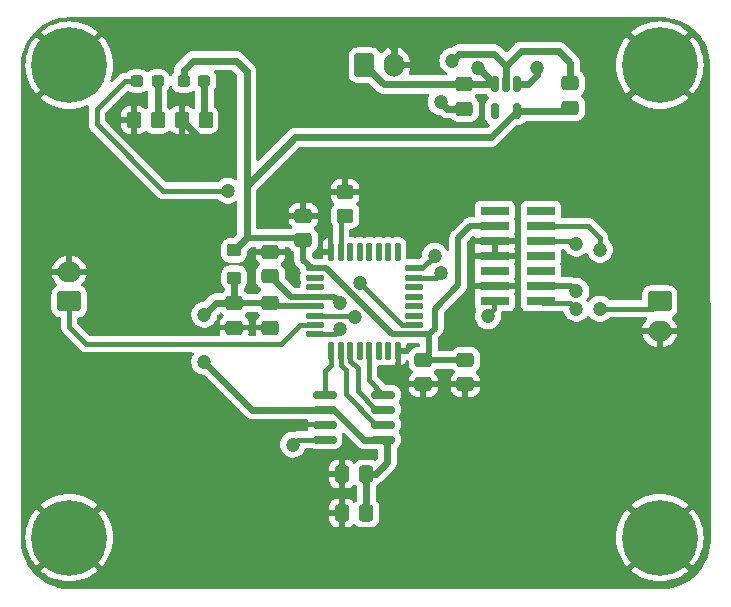
<source format=gbr>
%TF.GenerationSoftware,KiCad,Pcbnew,(7.0.0)*%
%TF.CreationDate,2023-02-16T16:37:26+01:00*%
%TF.ProjectId,STM32_hardware,53544d33-325f-4686-9172-64776172652e,rev?*%
%TF.SameCoordinates,Original*%
%TF.FileFunction,Copper,L1,Top*%
%TF.FilePolarity,Positive*%
%FSLAX46Y46*%
G04 Gerber Fmt 4.6, Leading zero omitted, Abs format (unit mm)*
G04 Created by KiCad (PCBNEW (7.0.0)) date 2023-02-16 16:37:26*
%MOMM*%
%LPD*%
G01*
G04 APERTURE LIST*
G04 Aperture macros list*
%AMRoundRect*
0 Rectangle with rounded corners*
0 $1 Rounding radius*
0 $2 $3 $4 $5 $6 $7 $8 $9 X,Y pos of 4 corners*
0 Add a 4 corners polygon primitive as box body*
4,1,4,$2,$3,$4,$5,$6,$7,$8,$9,$2,$3,0*
0 Add four circle primitives for the rounded corners*
1,1,$1+$1,$2,$3*
1,1,$1+$1,$4,$5*
1,1,$1+$1,$6,$7*
1,1,$1+$1,$8,$9*
0 Add four rect primitives between the rounded corners*
20,1,$1+$1,$2,$3,$4,$5,0*
20,1,$1+$1,$4,$5,$6,$7,0*
20,1,$1+$1,$6,$7,$8,$9,0*
20,1,$1+$1,$8,$9,$2,$3,0*%
G04 Aperture macros list end*
%TA.AperFunction,ComponentPad*%
%ADD10C,6.400000*%
%TD*%
%TA.AperFunction,ComponentPad*%
%ADD11RoundRect,0.250000X0.750000X-0.600000X0.750000X0.600000X-0.750000X0.600000X-0.750000X-0.600000X0*%
%TD*%
%TA.AperFunction,ComponentPad*%
%ADD12O,2.000000X1.700000*%
%TD*%
%TA.AperFunction,SMDPad,CuDef*%
%ADD13RoundRect,0.150000X0.825000X0.150000X-0.825000X0.150000X-0.825000X-0.150000X0.825000X-0.150000X0*%
%TD*%
%TA.AperFunction,SMDPad,CuDef*%
%ADD14RoundRect,0.237500X0.287500X0.237500X-0.287500X0.237500X-0.287500X-0.237500X0.287500X-0.237500X0*%
%TD*%
%TA.AperFunction,SMDPad,CuDef*%
%ADD15RoundRect,0.250000X-0.475000X0.337500X-0.475000X-0.337500X0.475000X-0.337500X0.475000X0.337500X0*%
%TD*%
%TA.AperFunction,SMDPad,CuDef*%
%ADD16RoundRect,0.250000X0.450000X-0.350000X0.450000X0.350000X-0.450000X0.350000X-0.450000X-0.350000X0*%
%TD*%
%TA.AperFunction,SMDPad,CuDef*%
%ADD17RoundRect,0.250000X0.337500X0.475000X-0.337500X0.475000X-0.337500X-0.475000X0.337500X-0.475000X0*%
%TD*%
%TA.AperFunction,SMDPad,CuDef*%
%ADD18RoundRect,0.250000X0.475000X-0.337500X0.475000X0.337500X-0.475000X0.337500X-0.475000X-0.337500X0*%
%TD*%
%TA.AperFunction,SMDPad,CuDef*%
%ADD19RoundRect,0.250000X0.350000X0.450000X-0.350000X0.450000X-0.350000X-0.450000X0.350000X-0.450000X0*%
%TD*%
%TA.AperFunction,SMDPad,CuDef*%
%ADD20RoundRect,0.250000X-0.350000X0.275000X-0.350000X-0.275000X0.350000X-0.275000X0.350000X0.275000X0*%
%TD*%
%TA.AperFunction,SMDPad,CuDef*%
%ADD21R,2.400000X0.740000*%
%TD*%
%TA.AperFunction,ComponentPad*%
%ADD22RoundRect,0.250000X-0.750000X0.600000X-0.750000X-0.600000X0.750000X-0.600000X0.750000X0.600000X0*%
%TD*%
%TA.AperFunction,SMDPad,CuDef*%
%ADD23RoundRect,0.150000X-0.150000X0.512500X-0.150000X-0.512500X0.150000X-0.512500X0.150000X0.512500X0*%
%TD*%
%TA.AperFunction,ComponentPad*%
%ADD24RoundRect,0.250000X-0.600000X-0.750000X0.600000X-0.750000X0.600000X0.750000X-0.600000X0.750000X0*%
%TD*%
%TA.AperFunction,ComponentPad*%
%ADD25O,1.700000X2.000000*%
%TD*%
%TA.AperFunction,SMDPad,CuDef*%
%ADD26RoundRect,0.125000X-0.625000X-0.125000X0.625000X-0.125000X0.625000X0.125000X-0.625000X0.125000X0*%
%TD*%
%TA.AperFunction,SMDPad,CuDef*%
%ADD27RoundRect,0.125000X-0.125000X-0.625000X0.125000X-0.625000X0.125000X0.625000X-0.125000X0.625000X0*%
%TD*%
%TA.AperFunction,ViaPad*%
%ADD28C,1.200000*%
%TD*%
%TA.AperFunction,Conductor*%
%ADD29C,0.600000*%
%TD*%
%TA.AperFunction,Conductor*%
%ADD30C,0.400000*%
%TD*%
%TA.AperFunction,Conductor*%
%ADD31C,0.500000*%
%TD*%
G04 APERTURE END LIST*
D10*
%TO.P,H4,1,1*%
%TO.N,GND*%
X149060000Y-84377458D03*
%TD*%
%TO.P,H3,1,1*%
%TO.N,GND*%
X99060000Y-84377458D03*
%TD*%
%TO.P,H2,1,1*%
%TO.N,GND*%
X149060000Y-44377458D03*
%TD*%
%TO.P,H1,1,1*%
%TO.N,GND*%
X99060000Y-44377458D03*
%TD*%
D11*
%TO.P,J4,1,Pin_1*%
%TO.N,ADC_IN1*%
X99060000Y-64377458D03*
D12*
%TO.P,J4,2,Pin_2*%
%TO.N,GND*%
X99059999Y-61877457D03*
%TD*%
D13*
%TO.P,U2,1,Vdd*%
%TO.N,+3.3VA*%
X125665000Y-76073000D03*
%TO.P,U2,2,~{CS}*%
%TO.N,DAC_nCS*%
X125665000Y-74803000D03*
%TO.P,U2,3,SCK*%
%TO.N,SPI1_SCK*%
X125665000Y-73533000D03*
%TO.P,U2,4,SDI*%
%TO.N,SPI1_MOSI*%
X125665000Y-72263000D03*
%TO.P,U2,5,~{LDAC}*%
%TO.N,DAC_nLDAC*%
X120715000Y-72263000D03*
%TO.P,U2,6,~{SHDN}*%
%TO.N,+3.3VA*%
X120715000Y-73533000D03*
%TO.P,U2,7,Vss*%
%TO.N,GND*%
X120715000Y-74803000D03*
%TO.P,U2,8,Vout*%
%TO.N,DAC_OUT*%
X120715000Y-76073000D03*
%TD*%
D14*
%TO.P,D1,1,K*%
%TO.N,Net-(D1-K)*%
X106539000Y-45720000D03*
%TO.P,D1,2,A*%
%TO.N,LED_STATUS*%
X104789000Y-45720000D03*
%TD*%
D15*
%TO.P,C1,2*%
%TO.N,GND*%
X132588000Y-71395500D03*
%TO.P,C1,1*%
%TO.N,+3.3V*%
X132588000Y-69320500D03*
%TD*%
%TO.P,C5,1*%
%TO.N,+3.3VA*%
X116078000Y-64516000D03*
%TO.P,C5,2*%
%TO.N,GND*%
X116078000Y-66591000D03*
%TD*%
D16*
%TO.P,R2,1*%
%TO.N,Net-(U1-PB9)*%
X122428000Y-57134000D03*
%TO.P,R2,2*%
%TO.N,GND*%
X122428000Y-55134000D03*
%TD*%
D17*
%TO.P,C10,1*%
%TO.N,+3.3VA*%
X124227500Y-82296000D03*
%TO.P,C10,2*%
%TO.N,GND*%
X122152500Y-82296000D03*
%TD*%
D18*
%TO.P,C8,2*%
%TO.N,Net-(U3-GND)*%
X141500000Y-45925000D03*
%TO.P,C8,1*%
%TO.N,+3.3V*%
X141500000Y-48000000D03*
%TD*%
D19*
%TO.P,R1,1*%
%TO.N,Net-(D1-K)*%
X106535000Y-49022000D03*
%TO.P,R1,2*%
%TO.N,GND*%
X104535000Y-49022000D03*
%TD*%
D15*
%TO.P,C4,1*%
%TO.N,+3.3VA*%
X113030000Y-64516000D03*
%TO.P,C4,2*%
%TO.N,GND*%
X113030000Y-66591000D03*
%TD*%
D14*
%TO.P,D3,2,A*%
%TO.N,+3.3V*%
X108740000Y-45720000D03*
%TO.P,D3,1,K*%
%TO.N,Net-(D3-K)*%
X110490000Y-45720000D03*
%TD*%
D20*
%TO.P,L1,1*%
%TO.N,+3.3V*%
X113030000Y-60064000D03*
%TO.P,L1,2*%
%TO.N,+3.3VA*%
X113030000Y-62364000D03*
%TD*%
D21*
%TO.P,J1,1,Pin_1*%
%TO.N,unconnected-(J1-Pin_1-Pad1)*%
X135099999Y-56729999D03*
%TO.P,J1,2,Pin_2*%
%TO.N,unconnected-(J1-Pin_2-Pad2)*%
X138999999Y-56729999D03*
%TO.P,J1,3,Pin_3*%
%TO.N,+3.3V*%
X135099999Y-57999999D03*
%TO.P,J1,4,Pin_4*%
%TO.N,SWDIO*%
X138999999Y-57999999D03*
%TO.P,J1,5,Pin_5*%
%TO.N,GND*%
X135099999Y-59269999D03*
%TO.P,J1,6,Pin_6*%
%TO.N,SWDCLK*%
X138999999Y-59269999D03*
%TO.P,J1,7,Pin_7*%
%TO.N,GND*%
X135099999Y-60539999D03*
%TO.P,J1,8,Pin_8*%
%TO.N,unconnected-(J1-Pin_8-Pad8)*%
X138999999Y-60539999D03*
%TO.P,J1,9,Pin_9*%
%TO.N,unconnected-(J1-Pin_9-Pad9)*%
X135099999Y-61809999D03*
%TO.P,J1,10,Pin_10*%
%TO.N,unconnected-(J1-Pin_10-Pad10)*%
X138999999Y-61809999D03*
%TO.P,J1,11,Pin_11*%
%TO.N,GND*%
X135099999Y-63079999D03*
%TO.P,J1,12,Pin_12*%
%TO.N,NRST*%
X138999999Y-63079999D03*
%TO.P,J1,13,Pin_13*%
%TO.N,USART2_RX*%
X135099999Y-64349999D03*
%TO.P,J1,14,Pin_14*%
%TO.N,USART2_TX*%
X138999999Y-64349999D03*
%TD*%
D15*
%TO.P,C7,1*%
%TO.N,+5V*%
X132500000Y-46000000D03*
%TO.P,C7,2*%
%TO.N,Net-(U3-GND)*%
X132500000Y-48075000D03*
%TD*%
D22*
%TO.P,J3,1,Pin_1*%
%TO.N,DAC_OUT*%
X149060000Y-64377458D03*
D12*
%TO.P,J3,2,Pin_2*%
%TO.N,GND*%
X149059999Y-66877457D03*
%TD*%
D19*
%TO.P,R4,1*%
%TO.N,Net-(D3-K)*%
X110599000Y-49022000D03*
%TO.P,R4,2*%
%TO.N,GND*%
X108599000Y-49022000D03*
%TD*%
D18*
%TO.P,C2,1*%
%TO.N,+3.3V*%
X118872000Y-59203500D03*
%TO.P,C2,2*%
%TO.N,GND*%
X118872000Y-57128500D03*
%TD*%
%TO.P,C6,2*%
%TO.N,GND*%
X116078000Y-60176500D03*
%TO.P,C6,1*%
%TO.N,NRST*%
X116078000Y-62251500D03*
%TD*%
D15*
%TO.P,C3,1*%
%TO.N,+3.3V*%
X129032000Y-69320500D03*
%TO.P,C3,2*%
%TO.N,GND*%
X129032000Y-71395500D03*
%TD*%
D23*
%TO.P,U3,5,VOUT*%
%TO.N,+3.3V*%
X137000000Y-48275000D03*
%TO.P,U3,4,NC*%
%TO.N,unconnected-(U3-NC-Pad4)*%
X135100000Y-48275000D03*
%TO.P,U3,3,~{SHDN}*%
%TO.N,+5V*%
X135100000Y-46000000D03*
%TO.P,U3,2,GND*%
%TO.N,Net-(U3-GND)*%
X136050000Y-46000000D03*
%TO.P,U3,1,VIN*%
%TO.N,+5V*%
X137000000Y-46000000D03*
%TD*%
D24*
%TO.P,J2,1,Pin_1*%
%TO.N,+5V*%
X124060000Y-44377458D03*
D25*
%TO.P,J2,2,Pin_2*%
%TO.N,GND*%
X126559999Y-44377457D03*
%TD*%
D17*
%TO.P,C9,1*%
%TO.N,+3.3VA*%
X124227500Y-78994000D03*
%TO.P,C9,2*%
%TO.N,GND*%
X122152500Y-78994000D03*
%TD*%
D26*
%TO.P,U1,1,VDD*%
%TO.N,+3.3V*%
X119885000Y-61577458D03*
%TO.P,U1,2,PC14*%
%TO.N,unconnected-(U1-PC14-Pad2)*%
X119885000Y-62377458D03*
%TO.P,U1,3,PC15*%
%TO.N,unconnected-(U1-PC15-Pad3)*%
X119885000Y-63177458D03*
%TO.P,U1,4,NRST*%
%TO.N,NRST*%
X119885000Y-63977458D03*
%TO.P,U1,5,VDDA*%
%TO.N,+3.3VA*%
X119885000Y-64777458D03*
%TO.P,U1,6,PA0*%
%TO.N,USART2_RX*%
X119885000Y-65577458D03*
%TO.P,U1,7,PA1*%
%TO.N,ADC_IN1*%
X119885000Y-66377458D03*
%TO.P,U1,8,PA2*%
%TO.N,USART2_TX*%
X119885000Y-67177458D03*
D27*
%TO.P,U1,9,PA3*%
%TO.N,DAC_nLDAC*%
X121260000Y-68552458D03*
%TO.P,U1,10,PA4*%
%TO.N,DAC_nCS*%
X122060000Y-68552458D03*
%TO.P,U1,11,PA5*%
%TO.N,SPI1_SCK*%
X122860000Y-68552458D03*
%TO.P,U1,12,PA6*%
%TO.N,unconnected-(U1-PA6-Pad12)*%
X123660000Y-68552458D03*
%TO.P,U1,13,PA7*%
%TO.N,SPI1_MOSI*%
X124460000Y-68552458D03*
%TO.P,U1,14,PB0*%
%TO.N,unconnected-(U1-PB0-Pad14)*%
X125260000Y-68552458D03*
%TO.P,U1,15,PB1*%
%TO.N,unconnected-(U1-PB1-Pad15)*%
X126060000Y-68552458D03*
%TO.P,U1,16,VSS*%
%TO.N,GND*%
X126860000Y-68552458D03*
D26*
%TO.P,U1,17,VDD*%
%TO.N,+3.3V*%
X128235000Y-67177458D03*
%TO.P,U1,18,PA8*%
%TO.N,LED_STATUS*%
X128235000Y-66377458D03*
%TO.P,U1,19,PA9*%
%TO.N,unconnected-(U1-PA9-Pad19)*%
X128235000Y-65577458D03*
%TO.P,U1,20,PA10*%
%TO.N,unconnected-(U1-PA10-Pad20)*%
X128235000Y-64777458D03*
%TO.P,U1,21,PA11*%
%TO.N,unconnected-(U1-PA11-Pad21)*%
X128235000Y-63977458D03*
%TO.P,U1,22,PA12*%
%TO.N,unconnected-(U1-PA12-Pad22)*%
X128235000Y-63177458D03*
%TO.P,U1,23,PA13*%
%TO.N,SWDIO*%
X128235000Y-62377458D03*
%TO.P,U1,24,PA14*%
%TO.N,SWDCLK*%
X128235000Y-61577458D03*
D27*
%TO.P,U1,25,PA15*%
%TO.N,unconnected-(U1-PA15-Pad25)*%
X126860000Y-60202458D03*
%TO.P,U1,26,PB3*%
%TO.N,unconnected-(U1-PB3-Pad26)*%
X126060000Y-60202458D03*
%TO.P,U1,27,PB4*%
%TO.N,unconnected-(U1-PB4-Pad27)*%
X125260000Y-60202458D03*
%TO.P,U1,28,PB5*%
%TO.N,unconnected-(U1-PB5-Pad28)*%
X124460000Y-60202458D03*
%TO.P,U1,29,PB6*%
%TO.N,unconnected-(U1-PB6-Pad29)*%
X123660000Y-60202458D03*
%TO.P,U1,30,PB7*%
%TO.N,unconnected-(U1-PB7-Pad30)*%
X122860000Y-60202458D03*
%TO.P,U1,31,PB9*%
%TO.N,Net-(U1-PB9)*%
X122060000Y-60202458D03*
%TO.P,U1,32,VSS*%
%TO.N,GND*%
X121260000Y-60202458D03*
%TD*%
D28*
%TO.N,GND*%
X116200000Y-48200000D03*
X112300000Y-51100000D03*
%TO.N,+5V*%
X133700000Y-44600000D03*
X138700000Y-44600000D03*
%TO.N,NRST*%
X142000000Y-63500000D03*
%TO.N,USART2_TX*%
X122000000Y-66699500D03*
X142000000Y-65000000D03*
%TO.N,Net-(U3-GND)*%
X130500000Y-47500000D03*
X131500000Y-44000000D03*
%TO.N,LED_STATUS*%
X112500000Y-55000000D03*
X123668888Y-62831112D03*
%TO.N,+3.3VA*%
X110500000Y-65500000D03*
X110500000Y-69500000D03*
%TO.N,DAC_OUT*%
X144000000Y-65000000D03*
X118000000Y-76500000D03*
%TO.N,USART2_RX*%
X123293248Y-65706752D03*
X134500000Y-65649500D03*
%TO.N,NRST*%
X122000000Y-64500000D03*
%TO.N,SWDIO*%
X144000000Y-60000000D03*
%TO.N,SWDCLK*%
X142000000Y-59500000D03*
%TO.N,SWDIO*%
X130500000Y-62000000D03*
%TO.N,SWDCLK*%
X130000000Y-60500000D03*
%TD*%
D29*
%TO.N,GND*%
X121250000Y-43150000D02*
X116200000Y-48200000D01*
X121250000Y-42950000D02*
X121250000Y-43150000D01*
X122000000Y-42200000D02*
X121250000Y-42950000D01*
X122100000Y-42300000D02*
X122000000Y-42200000D01*
X125900000Y-42300000D02*
X122100000Y-42300000D01*
X126560000Y-42960000D02*
X125900000Y-42300000D01*
X126560000Y-44377458D02*
X126560000Y-42960000D01*
X110674918Y-51100000D02*
X112300000Y-51100000D01*
X108599000Y-49024082D02*
X110674918Y-51100000D01*
X108599000Y-49022000D02*
X108599000Y-49024082D01*
D30*
%TO.N,LED_STATUS*%
X101400000Y-48100000D02*
X103780000Y-45720000D01*
X101400000Y-49400000D02*
X101400000Y-48100000D01*
X107000000Y-55000000D02*
X101400000Y-49400000D01*
X112500000Y-55000000D02*
X107000000Y-55000000D01*
X103780000Y-45720000D02*
X104789000Y-45720000D01*
D29*
%TO.N,+3.3V*%
X114105000Y-47625596D02*
X114105000Y-54605000D01*
X114100000Y-47620596D02*
X114105000Y-47625596D01*
X114100000Y-44900000D02*
X114100000Y-47620596D01*
X109500000Y-44000000D02*
X113200000Y-44000000D01*
X113200000Y-44000000D02*
X114100000Y-44900000D01*
X108740000Y-44760000D02*
X109500000Y-44000000D01*
X108740000Y-45720000D02*
X108740000Y-44760000D01*
%TO.N,+5V*%
X137900000Y-46000000D02*
X138700000Y-45200000D01*
X137000000Y-46000000D02*
X137900000Y-46000000D01*
X133700000Y-44600000D02*
X135100000Y-46000000D01*
%TO.N,Net-(U3-GND)*%
X140500000Y-43200000D02*
X141500000Y-44200000D01*
X137300000Y-43200000D02*
X140500000Y-43200000D01*
X141500000Y-44200000D02*
X141500000Y-45925000D01*
X136050000Y-44450000D02*
X137300000Y-43200000D01*
X132100000Y-43400000D02*
X131500000Y-44000000D01*
X135000000Y-43400000D02*
X132100000Y-43400000D01*
X136050000Y-44450000D02*
X135000000Y-43400000D01*
%TO.N,+5V*%
X135100000Y-46000000D02*
X132500000Y-46000000D01*
D31*
%TO.N,+3.3VA*%
X116078000Y-64516000D02*
X113030000Y-64516000D01*
%TO.N,+3.3V*%
X118657500Y-58989000D02*
X114105000Y-58989000D01*
X118872000Y-59203500D02*
X118657500Y-58989000D01*
%TO.N,NRST*%
X141580000Y-63080000D02*
X139000000Y-63080000D01*
X142000000Y-63500000D02*
X141580000Y-63080000D01*
D30*
%TO.N,USART2_TX*%
X139150000Y-64500000D02*
X139000000Y-64350000D01*
X141500000Y-64500000D02*
X139150000Y-64500000D01*
X142000000Y-65000000D02*
X141500000Y-64500000D01*
X121522042Y-67177458D02*
X122000000Y-66699500D01*
X119885000Y-67177458D02*
X121522042Y-67177458D01*
D29*
%TO.N,Net-(U3-GND)*%
X131075000Y-48075000D02*
X130500000Y-47500000D01*
X132500000Y-48075000D02*
X131075000Y-48075000D01*
D31*
%TO.N,+3.3V*%
X129032000Y-69320500D02*
X132588000Y-69320500D01*
X129500000Y-67177458D02*
X129500000Y-68852500D01*
X129500000Y-68852500D02*
X129032000Y-69320500D01*
X119577458Y-61577458D02*
X118872000Y-60872000D01*
X118872000Y-60872000D02*
X118872000Y-59203500D01*
X119885000Y-61577458D02*
X119577458Y-61577458D01*
D30*
%TO.N,LED_STATUS*%
X128235000Y-66377458D02*
X127215234Y-66377458D01*
X127215234Y-66377458D02*
X123668888Y-62831112D01*
%TO.N,DAC_OUT*%
X118427000Y-76073000D02*
X118000000Y-76500000D01*
X120715000Y-76073000D02*
X118427000Y-76073000D01*
X144000000Y-65000000D02*
X148437458Y-65000000D01*
X148437458Y-65000000D02*
X149060000Y-64377458D01*
%TO.N,USART2_RX*%
X135000000Y-64450000D02*
X135100000Y-64350000D01*
X135000000Y-65000000D02*
X135000000Y-64450000D01*
X134500000Y-65500000D02*
X135000000Y-65000000D01*
X134500000Y-65649500D02*
X134500000Y-65500000D01*
X123186496Y-65600000D02*
X123293248Y-65706752D01*
X119907542Y-65600000D02*
X123186496Y-65600000D01*
X119885000Y-65577458D02*
X119907542Y-65600000D01*
D31*
%TO.N,NRST*%
X121500000Y-64000000D02*
X122000000Y-64500000D01*
D30*
%TO.N,SWDIO*%
X144000000Y-59000000D02*
X143000000Y-58000000D01*
X144000000Y-60000000D02*
X144000000Y-59000000D01*
X143000000Y-58000000D02*
X139000000Y-58000000D01*
%TO.N,SWDCLK*%
X141770000Y-59270000D02*
X142000000Y-59500000D01*
%TO.N,SWDIO*%
X130122542Y-62377458D02*
X130500000Y-62000000D01*
X128235000Y-62377458D02*
X130122542Y-62377458D01*
D31*
%TO.N,+3.3V*%
X126389594Y-67177458D02*
X120789594Y-61577458D01*
X128235000Y-67177458D02*
X126389594Y-67177458D01*
X120789594Y-61577458D02*
X119885000Y-61577458D01*
D29*
%TO.N,+3.3VA*%
X111500000Y-64500000D02*
X110500000Y-65500000D01*
X113014000Y-64500000D02*
X111500000Y-64500000D01*
X113030000Y-64516000D02*
X113014000Y-64500000D01*
X114533000Y-73533000D02*
X110500000Y-69500000D01*
X120715000Y-73533000D02*
X114533000Y-73533000D01*
D31*
%TO.N,+3.3V*%
X130000000Y-65000000D02*
X130000000Y-66677458D01*
X135100000Y-58000000D02*
X133000000Y-58000000D01*
X133000000Y-58000000D02*
X132000000Y-59000000D01*
X128235000Y-67177458D02*
X129500000Y-67177458D01*
X132000000Y-59000000D02*
X132000000Y-63000000D01*
X132000000Y-63000000D02*
X130000000Y-65000000D01*
X130000000Y-66677458D02*
X129500000Y-67177458D01*
D30*
%TO.N,SWDCLK*%
X139000000Y-59270000D02*
X141770000Y-59270000D01*
X128922542Y-61577458D02*
X130000000Y-60500000D01*
X128235000Y-61577458D02*
X128922542Y-61577458D01*
D31*
%TO.N,NRST*%
X121477458Y-63977458D02*
X121500000Y-64000000D01*
X119885000Y-63977458D02*
X121477458Y-63977458D01*
X117803958Y-63977458D02*
X116078000Y-62251500D01*
X119885000Y-63977458D02*
X117803958Y-63977458D01*
%TO.N,USART2_RX*%
X134950000Y-64500000D02*
X135100000Y-64350000D01*
D30*
%TO.N,ADC_IN1*%
X99060000Y-66560000D02*
X99060000Y-64377458D01*
X100500000Y-68000000D02*
X99060000Y-66560000D01*
X117000000Y-68000000D02*
X100500000Y-68000000D01*
X118622542Y-66377458D02*
X117000000Y-68000000D01*
X119885000Y-66377458D02*
X118622542Y-66377458D01*
D29*
%TO.N,+3.3V*%
X118210000Y-50500000D02*
X114105000Y-54605000D01*
X134775000Y-50500000D02*
X118210000Y-50500000D01*
X137000000Y-48275000D02*
X134775000Y-50500000D01*
D30*
%TO.N,DAC_nLDAC*%
X120715000Y-70285000D02*
X121260000Y-69740000D01*
X120715000Y-72263000D02*
X120715000Y-70285000D01*
X121260000Y-69740000D02*
X121260000Y-68552458D01*
%TO.N,SPI1_MOSI*%
X124460000Y-71058000D02*
X124460000Y-68552458D01*
X125665000Y-72263000D02*
X124460000Y-71058000D01*
%TO.N,SPI1_SCK*%
X122860000Y-69386341D02*
X122860000Y-68552458D01*
X123500000Y-70026341D02*
X122860000Y-69386341D01*
X123500000Y-71992239D02*
X123500000Y-70026341D01*
X125040761Y-73533000D02*
X123500000Y-71992239D01*
X125665000Y-73533000D02*
X125040761Y-73533000D01*
%TO.N,DAC_nCS*%
X122500000Y-72262239D02*
X122500000Y-70176341D01*
X122060000Y-69736341D02*
X122060000Y-68552458D01*
X125040761Y-74803000D02*
X122500000Y-72262239D01*
X125665000Y-74803000D02*
X125040761Y-74803000D01*
X122500000Y-70176341D02*
X122060000Y-69736341D01*
%TO.N,Net-(U1-PB9)*%
X122060000Y-57502000D02*
X122428000Y-57134000D01*
X122060000Y-60202458D02*
X122060000Y-57502000D01*
D29*
%TO.N,+3.3V*%
X114105000Y-58989000D02*
X114105000Y-54605000D01*
X113030000Y-60064000D02*
X114105000Y-58989000D01*
%TO.N,+5V*%
X125682542Y-46000000D02*
X132500000Y-46000000D01*
X124060000Y-44377458D02*
X125682542Y-46000000D01*
D31*
%TO.N,+3.3VA*%
X116339458Y-64777458D02*
X116078000Y-64516000D01*
X119885000Y-64777458D02*
X116339458Y-64777458D01*
D29*
X113030000Y-62364000D02*
X113030000Y-64516000D01*
X125665000Y-76073000D02*
X124020660Y-76073000D01*
X124020660Y-76073000D02*
X121480660Y-73533000D01*
X121480660Y-73533000D02*
X120715000Y-73533000D01*
X124227500Y-82296000D02*
X124227500Y-78994000D01*
X126000000Y-76408000D02*
X125665000Y-76073000D01*
X125006000Y-78994000D02*
X126000000Y-78000000D01*
X126000000Y-78000000D02*
X126000000Y-76408000D01*
X124227500Y-78994000D02*
X125006000Y-78994000D01*
%TO.N,Net-(D1-K)*%
X106539000Y-49018000D02*
X106535000Y-49022000D01*
X106539000Y-45720000D02*
X106539000Y-49018000D01*
%TO.N,Net-(D3-K)*%
X110490000Y-48913000D02*
X110599000Y-49022000D01*
X110490000Y-45720000D02*
X110490000Y-48913000D01*
%TO.N,+3.3V*%
X141225000Y-48275000D02*
X141500000Y-48000000D01*
X137000000Y-48275000D02*
X141225000Y-48275000D01*
%TO.N,Net-(U3-GND)*%
X136050000Y-46000000D02*
X136050000Y-44450000D01*
%TD*%
%TA.AperFunction,Conductor*%
%TO.N,GND*%
G36*
X112864513Y-44809939D02*
G01*
X112904741Y-44836819D01*
X113263181Y-45195259D01*
X113290061Y-45235487D01*
X113299500Y-45282940D01*
X113299500Y-47530402D01*
X113299500Y-47710790D01*
X113301049Y-47717575D01*
X113301391Y-47719074D01*
X113304500Y-47746667D01*
X113304500Y-53981127D01*
X113287407Y-54043952D01*
X113240839Y-54089456D01*
X113177636Y-54105094D01*
X113115224Y-54086554D01*
X112992637Y-54010652D01*
X112916424Y-53981127D01*
X112807803Y-53939047D01*
X112807798Y-53939045D01*
X112802456Y-53936976D01*
X112796818Y-53935922D01*
X112607605Y-53900552D01*
X112607602Y-53900551D01*
X112601976Y-53899500D01*
X112398024Y-53899500D01*
X112392398Y-53900551D01*
X112392394Y-53900552D01*
X112203181Y-53935922D01*
X112203178Y-53935922D01*
X112197544Y-53936976D01*
X112192203Y-53939044D01*
X112192196Y-53939047D01*
X112012705Y-54008582D01*
X112012700Y-54008584D01*
X112007363Y-54010652D01*
X112002494Y-54013667D01*
X112002488Y-54013670D01*
X111838830Y-54115002D01*
X111838822Y-54115007D01*
X111833959Y-54118019D01*
X111829728Y-54121875D01*
X111829724Y-54121879D01*
X111687470Y-54251560D01*
X111687463Y-54251567D01*
X111683236Y-54255421D01*
X111680325Y-54259274D01*
X111639102Y-54288935D01*
X111589017Y-54299500D01*
X107341519Y-54299500D01*
X107294066Y-54290061D01*
X107253838Y-54263181D01*
X102509486Y-49518829D01*
X103435001Y-49518829D01*
X103435321Y-49525111D01*
X103444805Y-49617959D01*
X103447623Y-49631122D01*
X103498370Y-49784267D01*
X103504432Y-49797266D01*
X103588890Y-49934194D01*
X103597794Y-49945455D01*
X103711544Y-50059205D01*
X103722805Y-50068109D01*
X103859733Y-50152567D01*
X103872732Y-50158629D01*
X104025874Y-50209375D01*
X104039041Y-50212194D01*
X104131890Y-50221680D01*
X104138168Y-50222000D01*
X104268674Y-50222000D01*
X104281549Y-50218549D01*
X104285000Y-50205674D01*
X104285000Y-49288326D01*
X104281549Y-49275450D01*
X104268674Y-49272000D01*
X103451327Y-49272000D01*
X103438451Y-49275450D01*
X103435001Y-49288326D01*
X103435001Y-49518829D01*
X102509486Y-49518829D01*
X102136819Y-49146162D01*
X102109939Y-49105934D01*
X102100500Y-49058481D01*
X102100500Y-48755674D01*
X103435000Y-48755674D01*
X103438450Y-48768549D01*
X103451326Y-48772000D01*
X104268674Y-48772000D01*
X104281549Y-48768549D01*
X104285000Y-48755674D01*
X104285000Y-47838327D01*
X104281549Y-47825451D01*
X104268674Y-47822001D01*
X104138171Y-47822001D01*
X104131888Y-47822321D01*
X104039040Y-47831805D01*
X104025877Y-47834623D01*
X103872732Y-47885370D01*
X103859733Y-47891432D01*
X103722805Y-47975890D01*
X103711544Y-47984794D01*
X103597794Y-48098544D01*
X103588890Y-48109805D01*
X103504432Y-48246733D01*
X103498370Y-48259732D01*
X103447624Y-48412874D01*
X103444805Y-48426041D01*
X103435319Y-48518890D01*
X103435000Y-48525168D01*
X103435000Y-48755674D01*
X102100500Y-48755674D01*
X102100500Y-48441519D01*
X102109939Y-48394066D01*
X102136819Y-48353838D01*
X102579534Y-47911123D01*
X103915450Y-46575205D01*
X103961850Y-46545960D01*
X104016329Y-46539593D01*
X104068225Y-46557348D01*
X104187484Y-46630908D01*
X104351247Y-46685174D01*
X104452323Y-46695500D01*
X105125676Y-46695499D01*
X105226753Y-46685174D01*
X105390516Y-46630908D01*
X105537350Y-46540340D01*
X105539315Y-46538374D01*
X105600997Y-46513085D01*
X105668532Y-46524739D01*
X105719562Y-46570484D01*
X105738500Y-46636348D01*
X105738500Y-47905770D01*
X105729061Y-47953223D01*
X105702183Y-47993448D01*
X105655474Y-48040158D01*
X105622327Y-48073305D01*
X105566739Y-48105398D01*
X105502552Y-48105398D01*
X105446965Y-48073304D01*
X105358455Y-47984794D01*
X105347194Y-47975890D01*
X105210266Y-47891432D01*
X105197267Y-47885370D01*
X105044125Y-47834624D01*
X105030958Y-47831805D01*
X104938109Y-47822319D01*
X104931832Y-47822000D01*
X104801326Y-47822000D01*
X104788450Y-47825450D01*
X104785000Y-47838326D01*
X104785000Y-50205673D01*
X104788450Y-50218548D01*
X104801326Y-50221999D01*
X104931829Y-50221999D01*
X104938111Y-50221678D01*
X105030959Y-50212194D01*
X105044122Y-50209376D01*
X105197267Y-50158629D01*
X105210266Y-50152567D01*
X105347194Y-50068109D01*
X105358450Y-50059209D01*
X105446964Y-49970695D01*
X105502552Y-49938601D01*
X105566739Y-49938601D01*
X105622327Y-49970695D01*
X105716344Y-50064712D01*
X105722485Y-50068500D01*
X105722488Y-50068502D01*
X105779558Y-50103702D01*
X105865666Y-50156814D01*
X106032203Y-50211999D01*
X106134991Y-50222500D01*
X106935008Y-50222499D01*
X107037797Y-50211999D01*
X107204334Y-50156814D01*
X107353656Y-50064712D01*
X107477712Y-49940656D01*
X107478929Y-49941873D01*
X107513253Y-49914306D01*
X107567293Y-49901898D01*
X107621338Y-49914283D01*
X107655406Y-49941620D01*
X107656683Y-49940344D01*
X107775544Y-50059205D01*
X107786805Y-50068109D01*
X107923733Y-50152567D01*
X107936732Y-50158629D01*
X108089874Y-50209375D01*
X108103041Y-50212194D01*
X108195890Y-50221680D01*
X108202168Y-50222000D01*
X108332674Y-50222000D01*
X108345549Y-50218549D01*
X108349000Y-50205674D01*
X108349000Y-47838327D01*
X108345549Y-47825451D01*
X108332674Y-47822001D01*
X108202171Y-47822001D01*
X108195888Y-47822321D01*
X108103040Y-47831805D01*
X108089877Y-47834623D01*
X107936732Y-47885370D01*
X107923733Y-47891432D01*
X107786805Y-47975890D01*
X107775544Y-47984794D01*
X107656683Y-48103656D01*
X107655409Y-48102382D01*
X107621325Y-48129723D01*
X107567291Y-48142101D01*
X107513263Y-48129698D01*
X107478926Y-48102129D01*
X107477712Y-48103344D01*
X107375819Y-48001451D01*
X107348939Y-47961223D01*
X107339500Y-47913770D01*
X107339500Y-46539552D01*
X107348939Y-46492099D01*
X107375819Y-46451871D01*
X107375818Y-46451871D01*
X107409340Y-46418350D01*
X107499908Y-46271516D01*
X107521794Y-46205467D01*
X107554932Y-46153784D01*
X107608802Y-46124332D01*
X107670198Y-46124332D01*
X107724068Y-46153784D01*
X107757206Y-46205468D01*
X107766237Y-46232724D01*
X107779092Y-46271516D01*
X107869660Y-46418350D01*
X107991650Y-46540340D01*
X108138484Y-46630908D01*
X108302247Y-46685174D01*
X108403323Y-46695500D01*
X109076676Y-46695499D01*
X109177753Y-46685174D01*
X109341516Y-46630908D01*
X109488350Y-46540340D01*
X109490315Y-46538374D01*
X109551997Y-46513085D01*
X109619532Y-46524739D01*
X109670562Y-46570484D01*
X109689500Y-46636348D01*
X109689500Y-47952477D01*
X109675985Y-48008772D01*
X109638385Y-48052795D01*
X109584898Y-48074950D01*
X109527182Y-48070408D01*
X109477819Y-48040158D01*
X109422455Y-47984794D01*
X109411194Y-47975890D01*
X109274266Y-47891432D01*
X109261267Y-47885370D01*
X109108125Y-47834624D01*
X109094958Y-47831805D01*
X109002109Y-47822319D01*
X108995832Y-47822000D01*
X108865326Y-47822000D01*
X108852450Y-47825450D01*
X108849000Y-47838326D01*
X108849000Y-50205673D01*
X108852450Y-50218548D01*
X108865326Y-50221999D01*
X108995829Y-50221999D01*
X109002111Y-50221678D01*
X109094959Y-50212194D01*
X109108122Y-50209376D01*
X109261267Y-50158629D01*
X109274266Y-50152567D01*
X109411194Y-50068109D01*
X109422450Y-50059209D01*
X109510964Y-49970695D01*
X109566552Y-49938601D01*
X109630739Y-49938601D01*
X109686327Y-49970695D01*
X109780344Y-50064712D01*
X109786485Y-50068500D01*
X109786488Y-50068502D01*
X109843558Y-50103702D01*
X109929666Y-50156814D01*
X110096203Y-50211999D01*
X110198991Y-50222500D01*
X110999008Y-50222499D01*
X111101797Y-50211999D01*
X111268334Y-50156814D01*
X111417656Y-50064712D01*
X111541712Y-49940656D01*
X111633814Y-49791334D01*
X111688999Y-49624797D01*
X111699500Y-49522009D01*
X111699499Y-48521992D01*
X111688999Y-48419203D01*
X111633814Y-48252666D01*
X111580702Y-48166558D01*
X111545502Y-48109488D01*
X111545500Y-48109485D01*
X111541712Y-48103344D01*
X111417656Y-47979288D01*
X111358921Y-47943060D01*
X111349403Y-47937189D01*
X111306223Y-47892082D01*
X111290500Y-47831650D01*
X111290500Y-46539552D01*
X111299939Y-46492099D01*
X111326819Y-46451871D01*
X111326818Y-46451871D01*
X111360340Y-46418350D01*
X111450908Y-46271516D01*
X111505174Y-46107753D01*
X111515500Y-46006677D01*
X111515499Y-45433324D01*
X111505174Y-45332247D01*
X111450908Y-45168484D01*
X111360340Y-45021650D01*
X111350871Y-45012181D01*
X111320621Y-44962818D01*
X111316079Y-44905102D01*
X111338234Y-44851615D01*
X111382257Y-44814015D01*
X111438552Y-44800500D01*
X112817060Y-44800500D01*
X112864513Y-44809939D01*
G37*
%TD.AperFunction*%
%TA.AperFunction,Conductor*%
G36*
X149410255Y-40329211D02*
G01*
X149786168Y-40363399D01*
X149797724Y-40365001D01*
X150168771Y-40434465D01*
X150180121Y-40437150D01*
X150542954Y-40541264D01*
X150554010Y-40545010D01*
X150905408Y-40682846D01*
X150916077Y-40687624D01*
X151252913Y-40857956D01*
X151263082Y-40863716D01*
X151469990Y-40994174D01*
X151582370Y-41065031D01*
X151591960Y-41071730D01*
X151796002Y-41229085D01*
X151890846Y-41302227D01*
X151899762Y-41309799D01*
X152097931Y-41494893D01*
X152175611Y-41567447D01*
X152183771Y-41575824D01*
X152205972Y-41600876D01*
X152434104Y-41858309D01*
X152441441Y-41867420D01*
X152664043Y-42172240D01*
X152670489Y-42182002D01*
X152863379Y-42506444D01*
X152868876Y-42516770D01*
X153030334Y-42857943D01*
X153034833Y-42868740D01*
X153163423Y-43223607D01*
X153166885Y-43234781D01*
X153261461Y-43600183D01*
X153263855Y-43611633D01*
X153323580Y-43984331D01*
X153324884Y-43995956D01*
X153349301Y-44373821D01*
X153349559Y-44381755D01*
X153369478Y-84334097D01*
X153369237Y-84338639D01*
X153367469Y-84345202D01*
X153367964Y-84354938D01*
X153367964Y-84354943D01*
X153369344Y-84382061D01*
X153369504Y-84388289D01*
X153369511Y-84400670D01*
X153369514Y-84405452D01*
X153369821Y-84407091D01*
X153369950Y-84409757D01*
X153371297Y-84776038D01*
X153370788Y-84787725D01*
X153336602Y-85163612D01*
X153334995Y-85175198D01*
X153265538Y-85546213D01*
X153262845Y-85557597D01*
X153158741Y-85920399D01*
X153154988Y-85931479D01*
X153017156Y-86282864D01*
X153012375Y-86293540D01*
X152842047Y-86630369D01*
X152836282Y-86640547D01*
X152634970Y-86959830D01*
X152628271Y-86969420D01*
X152397774Y-87268305D01*
X152390202Y-87277221D01*
X152132553Y-87553071D01*
X152124174Y-87561233D01*
X151841691Y-87811564D01*
X151832580Y-87818901D01*
X151527761Y-88041503D01*
X151517999Y-88047949D01*
X151193556Y-88240839D01*
X151183231Y-88246336D01*
X150842059Y-88407794D01*
X150831261Y-88412293D01*
X150476392Y-88540883D01*
X150465218Y-88544345D01*
X150099816Y-88638922D01*
X150088366Y-88641316D01*
X149715669Y-88701041D01*
X149704044Y-88702345D01*
X149326291Y-88726756D01*
X149318295Y-88727014D01*
X99370252Y-88727014D01*
X99365633Y-88726768D01*
X99359010Y-88724983D01*
X99349263Y-88725479D01*
X99322245Y-88726854D01*
X99315943Y-88727014D01*
X99298907Y-88727014D01*
X99297194Y-88727333D01*
X99294492Y-88727463D01*
X98928177Y-88728806D01*
X98916490Y-88728297D01*
X98540597Y-88694107D01*
X98529010Y-88692499D01*
X98158015Y-88623042D01*
X98146632Y-88620350D01*
X97783826Y-88516240D01*
X97772747Y-88512487D01*
X97421365Y-88374654D01*
X97410688Y-88369873D01*
X97073863Y-88199543D01*
X97063686Y-88193778D01*
X96744400Y-87992463D01*
X96734810Y-87985764D01*
X96435925Y-87755265D01*
X96427009Y-87747692D01*
X96151176Y-87490055D01*
X96143014Y-87481677D01*
X95892678Y-87199188D01*
X95885341Y-87190077D01*
X95867805Y-87166064D01*
X96630305Y-87166064D01*
X96638191Y-87177327D01*
X96879684Y-87372883D01*
X96884938Y-87376700D01*
X97204733Y-87584378D01*
X97210354Y-87587624D01*
X97550116Y-87760741D01*
X97556040Y-87763378D01*
X97912044Y-87900036D01*
X97918197Y-87902035D01*
X98286537Y-88000731D01*
X98292879Y-88002079D01*
X98669508Y-88061731D01*
X98675951Y-88062408D01*
X99056756Y-88082366D01*
X99063244Y-88082366D01*
X99444048Y-88062408D01*
X99450491Y-88061731D01*
X99827120Y-88002079D01*
X99833462Y-88000731D01*
X100201802Y-87902035D01*
X100207955Y-87900036D01*
X100563959Y-87763378D01*
X100569883Y-87760741D01*
X100909645Y-87587624D01*
X100915266Y-87584378D01*
X101235061Y-87376700D01*
X101240315Y-87372883D01*
X101481806Y-87177328D01*
X101489693Y-87166064D01*
X146630305Y-87166064D01*
X146638191Y-87177327D01*
X146879684Y-87372883D01*
X146884938Y-87376700D01*
X147204733Y-87584378D01*
X147210354Y-87587624D01*
X147550116Y-87760741D01*
X147556040Y-87763378D01*
X147912044Y-87900036D01*
X147918197Y-87902035D01*
X148286537Y-88000731D01*
X148292879Y-88002079D01*
X148669508Y-88061731D01*
X148675951Y-88062408D01*
X149056756Y-88082366D01*
X149063244Y-88082366D01*
X149444048Y-88062408D01*
X149450491Y-88061731D01*
X149827120Y-88002079D01*
X149833462Y-88000731D01*
X150201802Y-87902035D01*
X150207955Y-87900036D01*
X150563959Y-87763378D01*
X150569883Y-87760741D01*
X150909645Y-87587624D01*
X150915266Y-87584378D01*
X151235061Y-87376700D01*
X151240315Y-87372883D01*
X151481806Y-87177328D01*
X151489693Y-87166064D01*
X151483027Y-87154038D01*
X149071542Y-84742553D01*
X149060000Y-84735889D01*
X149048457Y-84742553D01*
X146636971Y-87154038D01*
X146630305Y-87166064D01*
X101489693Y-87166064D01*
X101483027Y-87154038D01*
X99071542Y-84742553D01*
X99060000Y-84735889D01*
X99048457Y-84742553D01*
X96636971Y-87154038D01*
X96630305Y-87166064D01*
X95867805Y-87166064D01*
X95662742Y-86885261D01*
X95656296Y-86875499D01*
X95610972Y-86799264D01*
X95463401Y-86551046D01*
X95457915Y-86540742D01*
X95296450Y-86199552D01*
X95291955Y-86188763D01*
X95198725Y-85931479D01*
X95163363Y-85833889D01*
X95159904Y-85822724D01*
X95065328Y-85457323D01*
X95062934Y-85445873D01*
X95017700Y-85163612D01*
X95003207Y-85073173D01*
X95001904Y-85061554D01*
X94997531Y-84993886D01*
X94977452Y-84683168D01*
X94977195Y-84675173D01*
X94977195Y-84380702D01*
X95355092Y-84380702D01*
X95375049Y-84761506D01*
X95375726Y-84767949D01*
X95435378Y-85144578D01*
X95436726Y-85150920D01*
X95535422Y-85519260D01*
X95537421Y-85525413D01*
X95674079Y-85881417D01*
X95676716Y-85887341D01*
X95849833Y-86227103D01*
X95853079Y-86232724D01*
X96060757Y-86552519D01*
X96064574Y-86557773D01*
X96260129Y-86799265D01*
X96271392Y-86807151D01*
X96283418Y-86800485D01*
X98694904Y-84389000D01*
X98701568Y-84377457D01*
X99418431Y-84377457D01*
X99425095Y-84389000D01*
X101836580Y-86800485D01*
X101848606Y-86807151D01*
X101859870Y-86799264D01*
X102055425Y-86557773D01*
X102059242Y-86552519D01*
X102266920Y-86232724D01*
X102270166Y-86227103D01*
X102443283Y-85887341D01*
X102445920Y-85881417D01*
X102582578Y-85525413D01*
X102584577Y-85519260D01*
X102683273Y-85150920D01*
X102684621Y-85144578D01*
X102744273Y-84767949D01*
X102744950Y-84761506D01*
X102764908Y-84380702D01*
X145355092Y-84380702D01*
X145375049Y-84761506D01*
X145375726Y-84767949D01*
X145435378Y-85144578D01*
X145436726Y-85150920D01*
X145535422Y-85519260D01*
X145537421Y-85525413D01*
X145674079Y-85881417D01*
X145676716Y-85887341D01*
X145849833Y-86227103D01*
X145853079Y-86232724D01*
X146060757Y-86552519D01*
X146064574Y-86557773D01*
X146260129Y-86799265D01*
X146271392Y-86807151D01*
X146283418Y-86800485D01*
X148694904Y-84389000D01*
X148701568Y-84377457D01*
X149418431Y-84377457D01*
X149425095Y-84389000D01*
X151836580Y-86800485D01*
X151848606Y-86807151D01*
X151859870Y-86799264D01*
X152055425Y-86557773D01*
X152059242Y-86552519D01*
X152266920Y-86232724D01*
X152270166Y-86227103D01*
X152443283Y-85887341D01*
X152445920Y-85881417D01*
X152582578Y-85525413D01*
X152584577Y-85519260D01*
X152683273Y-85150920D01*
X152684621Y-85144578D01*
X152744273Y-84767949D01*
X152744950Y-84761506D01*
X152764908Y-84380702D01*
X152764908Y-84374214D01*
X152744950Y-83993409D01*
X152744273Y-83986966D01*
X152684621Y-83610337D01*
X152683273Y-83603995D01*
X152584577Y-83235655D01*
X152582578Y-83229502D01*
X152445920Y-82873498D01*
X152443283Y-82867574D01*
X152270166Y-82527812D01*
X152266920Y-82522191D01*
X152059242Y-82202396D01*
X152055425Y-82197142D01*
X151859869Y-81955649D01*
X151848606Y-81947763D01*
X151836580Y-81954429D01*
X149425095Y-84365915D01*
X149418431Y-84377457D01*
X148701568Y-84377457D01*
X148694904Y-84365915D01*
X146283418Y-81954429D01*
X146271393Y-81947763D01*
X146260127Y-81955652D01*
X146064578Y-82197136D01*
X146060756Y-82202397D01*
X145853079Y-82522191D01*
X145849833Y-82527812D01*
X145676716Y-82867574D01*
X145674079Y-82873498D01*
X145537421Y-83229502D01*
X145535422Y-83235655D01*
X145436726Y-83603995D01*
X145435378Y-83610337D01*
X145375726Y-83986966D01*
X145375049Y-83993409D01*
X145355092Y-84374214D01*
X145355092Y-84380702D01*
X102764908Y-84380702D01*
X102764908Y-84374214D01*
X102744950Y-83993409D01*
X102744273Y-83986966D01*
X102684621Y-83610337D01*
X102683273Y-83603995D01*
X102584577Y-83235655D01*
X102582578Y-83229502D01*
X102445920Y-82873498D01*
X102443283Y-82867574D01*
X102417937Y-82817829D01*
X121065001Y-82817829D01*
X121065321Y-82824111D01*
X121074805Y-82916959D01*
X121077623Y-82930122D01*
X121128370Y-83083267D01*
X121134432Y-83096266D01*
X121218890Y-83233194D01*
X121227794Y-83244455D01*
X121341544Y-83358205D01*
X121352805Y-83367109D01*
X121489733Y-83451567D01*
X121502732Y-83457629D01*
X121655874Y-83508375D01*
X121669041Y-83511194D01*
X121761890Y-83520680D01*
X121768168Y-83521000D01*
X121886174Y-83521000D01*
X121899049Y-83517549D01*
X121902500Y-83504674D01*
X121902500Y-82562326D01*
X121899049Y-82549450D01*
X121886174Y-82546000D01*
X121081327Y-82546000D01*
X121068451Y-82549450D01*
X121065001Y-82562326D01*
X121065001Y-82817829D01*
X102417937Y-82817829D01*
X102270166Y-82527812D01*
X102266920Y-82522191D01*
X102059242Y-82202396D01*
X102055425Y-82197142D01*
X101919813Y-82029674D01*
X121065000Y-82029674D01*
X121068450Y-82042549D01*
X121081326Y-82046000D01*
X121886174Y-82046000D01*
X121899049Y-82042549D01*
X121902500Y-82029674D01*
X121902500Y-81087327D01*
X121899049Y-81074451D01*
X121886174Y-81071001D01*
X121768171Y-81071001D01*
X121761888Y-81071321D01*
X121669040Y-81080805D01*
X121655877Y-81083623D01*
X121502732Y-81134370D01*
X121489733Y-81140432D01*
X121352805Y-81224890D01*
X121341544Y-81233794D01*
X121227794Y-81347544D01*
X121218890Y-81358805D01*
X121134432Y-81495733D01*
X121128370Y-81508732D01*
X121077624Y-81661874D01*
X121074805Y-81675041D01*
X121065319Y-81767890D01*
X121065000Y-81774168D01*
X121065000Y-82029674D01*
X101919813Y-82029674D01*
X101859869Y-81955649D01*
X101848606Y-81947763D01*
X101836580Y-81954429D01*
X99425095Y-84365915D01*
X99418431Y-84377457D01*
X98701568Y-84377457D01*
X98694904Y-84365915D01*
X96283418Y-81954429D01*
X96271393Y-81947763D01*
X96260127Y-81955652D01*
X96064578Y-82197136D01*
X96060756Y-82202397D01*
X95853079Y-82522191D01*
X95849833Y-82527812D01*
X95676716Y-82867574D01*
X95674079Y-82873498D01*
X95537421Y-83229502D01*
X95535422Y-83235655D01*
X95436726Y-83603995D01*
X95435378Y-83610337D01*
X95375726Y-83986966D01*
X95375049Y-83993409D01*
X95355092Y-84374214D01*
X95355092Y-84380702D01*
X94977195Y-84380702D01*
X94977195Y-81588851D01*
X96630305Y-81588851D01*
X96636971Y-81600876D01*
X99048457Y-84012362D01*
X99060000Y-84019026D01*
X99071542Y-84012362D01*
X101483027Y-81600876D01*
X101489693Y-81588850D01*
X101481807Y-81577587D01*
X101240315Y-81382032D01*
X101235061Y-81378215D01*
X100915266Y-81170537D01*
X100909645Y-81167291D01*
X100569883Y-80994174D01*
X100563959Y-80991537D01*
X100207955Y-80854879D01*
X100201802Y-80852880D01*
X99833462Y-80754184D01*
X99827120Y-80752836D01*
X99450491Y-80693184D01*
X99444048Y-80692507D01*
X99063244Y-80672550D01*
X99056756Y-80672550D01*
X98675951Y-80692507D01*
X98669508Y-80693184D01*
X98292879Y-80752836D01*
X98286537Y-80754184D01*
X97918197Y-80852880D01*
X97912044Y-80854879D01*
X97556040Y-80991537D01*
X97550116Y-80994174D01*
X97210354Y-81167291D01*
X97204733Y-81170537D01*
X96884939Y-81378214D01*
X96879678Y-81382036D01*
X96638194Y-81577585D01*
X96630305Y-81588851D01*
X94977195Y-81588851D01*
X94977195Y-79515829D01*
X121065001Y-79515829D01*
X121065321Y-79522111D01*
X121074805Y-79614959D01*
X121077623Y-79628122D01*
X121128370Y-79781267D01*
X121134432Y-79794266D01*
X121218890Y-79931194D01*
X121227794Y-79942455D01*
X121341544Y-80056205D01*
X121352805Y-80065109D01*
X121489733Y-80149567D01*
X121502732Y-80155629D01*
X121655874Y-80206375D01*
X121669041Y-80209194D01*
X121761890Y-80218680D01*
X121768168Y-80219000D01*
X121886174Y-80219000D01*
X121899049Y-80215549D01*
X121902500Y-80202674D01*
X121902500Y-79260326D01*
X121899049Y-79247450D01*
X121886174Y-79244000D01*
X121081327Y-79244000D01*
X121068451Y-79247450D01*
X121065001Y-79260326D01*
X121065001Y-79515829D01*
X94977195Y-79515829D01*
X94977195Y-78727674D01*
X121065000Y-78727674D01*
X121068450Y-78740549D01*
X121081326Y-78744000D01*
X121886174Y-78744000D01*
X121899049Y-78740549D01*
X121902500Y-78727674D01*
X121902500Y-77785327D01*
X121899049Y-77772451D01*
X121886174Y-77769001D01*
X121768171Y-77769001D01*
X121761888Y-77769321D01*
X121669040Y-77778805D01*
X121655877Y-77781623D01*
X121502732Y-77832370D01*
X121489733Y-77838432D01*
X121352805Y-77922890D01*
X121341544Y-77931794D01*
X121227794Y-78045544D01*
X121218890Y-78056805D01*
X121134432Y-78193733D01*
X121128370Y-78206732D01*
X121077624Y-78359874D01*
X121074805Y-78373041D01*
X121065319Y-78465890D01*
X121065000Y-78472168D01*
X121065000Y-78727674D01*
X94977195Y-78727674D01*
X94977195Y-61624906D01*
X97582688Y-61624906D01*
X97593631Y-61627458D01*
X98793674Y-61627458D01*
X98806549Y-61624007D01*
X98810000Y-61611132D01*
X99310000Y-61611132D01*
X99313450Y-61624007D01*
X99326326Y-61627458D01*
X100526369Y-61627458D01*
X100537311Y-61624906D01*
X100536943Y-61613677D01*
X100484831Y-61419194D01*
X100481143Y-61409060D01*
X100385889Y-61204790D01*
X100380491Y-61195440D01*
X100251215Y-61010815D01*
X100244280Y-61002550D01*
X100084907Y-60843177D01*
X100076642Y-60836242D01*
X99892017Y-60706966D01*
X99882667Y-60701568D01*
X99678397Y-60606314D01*
X99668263Y-60602626D01*
X99450553Y-60544291D01*
X99439922Y-60542416D01*
X99327178Y-60532552D01*
X99313734Y-60535125D01*
X99310000Y-60548293D01*
X99310000Y-61611132D01*
X98810000Y-61611132D01*
X98810000Y-60548293D01*
X98806265Y-60535125D01*
X98792821Y-60532552D01*
X98680077Y-60542416D01*
X98669446Y-60544291D01*
X98451736Y-60602626D01*
X98441602Y-60606314D01*
X98237332Y-60701568D01*
X98227982Y-60706966D01*
X98043357Y-60836242D01*
X98035092Y-60843177D01*
X97875721Y-61002548D01*
X97868784Y-61010814D01*
X97739501Y-61195449D01*
X97734113Y-61204781D01*
X97638856Y-61409060D01*
X97635168Y-61419194D01*
X97583056Y-61613677D01*
X97582688Y-61624906D01*
X94977195Y-61624906D01*
X94977195Y-47166064D01*
X96630305Y-47166064D01*
X96638191Y-47177327D01*
X96879684Y-47372883D01*
X96884938Y-47376700D01*
X97204733Y-47584378D01*
X97210354Y-47587624D01*
X97550116Y-47760741D01*
X97556040Y-47763378D01*
X97912044Y-47900036D01*
X97918197Y-47902035D01*
X98286537Y-48000731D01*
X98292879Y-48002079D01*
X98669508Y-48061731D01*
X98675951Y-48062408D01*
X99056756Y-48082366D01*
X99063244Y-48082366D01*
X99444048Y-48062408D01*
X99450491Y-48061731D01*
X99827120Y-48002079D01*
X99833462Y-48000731D01*
X100201802Y-47902035D01*
X100207955Y-47900036D01*
X100556421Y-47766272D01*
X100612424Y-47758577D01*
X100666024Y-47776539D01*
X100706080Y-47816428D01*
X100724269Y-47869951D01*
X100718068Y-47916529D01*
X100719313Y-47916836D01*
X100717517Y-47924119D01*
X100714860Y-47931128D01*
X100713956Y-47938565D01*
X100713956Y-47938569D01*
X100707610Y-47990827D01*
X100706483Y-47998226D01*
X100696994Y-48050010D01*
X100696993Y-48050018D01*
X100695642Y-48057394D01*
X100696094Y-48064873D01*
X100696094Y-48064881D01*
X100699274Y-48117433D01*
X100699500Y-48124921D01*
X100699500Y-49375079D01*
X100699274Y-49382567D01*
X100696094Y-49435118D01*
X100696094Y-49435126D01*
X100695642Y-49442606D01*
X100696993Y-49449982D01*
X100696994Y-49449987D01*
X100706483Y-49501771D01*
X100707610Y-49509171D01*
X100713955Y-49561425D01*
X100713956Y-49561430D01*
X100714860Y-49568872D01*
X100717519Y-49575885D01*
X100717521Y-49575891D01*
X100718450Y-49578340D01*
X100724475Y-49599952D01*
X100724951Y-49602551D01*
X100724954Y-49602560D01*
X100726305Y-49609932D01*
X100729382Y-49616769D01*
X100729383Y-49616772D01*
X100750991Y-49664784D01*
X100753857Y-49671702D01*
X100775182Y-49727930D01*
X100779442Y-49734102D01*
X100779445Y-49734107D01*
X100780937Y-49736268D01*
X100791959Y-49755810D01*
X100793039Y-49758210D01*
X100793044Y-49758219D01*
X100796122Y-49765057D01*
X100800745Y-49770958D01*
X100800747Y-49770961D01*
X100833216Y-49812404D01*
X100837636Y-49818410D01*
X100871817Y-49867929D01*
X100916847Y-49907822D01*
X100922282Y-49912939D01*
X106487059Y-55477716D01*
X106492193Y-55483170D01*
X106532071Y-55528183D01*
X106581577Y-55562355D01*
X106587597Y-55566785D01*
X106634943Y-55603878D01*
X106641779Y-55606954D01*
X106641785Y-55606958D01*
X106644179Y-55608035D01*
X106663733Y-55619063D01*
X106672070Y-55624818D01*
X106720335Y-55643122D01*
X106728296Y-55646141D01*
X106735217Y-55649007D01*
X106790069Y-55673695D01*
X106800041Y-55675522D01*
X106821656Y-55681547D01*
X106831128Y-55685140D01*
X106888831Y-55692146D01*
X106890815Y-55692387D01*
X106898222Y-55693514D01*
X106957394Y-55704358D01*
X107017433Y-55700725D01*
X107024921Y-55700500D01*
X111589017Y-55700500D01*
X111639102Y-55711065D01*
X111680325Y-55740725D01*
X111683236Y-55744579D01*
X111833959Y-55881981D01*
X112007363Y-55989348D01*
X112197544Y-56063024D01*
X112398024Y-56100500D01*
X112596247Y-56100500D01*
X112601976Y-56100500D01*
X112802456Y-56063024D01*
X112992637Y-55989348D01*
X113115224Y-55913445D01*
X113177636Y-55894906D01*
X113240839Y-55910544D01*
X113287407Y-55956048D01*
X113304500Y-56018873D01*
X113304500Y-58606060D01*
X113295061Y-58653513D01*
X113268183Y-58693738D01*
X113027777Y-58934144D01*
X112959739Y-59002182D01*
X112919511Y-59029061D01*
X112872059Y-59038500D01*
X112633141Y-59038500D01*
X112633121Y-59038500D01*
X112629992Y-59038501D01*
X112626860Y-59038820D01*
X112626858Y-59038821D01*
X112533938Y-59048312D01*
X112533928Y-59048313D01*
X112527203Y-59049001D01*
X112520781Y-59051128D01*
X112520776Y-59051130D01*
X112367521Y-59101914D01*
X112367517Y-59101915D01*
X112360666Y-59104186D01*
X112354522Y-59107975D01*
X112354519Y-59107977D01*
X112217488Y-59192497D01*
X112217480Y-59192503D01*
X112211344Y-59196288D01*
X112206242Y-59201389D01*
X112206238Y-59201393D01*
X112092393Y-59315238D01*
X112092389Y-59315242D01*
X112087288Y-59320344D01*
X112083503Y-59326480D01*
X112083497Y-59326488D01*
X111998977Y-59463519D01*
X111995186Y-59469666D01*
X111992915Y-59476517D01*
X111992914Y-59476521D01*
X111942131Y-59629774D01*
X111940001Y-59636203D01*
X111939313Y-59642933D01*
X111939312Y-59642940D01*
X111929819Y-59735859D01*
X111929818Y-59735877D01*
X111929500Y-59738991D01*
X111929500Y-59742138D01*
X111929500Y-59742139D01*
X111929500Y-60385858D01*
X111929500Y-60385877D01*
X111929501Y-60389008D01*
X111929820Y-60392140D01*
X111929821Y-60392141D01*
X111939312Y-60485061D01*
X111939313Y-60485069D01*
X111940001Y-60491797D01*
X111942129Y-60498219D01*
X111942130Y-60498223D01*
X111976726Y-60602626D01*
X111995186Y-60658334D01*
X111998977Y-60664480D01*
X112083497Y-60801511D01*
X112083500Y-60801515D01*
X112087288Y-60807656D01*
X112211344Y-60931712D01*
X112217485Y-60935500D01*
X112217488Y-60935502D01*
X112274558Y-60970702D01*
X112360666Y-61023814D01*
X112527203Y-61078999D01*
X112629991Y-61089500D01*
X113430008Y-61089499D01*
X113532797Y-61078999D01*
X113699334Y-61023814D01*
X113848656Y-60931712D01*
X113972712Y-60807656D01*
X114064814Y-60658334D01*
X114119999Y-60491797D01*
X114130500Y-60389009D01*
X114130499Y-60146939D01*
X114139938Y-60099486D01*
X114166813Y-60059263D01*
X114450261Y-59775816D01*
X114490487Y-59748939D01*
X114537940Y-59739500D01*
X114729000Y-59739500D01*
X114791000Y-59756113D01*
X114836387Y-59801500D01*
X114853000Y-59863500D01*
X114853000Y-59910174D01*
X114856450Y-59923049D01*
X114869326Y-59926500D01*
X117286673Y-59926500D01*
X117299548Y-59923049D01*
X117302999Y-59910174D01*
X117302999Y-59863500D01*
X117319612Y-59801500D01*
X117364999Y-59756113D01*
X117426999Y-59739500D01*
X117582605Y-59739500D01*
X117632821Y-59750123D01*
X117674433Y-59780172D01*
X117700311Y-59824498D01*
X117709912Y-59853474D01*
X117709914Y-59853478D01*
X117712186Y-59860334D01*
X117715977Y-59866480D01*
X117800497Y-60003511D01*
X117800500Y-60003515D01*
X117804288Y-60009656D01*
X117928344Y-60133712D01*
X118062597Y-60216520D01*
X118105777Y-60261626D01*
X118121500Y-60322058D01*
X118121500Y-60808293D01*
X118120191Y-60826264D01*
X118118287Y-60839266D01*
X118116711Y-60850023D01*
X118117340Y-60857214D01*
X118117340Y-60857221D01*
X118121028Y-60899369D01*
X118121500Y-60910176D01*
X118121500Y-60915709D01*
X118121916Y-60919272D01*
X118121917Y-60919282D01*
X118125098Y-60946496D01*
X118125464Y-60950082D01*
X118131371Y-61017604D01*
X118131372Y-61017609D01*
X118132001Y-61024797D01*
X118134271Y-61031649D01*
X118134976Y-61035063D01*
X118135028Y-61035384D01*
X118135120Y-61035709D01*
X118135920Y-61039085D01*
X118136759Y-61046255D01*
X118162413Y-61116742D01*
X118163582Y-61120108D01*
X118184913Y-61184479D01*
X118184917Y-61184489D01*
X118187186Y-61191334D01*
X118190971Y-61197472D01*
X118192443Y-61200628D01*
X118192570Y-61200935D01*
X118192729Y-61201220D01*
X118194295Y-61204338D01*
X118196763Y-61211117D01*
X118200727Y-61217144D01*
X118200729Y-61217148D01*
X118237979Y-61273784D01*
X118239916Y-61276824D01*
X118274267Y-61332517D01*
X118279288Y-61340656D01*
X118284392Y-61345760D01*
X118286542Y-61348479D01*
X118286739Y-61348752D01*
X118286973Y-61349007D01*
X118289202Y-61351663D01*
X118293170Y-61357696D01*
X118298423Y-61362652D01*
X118298424Y-61362653D01*
X118347710Y-61409152D01*
X118350297Y-61411665D01*
X118598181Y-61659549D01*
X118625060Y-61699774D01*
X118634500Y-61747223D01*
X118634500Y-61763194D01*
X118634500Y-61763218D01*
X118634501Y-61765620D01*
X118634690Y-61768034D01*
X118634691Y-61768036D01*
X118635358Y-61776521D01*
X118637291Y-61801085D01*
X118639056Y-61807162D01*
X118639058Y-61807170D01*
X118678481Y-61942863D01*
X118678481Y-62012053D01*
X118639059Y-62147742D01*
X118639057Y-62147751D01*
X118637291Y-62153831D01*
X118636794Y-62160139D01*
X118636793Y-62160148D01*
X118634691Y-62186860D01*
X118634690Y-62186876D01*
X118634500Y-62189295D01*
X118634500Y-62191739D01*
X118634500Y-62191740D01*
X118634500Y-62563196D01*
X118634500Y-62563221D01*
X118634501Y-62565620D01*
X118637291Y-62601085D01*
X118639057Y-62607163D01*
X118639058Y-62607169D01*
X118654064Y-62658819D01*
X118678171Y-62741797D01*
X118678481Y-62742862D01*
X118678482Y-62812051D01*
X118639338Y-62946786D01*
X118637291Y-62953831D01*
X118636794Y-62960139D01*
X118636793Y-62960148D01*
X118634691Y-62986860D01*
X118634690Y-62986876D01*
X118634500Y-62989295D01*
X118634500Y-62991739D01*
X118634500Y-62991740D01*
X118634500Y-63102958D01*
X118617887Y-63164958D01*
X118572500Y-63210345D01*
X118510500Y-63226958D01*
X118166188Y-63226958D01*
X118118735Y-63217519D01*
X118078507Y-63190639D01*
X117339818Y-62451950D01*
X117312938Y-62411722D01*
X117303499Y-62364269D01*
X117303499Y-61867141D01*
X117303499Y-61867139D01*
X117303499Y-61863992D01*
X117292999Y-61761203D01*
X117237814Y-61594666D01*
X117158744Y-61466472D01*
X117149502Y-61451488D01*
X117149500Y-61451485D01*
X117145712Y-61445344D01*
X117021656Y-61321288D01*
X117015511Y-61317498D01*
X117009843Y-61313016D01*
X117010990Y-61311564D01*
X116975157Y-61274129D01*
X116959440Y-61213689D01*
X116975174Y-61153253D01*
X117010738Y-61116119D01*
X117009529Y-61114590D01*
X117026455Y-61101205D01*
X117140205Y-60987455D01*
X117149109Y-60976194D01*
X117233567Y-60839266D01*
X117239631Y-60826264D01*
X117290375Y-60673125D01*
X117293194Y-60659958D01*
X117302680Y-60567109D01*
X117303000Y-60560832D01*
X117303000Y-60442826D01*
X117299549Y-60429950D01*
X117286674Y-60426500D01*
X114869327Y-60426500D01*
X114856451Y-60429950D01*
X114853001Y-60442826D01*
X114853001Y-60560829D01*
X114853321Y-60567111D01*
X114862805Y-60659959D01*
X114865623Y-60673122D01*
X114916369Y-60826264D01*
X114922432Y-60839266D01*
X115006890Y-60976194D01*
X115015794Y-60987455D01*
X115129544Y-61101205D01*
X115146471Y-61114590D01*
X115145263Y-61116117D01*
X115180829Y-61153262D01*
X115196559Y-61213689D01*
X115180845Y-61274122D01*
X115145010Y-61311566D01*
X115146157Y-61313016D01*
X115140486Y-61317499D01*
X115134344Y-61321288D01*
X115129242Y-61326389D01*
X115129238Y-61326393D01*
X115015393Y-61440238D01*
X115015389Y-61440242D01*
X115010288Y-61445344D01*
X115006503Y-61451480D01*
X115006497Y-61451488D01*
X114921977Y-61588519D01*
X114918186Y-61594666D01*
X114915915Y-61601517D01*
X114915914Y-61601521D01*
X114865131Y-61754774D01*
X114863001Y-61761203D01*
X114862313Y-61767933D01*
X114862312Y-61767940D01*
X114852819Y-61860859D01*
X114852818Y-61860877D01*
X114852500Y-61863991D01*
X114852500Y-61867138D01*
X114852500Y-61867139D01*
X114852500Y-62635858D01*
X114852500Y-62635877D01*
X114852501Y-62639008D01*
X114852820Y-62642140D01*
X114852821Y-62642141D01*
X114862312Y-62735061D01*
X114862313Y-62735069D01*
X114863001Y-62741797D01*
X114865129Y-62748219D01*
X114865130Y-62748223D01*
X114892597Y-62831112D01*
X114918186Y-62908334D01*
X114927423Y-62923309D01*
X115006497Y-63051511D01*
X115006500Y-63051515D01*
X115010288Y-63057656D01*
X115134344Y-63181712D01*
X115140485Y-63185500D01*
X115140488Y-63185502D01*
X115269196Y-63264889D01*
X115282071Y-63272830D01*
X115283666Y-63273814D01*
X115283499Y-63274083D01*
X115332580Y-63317126D01*
X115351999Y-63383750D01*
X115332580Y-63450374D01*
X115283499Y-63493416D01*
X115283666Y-63493686D01*
X115282071Y-63494669D01*
X115282067Y-63494671D01*
X115277529Y-63497470D01*
X115277523Y-63497474D01*
X115140488Y-63581997D01*
X115140480Y-63582003D01*
X115134344Y-63585788D01*
X115129242Y-63590889D01*
X115129238Y-63590893D01*
X115015396Y-63704735D01*
X115015392Y-63704739D01*
X115010288Y-63709844D01*
X115006496Y-63715991D01*
X115004584Y-63718410D01*
X114961350Y-63753108D01*
X114907317Y-63765500D01*
X114200683Y-63765500D01*
X114146650Y-63753108D01*
X114103416Y-63718410D01*
X114101504Y-63715992D01*
X114097712Y-63709844D01*
X113973656Y-63585788D01*
X113967507Y-63581995D01*
X113967503Y-63581992D01*
X113889404Y-63533821D01*
X113846223Y-63488714D01*
X113830500Y-63428282D01*
X113830500Y-63301230D01*
X113839939Y-63253777D01*
X113866819Y-63213549D01*
X113916168Y-63164200D01*
X113972712Y-63107656D01*
X114064814Y-62958334D01*
X114119999Y-62791797D01*
X114130500Y-62689009D01*
X114130499Y-62038992D01*
X114119999Y-61936203D01*
X114064814Y-61769666D01*
X113972712Y-61620344D01*
X113848656Y-61496288D01*
X113842515Y-61492500D01*
X113842511Y-61492497D01*
X113705480Y-61407977D01*
X113699334Y-61404186D01*
X113672937Y-61395439D01*
X113539225Y-61351131D01*
X113539224Y-61351130D01*
X113532797Y-61349001D01*
X113526064Y-61348313D01*
X113526059Y-61348312D01*
X113433140Y-61338819D01*
X113433123Y-61338818D01*
X113430009Y-61338500D01*
X113426860Y-61338500D01*
X112633141Y-61338500D01*
X112633121Y-61338500D01*
X112629992Y-61338501D01*
X112626860Y-61338820D01*
X112626858Y-61338821D01*
X112533938Y-61348312D01*
X112533928Y-61348313D01*
X112527203Y-61349001D01*
X112520781Y-61351128D01*
X112520776Y-61351130D01*
X112367521Y-61401914D01*
X112367517Y-61401915D01*
X112360666Y-61404186D01*
X112354522Y-61407975D01*
X112354519Y-61407977D01*
X112217488Y-61492497D01*
X112217480Y-61492503D01*
X112211344Y-61496288D01*
X112206242Y-61501389D01*
X112206238Y-61501393D01*
X112092393Y-61615238D01*
X112092389Y-61615242D01*
X112087288Y-61620344D01*
X112083503Y-61626480D01*
X112083497Y-61626488D01*
X111998977Y-61763519D01*
X111995186Y-61769666D01*
X111992915Y-61776517D01*
X111992914Y-61776521D01*
X111962886Y-61867141D01*
X111940001Y-61936203D01*
X111939313Y-61942933D01*
X111939312Y-61942940D01*
X111929819Y-62035859D01*
X111929818Y-62035877D01*
X111929500Y-62038991D01*
X111929500Y-62042138D01*
X111929500Y-62042139D01*
X111929500Y-62685858D01*
X111929500Y-62685877D01*
X111929501Y-62689008D01*
X111929820Y-62692140D01*
X111929821Y-62692141D01*
X111939312Y-62785061D01*
X111939313Y-62785069D01*
X111940001Y-62791797D01*
X111942129Y-62798219D01*
X111942130Y-62798223D01*
X111987770Y-62935955D01*
X111995186Y-62958334D01*
X111998977Y-62964480D01*
X112083497Y-63101511D01*
X112083500Y-63101515D01*
X112087288Y-63107656D01*
X112092393Y-63112761D01*
X112193181Y-63213549D01*
X112220061Y-63253777D01*
X112229500Y-63301230D01*
X112229500Y-63428282D01*
X112213777Y-63488714D01*
X112170596Y-63533821D01*
X112092496Y-63581992D01*
X112092490Y-63581997D01*
X112086344Y-63585788D01*
X112081236Y-63590895D01*
X112081232Y-63590899D01*
X112008951Y-63663181D01*
X111968723Y-63690061D01*
X111921270Y-63699500D01*
X111590195Y-63699500D01*
X111409806Y-63699500D01*
X111403020Y-63701048D01*
X111403008Y-63701050D01*
X111372479Y-63708017D01*
X111358781Y-63710345D01*
X111327665Y-63713852D01*
X111327663Y-63713852D01*
X111320745Y-63714632D01*
X111284619Y-63727272D01*
X111271268Y-63731118D01*
X111240726Y-63738089D01*
X111240711Y-63738094D01*
X111233939Y-63739640D01*
X111227672Y-63742657D01*
X111227674Y-63742657D01*
X111199441Y-63756252D01*
X111186603Y-63761569D01*
X111157046Y-63771912D01*
X111157041Y-63771914D01*
X111150478Y-63774211D01*
X111144592Y-63777908D01*
X111144582Y-63777914D01*
X111118066Y-63794575D01*
X111105903Y-63801297D01*
X111077692Y-63814883D01*
X111077681Y-63814889D01*
X111071414Y-63817908D01*
X111065975Y-63822245D01*
X111065966Y-63822251D01*
X111041481Y-63841777D01*
X111030145Y-63849820D01*
X111003639Y-63866475D01*
X111003632Y-63866480D01*
X110997738Y-63870184D01*
X110992817Y-63875104D01*
X110992813Y-63875108D01*
X110965745Y-63902176D01*
X110504741Y-64363181D01*
X110464513Y-64390061D01*
X110417060Y-64399500D01*
X110398024Y-64399500D01*
X110392398Y-64400551D01*
X110392394Y-64400552D01*
X110203181Y-64435922D01*
X110203178Y-64435922D01*
X110197544Y-64436976D01*
X110192203Y-64439044D01*
X110192196Y-64439047D01*
X110012705Y-64508582D01*
X110012700Y-64508584D01*
X110007363Y-64510652D01*
X110002491Y-64513668D01*
X110002488Y-64513670D01*
X109838830Y-64615002D01*
X109838822Y-64615007D01*
X109833959Y-64618019D01*
X109829728Y-64621875D01*
X109829724Y-64621879D01*
X109687476Y-64751554D01*
X109687466Y-64751564D01*
X109683236Y-64755421D01*
X109679787Y-64759987D01*
X109679778Y-64759998D01*
X109563779Y-64913607D01*
X109563776Y-64913611D01*
X109560327Y-64918179D01*
X109557774Y-64923304D01*
X109557772Y-64923309D01*
X109471976Y-65095612D01*
X109469418Y-65100750D01*
X109467850Y-65106258D01*
X109467847Y-65106268D01*
X109415173Y-65291395D01*
X109415170Y-65291406D01*
X109413603Y-65296917D01*
X109413073Y-65302627D01*
X109413073Y-65302632D01*
X109398868Y-65455936D01*
X109394785Y-65500000D01*
X109395314Y-65505709D01*
X109411130Y-65676400D01*
X109413603Y-65703083D01*
X109415171Y-65708594D01*
X109415173Y-65708604D01*
X109467847Y-65893731D01*
X109467849Y-65893737D01*
X109469418Y-65899250D01*
X109471976Y-65904387D01*
X109549935Y-66060952D01*
X109560327Y-66081821D01*
X109563779Y-66086392D01*
X109679778Y-66240001D01*
X109679783Y-66240006D01*
X109683236Y-66244579D01*
X109687472Y-66248440D01*
X109687476Y-66248445D01*
X109706661Y-66265934D01*
X109833959Y-66381981D01*
X110007363Y-66489348D01*
X110197544Y-66563024D01*
X110398024Y-66600500D01*
X110596247Y-66600500D01*
X110601976Y-66600500D01*
X110802456Y-66563024D01*
X110992637Y-66489348D01*
X111166041Y-66381981D01*
X111316764Y-66244579D01*
X111439673Y-66081821D01*
X111530582Y-65899250D01*
X111586397Y-65703083D01*
X111598340Y-65574185D01*
X111609564Y-65532934D01*
X111634124Y-65497952D01*
X111795261Y-65336816D01*
X111835488Y-65309939D01*
X111882940Y-65300500D01*
X111889270Y-65300500D01*
X111936723Y-65309939D01*
X111976950Y-65336818D01*
X112086344Y-65446212D01*
X112092488Y-65450002D01*
X112098157Y-65454484D01*
X112097008Y-65455936D01*
X112132832Y-65493353D01*
X112148559Y-65553781D01*
X112132844Y-65614212D01*
X112097266Y-65651386D01*
X112098471Y-65652910D01*
X112081544Y-65666294D01*
X111967794Y-65780044D01*
X111958890Y-65791305D01*
X111874432Y-65928233D01*
X111868370Y-65941232D01*
X111817624Y-66094374D01*
X111814805Y-66107541D01*
X111805319Y-66200390D01*
X111805000Y-66206668D01*
X111805000Y-66324674D01*
X111808450Y-66337549D01*
X111821326Y-66341000D01*
X114238673Y-66341000D01*
X114251548Y-66337549D01*
X114254999Y-66324674D01*
X114254999Y-66206671D01*
X114254678Y-66200388D01*
X114245194Y-66107540D01*
X114242376Y-66094377D01*
X114191629Y-65941232D01*
X114185567Y-65928233D01*
X114101109Y-65791305D01*
X114092205Y-65780044D01*
X113978455Y-65666294D01*
X113961529Y-65652910D01*
X113962735Y-65651383D01*
X113927160Y-65614220D01*
X113911440Y-65553782D01*
X113927171Y-65493346D01*
X113962992Y-65455938D01*
X113961843Y-65454484D01*
X113967509Y-65450003D01*
X113973656Y-65446212D01*
X114097712Y-65322156D01*
X114101504Y-65316006D01*
X114103416Y-65313590D01*
X114146650Y-65278892D01*
X114200683Y-65266500D01*
X114907317Y-65266500D01*
X114961350Y-65278892D01*
X115004584Y-65313590D01*
X115006495Y-65316007D01*
X115010288Y-65322156D01*
X115134344Y-65446212D01*
X115140488Y-65450002D01*
X115146157Y-65454484D01*
X115145008Y-65455936D01*
X115180832Y-65493353D01*
X115196559Y-65553781D01*
X115180844Y-65614212D01*
X115145266Y-65651386D01*
X115146471Y-65652910D01*
X115129544Y-65666294D01*
X115015794Y-65780044D01*
X115006890Y-65791305D01*
X114922432Y-65928233D01*
X114916370Y-65941232D01*
X114865624Y-66094374D01*
X114862805Y-66107541D01*
X114853319Y-66200390D01*
X114853000Y-66206668D01*
X114853000Y-66324674D01*
X114856450Y-66337549D01*
X114869326Y-66341000D01*
X116204000Y-66341000D01*
X116266000Y-66357613D01*
X116311387Y-66403000D01*
X116328000Y-66465000D01*
X116328000Y-66717000D01*
X116311387Y-66779000D01*
X116266000Y-66824387D01*
X116204000Y-66841000D01*
X114869327Y-66841000D01*
X114856451Y-66844450D01*
X114853001Y-66857326D01*
X114853001Y-66975329D01*
X114853321Y-66981611D01*
X114862805Y-67074459D01*
X114865622Y-67087619D01*
X114881819Y-67136495D01*
X114886670Y-67194362D01*
X114864643Y-67248093D01*
X114820569Y-67285903D01*
X114764113Y-67299500D01*
X114343887Y-67299500D01*
X114287431Y-67285903D01*
X114243357Y-67248093D01*
X114221330Y-67194362D01*
X114226181Y-67136495D01*
X114242376Y-67087622D01*
X114245194Y-67074458D01*
X114254680Y-66981609D01*
X114255000Y-66975332D01*
X114255000Y-66857326D01*
X114251549Y-66844450D01*
X114238674Y-66841000D01*
X111821327Y-66841000D01*
X111808451Y-66844450D01*
X111805001Y-66857326D01*
X111805001Y-66975329D01*
X111805321Y-66981611D01*
X111814805Y-67074459D01*
X111817622Y-67087619D01*
X111833819Y-67136495D01*
X111838670Y-67194362D01*
X111816643Y-67248093D01*
X111772569Y-67285903D01*
X111716113Y-67299500D01*
X100841518Y-67299500D01*
X100794065Y-67290061D01*
X100753837Y-67263181D01*
X99796819Y-66306162D01*
X99769939Y-66265934D01*
X99760500Y-66218481D01*
X99760500Y-65850100D01*
X99775071Y-65791779D01*
X99815361Y-65747164D01*
X99871897Y-65726742D01*
X99962797Y-65717457D01*
X100129334Y-65662272D01*
X100278656Y-65570170D01*
X100402712Y-65446114D01*
X100494814Y-65296792D01*
X100549999Y-65130255D01*
X100560500Y-65027467D01*
X100560499Y-63727450D01*
X100549999Y-63624661D01*
X100494814Y-63458124D01*
X100413972Y-63327057D01*
X100406502Y-63314946D01*
X100406500Y-63314943D01*
X100402712Y-63308802D01*
X100278656Y-63184746D01*
X100272515Y-63180958D01*
X100272511Y-63180955D01*
X100129334Y-63092644D01*
X100129811Y-63091869D01*
X100089557Y-63059562D01*
X100065816Y-63005608D01*
X100069671Y-62946787D01*
X100100251Y-62896393D01*
X100244284Y-62752360D01*
X100251215Y-62744101D01*
X100380498Y-62559466D01*
X100385886Y-62550134D01*
X100481143Y-62345855D01*
X100484831Y-62335721D01*
X100536943Y-62141238D01*
X100537311Y-62130009D01*
X100526369Y-62127458D01*
X97593631Y-62127458D01*
X97582688Y-62130009D01*
X97583056Y-62141238D01*
X97635168Y-62335721D01*
X97638856Y-62345855D01*
X97734110Y-62550125D01*
X97739508Y-62559475D01*
X97868784Y-62744100D01*
X97875719Y-62752365D01*
X98019748Y-62896394D01*
X98050327Y-62946786D01*
X98054184Y-63005604D01*
X98030446Y-63059558D01*
X97990188Y-63091870D01*
X97990666Y-63092644D01*
X97847488Y-63180955D01*
X97847480Y-63180961D01*
X97841344Y-63184746D01*
X97836242Y-63189847D01*
X97836238Y-63189851D01*
X97722393Y-63303696D01*
X97722389Y-63303700D01*
X97717288Y-63308802D01*
X97713503Y-63314938D01*
X97713497Y-63314946D01*
X97637289Y-63438501D01*
X97625186Y-63458124D01*
X97622915Y-63464975D01*
X97622914Y-63464979D01*
X97572131Y-63618232D01*
X97570001Y-63624661D01*
X97569313Y-63631391D01*
X97569312Y-63631398D01*
X97559819Y-63724317D01*
X97559818Y-63724335D01*
X97559500Y-63727449D01*
X97559500Y-63730596D01*
X97559500Y-63730597D01*
X97559500Y-65024317D01*
X97559500Y-65024336D01*
X97559501Y-65027466D01*
X97559820Y-65030598D01*
X97559821Y-65030599D01*
X97569312Y-65123519D01*
X97569313Y-65123527D01*
X97570001Y-65130255D01*
X97572129Y-65136677D01*
X97572130Y-65136681D01*
X97622914Y-65289936D01*
X97625186Y-65296792D01*
X97628977Y-65302938D01*
X97713497Y-65439969D01*
X97713500Y-65439973D01*
X97717288Y-65446114D01*
X97841344Y-65570170D01*
X97847485Y-65573958D01*
X97847488Y-65573960D01*
X97884353Y-65596698D01*
X97990666Y-65662272D01*
X98157203Y-65717457D01*
X98248103Y-65726743D01*
X98304640Y-65747166D01*
X98344929Y-65791780D01*
X98359500Y-65850101D01*
X98359500Y-66535079D01*
X98359274Y-66542567D01*
X98356094Y-66595118D01*
X98356094Y-66595126D01*
X98355642Y-66602606D01*
X98356993Y-66609982D01*
X98356994Y-66609987D01*
X98366483Y-66661771D01*
X98367610Y-66669171D01*
X98373955Y-66721425D01*
X98373956Y-66721430D01*
X98374860Y-66728872D01*
X98377519Y-66735885D01*
X98377521Y-66735891D01*
X98378450Y-66738340D01*
X98384475Y-66759952D01*
X98384951Y-66762551D01*
X98384954Y-66762560D01*
X98386305Y-66769932D01*
X98389382Y-66776769D01*
X98389383Y-66776772D01*
X98410991Y-66824784D01*
X98413857Y-66831702D01*
X98435182Y-66887930D01*
X98439442Y-66894102D01*
X98439445Y-66894107D01*
X98440937Y-66896268D01*
X98451959Y-66915810D01*
X98453039Y-66918210D01*
X98453044Y-66918219D01*
X98456122Y-66925057D01*
X98460745Y-66930958D01*
X98460747Y-66930961D01*
X98493216Y-66972404D01*
X98497636Y-66978410D01*
X98531817Y-67027929D01*
X98576847Y-67067822D01*
X98582282Y-67072939D01*
X99987052Y-68477708D01*
X99992186Y-68483162D01*
X100032071Y-68528183D01*
X100038243Y-68532443D01*
X100038244Y-68532444D01*
X100081573Y-68562352D01*
X100087603Y-68566788D01*
X100134944Y-68603878D01*
X100144180Y-68608034D01*
X100163727Y-68619059D01*
X100172070Y-68624818D01*
X100228214Y-68646110D01*
X100228298Y-68646142D01*
X100235220Y-68649009D01*
X100290069Y-68673695D01*
X100300041Y-68675522D01*
X100321656Y-68681547D01*
X100331128Y-68685140D01*
X100388831Y-68692146D01*
X100390815Y-68692387D01*
X100398222Y-68693514D01*
X100457394Y-68704358D01*
X100517433Y-68700725D01*
X100524921Y-68700500D01*
X109475685Y-68700500D01*
X109540963Y-68719073D01*
X109586685Y-68769229D01*
X109599156Y-68835942D01*
X109574639Y-68899227D01*
X109563779Y-68913607D01*
X109563776Y-68913611D01*
X109560327Y-68918179D01*
X109557774Y-68923304D01*
X109557772Y-68923309D01*
X109471976Y-69095612D01*
X109469418Y-69100750D01*
X109467850Y-69106258D01*
X109467847Y-69106268D01*
X109415173Y-69291395D01*
X109415170Y-69291406D01*
X109413603Y-69296917D01*
X109413073Y-69302627D01*
X109413073Y-69302632D01*
X109400130Y-69442318D01*
X109394785Y-69500000D01*
X109395314Y-69505709D01*
X109410510Y-69669711D01*
X109413603Y-69703083D01*
X109415171Y-69708594D01*
X109415173Y-69708604D01*
X109467847Y-69893731D01*
X109467849Y-69893737D01*
X109469418Y-69899250D01*
X109560327Y-70081821D01*
X109563779Y-70086392D01*
X109679778Y-70240001D01*
X109679783Y-70240006D01*
X109683236Y-70244579D01*
X109687472Y-70248440D01*
X109687476Y-70248445D01*
X109746699Y-70302433D01*
X109833959Y-70381981D01*
X110007363Y-70489348D01*
X110197544Y-70563024D01*
X110398024Y-70600500D01*
X110417060Y-70600500D01*
X110464513Y-70609939D01*
X110504740Y-70636818D01*
X113903183Y-74035261D01*
X113903184Y-74035262D01*
X114030738Y-74162816D01*
X114036633Y-74166520D01*
X114063143Y-74183177D01*
X114074484Y-74191223D01*
X114104413Y-74215091D01*
X114110687Y-74218112D01*
X114110688Y-74218113D01*
X114138890Y-74231694D01*
X114151058Y-74238418D01*
X114183478Y-74258789D01*
X114190047Y-74261087D01*
X114190048Y-74261088D01*
X114219613Y-74271433D01*
X114232450Y-74276750D01*
X114266939Y-74293359D01*
X114302396Y-74301452D01*
X114304249Y-74301875D01*
X114317610Y-74305724D01*
X114347171Y-74316068D01*
X114347173Y-74316068D01*
X114353745Y-74318368D01*
X114391800Y-74322655D01*
X114405481Y-74324980D01*
X114442805Y-74333500D01*
X114488046Y-74333500D01*
X114623194Y-74333500D01*
X119140795Y-74333500D01*
X119196220Y-74346577D01*
X119239956Y-74383048D01*
X119262777Y-74435222D01*
X119259871Y-74492095D01*
X119245307Y-74542223D01*
X119246713Y-74549293D01*
X119259856Y-74553000D01*
X120841000Y-74553000D01*
X120903000Y-74569613D01*
X120948387Y-74615000D01*
X120965000Y-74677000D01*
X120965000Y-74929000D01*
X120948387Y-74991000D01*
X120903000Y-75036387D01*
X120841000Y-75053000D01*
X119259856Y-75053000D01*
X119246713Y-75056706D01*
X119245307Y-75063776D01*
X119288718Y-75213198D01*
X119286134Y-75213948D01*
X119293486Y-75259194D01*
X119273590Y-75316576D01*
X119228832Y-75357627D01*
X119169948Y-75372500D01*
X118451910Y-75372500D01*
X118444423Y-75372274D01*
X118391881Y-75369095D01*
X118391873Y-75369095D01*
X118384394Y-75368643D01*
X118377019Y-75369994D01*
X118377009Y-75369995D01*
X118325242Y-75379481D01*
X118317843Y-75380608D01*
X118265567Y-75386956D01*
X118265561Y-75386957D01*
X118258128Y-75387860D01*
X118251123Y-75390516D01*
X118251112Y-75390519D01*
X118248639Y-75391457D01*
X118227041Y-75397478D01*
X118224444Y-75397954D01*
X118224442Y-75397954D01*
X118217068Y-75399306D01*
X118210234Y-75402381D01*
X118204821Y-75404068D01*
X118145154Y-75407570D01*
X118107612Y-75400553D01*
X118107606Y-75400552D01*
X118101976Y-75399500D01*
X117898024Y-75399500D01*
X117892398Y-75400551D01*
X117892394Y-75400552D01*
X117703181Y-75435922D01*
X117703178Y-75435922D01*
X117697544Y-75436976D01*
X117692203Y-75439044D01*
X117692196Y-75439047D01*
X117512705Y-75508582D01*
X117512700Y-75508584D01*
X117507363Y-75510652D01*
X117502491Y-75513668D01*
X117502488Y-75513670D01*
X117338830Y-75615002D01*
X117338822Y-75615007D01*
X117333959Y-75618019D01*
X117329728Y-75621875D01*
X117329724Y-75621879D01*
X117187476Y-75751554D01*
X117187466Y-75751564D01*
X117183236Y-75755421D01*
X117179787Y-75759987D01*
X117179778Y-75759998D01*
X117063779Y-75913607D01*
X117063776Y-75913611D01*
X117060327Y-75918179D01*
X117057774Y-75923304D01*
X117057772Y-75923309D01*
X116971976Y-76095612D01*
X116969418Y-76100750D01*
X116967850Y-76106258D01*
X116967847Y-76106268D01*
X116915173Y-76291395D01*
X116915170Y-76291406D01*
X116913603Y-76296917D01*
X116894785Y-76500000D01*
X116895314Y-76505709D01*
X116906866Y-76630383D01*
X116913603Y-76703083D01*
X116915171Y-76708594D01*
X116915173Y-76708604D01*
X116967847Y-76893731D01*
X116967849Y-76893737D01*
X116969418Y-76899250D01*
X117060327Y-77081821D01*
X117063779Y-77086392D01*
X117179778Y-77240001D01*
X117179783Y-77240006D01*
X117183236Y-77244579D01*
X117187472Y-77248440D01*
X117187476Y-77248445D01*
X117289227Y-77341203D01*
X117333959Y-77381981D01*
X117507363Y-77489348D01*
X117697544Y-77563024D01*
X117898024Y-77600500D01*
X118096247Y-77600500D01*
X118101976Y-77600500D01*
X118302456Y-77563024D01*
X118492637Y-77489348D01*
X118666041Y-77381981D01*
X118816764Y-77244579D01*
X118939673Y-77081821D01*
X119030582Y-76899250D01*
X119040734Y-76863566D01*
X119065835Y-76816823D01*
X119108174Y-76784850D01*
X119160001Y-76773500D01*
X119509031Y-76773500D01*
X119572151Y-76790767D01*
X119629602Y-76824744D01*
X119787431Y-76870598D01*
X119824306Y-76873500D01*
X121603249Y-76873500D01*
X121605694Y-76873500D01*
X121642569Y-76870598D01*
X121800398Y-76824744D01*
X121941865Y-76741081D01*
X122058081Y-76624865D01*
X122141744Y-76483398D01*
X122187598Y-76325569D01*
X122190500Y-76288694D01*
X122190500Y-75857306D01*
X122187598Y-75820431D01*
X122141744Y-75662602D01*
X122140986Y-75661320D01*
X122132461Y-75597094D01*
X122160123Y-75535311D01*
X122216110Y-75497261D01*
X122283737Y-75494285D01*
X122342850Y-75527268D01*
X123390844Y-76575262D01*
X123518398Y-76702816D01*
X123524293Y-76706520D01*
X123550803Y-76723177D01*
X123562144Y-76731223D01*
X123592073Y-76755091D01*
X123598347Y-76758112D01*
X123598348Y-76758113D01*
X123626550Y-76771694D01*
X123638718Y-76778418D01*
X123671138Y-76798789D01*
X123677707Y-76801087D01*
X123677708Y-76801088D01*
X123707273Y-76811433D01*
X123720110Y-76816750D01*
X123754599Y-76833359D01*
X123790056Y-76841452D01*
X123791909Y-76841875D01*
X123805270Y-76845724D01*
X123834831Y-76856068D01*
X123834833Y-76856068D01*
X123841405Y-76858368D01*
X123879460Y-76862655D01*
X123893141Y-76864980D01*
X123930465Y-76873500D01*
X123975706Y-76873500D01*
X124110854Y-76873500D01*
X124774306Y-76873500D01*
X125075500Y-76873500D01*
X125137500Y-76890113D01*
X125182887Y-76935500D01*
X125199500Y-76997500D01*
X125199500Y-77617060D01*
X125190061Y-77664513D01*
X125163180Y-77704742D01*
X125046067Y-77821853D01*
X124999665Y-77851099D01*
X124945187Y-77857466D01*
X124897044Y-77840994D01*
X124897028Y-77841030D01*
X124896694Y-77840874D01*
X124893291Y-77839710D01*
X124890483Y-77837978D01*
X124890478Y-77837975D01*
X124884334Y-77834186D01*
X124877482Y-77831915D01*
X124877479Y-77831914D01*
X124724225Y-77781131D01*
X124724224Y-77781130D01*
X124717797Y-77779001D01*
X124711064Y-77778313D01*
X124711059Y-77778312D01*
X124618140Y-77768819D01*
X124618123Y-77768818D01*
X124615009Y-77768500D01*
X124611860Y-77768500D01*
X123843141Y-77768500D01*
X123843121Y-77768500D01*
X123839992Y-77768501D01*
X123836860Y-77768820D01*
X123836858Y-77768821D01*
X123743938Y-77778312D01*
X123743928Y-77778313D01*
X123737203Y-77779001D01*
X123730781Y-77781128D01*
X123730776Y-77781130D01*
X123577521Y-77831914D01*
X123577517Y-77831915D01*
X123570666Y-77834186D01*
X123564522Y-77837975D01*
X123564519Y-77837977D01*
X123427488Y-77922497D01*
X123427480Y-77922503D01*
X123421344Y-77926288D01*
X123416242Y-77931389D01*
X123416238Y-77931393D01*
X123302393Y-78045238D01*
X123302389Y-78045242D01*
X123297288Y-78050344D01*
X123293499Y-78056486D01*
X123289016Y-78062157D01*
X123287566Y-78061010D01*
X123250122Y-78096845D01*
X123189689Y-78112559D01*
X123129262Y-78096829D01*
X123092117Y-78061263D01*
X123090590Y-78062471D01*
X123077205Y-78045544D01*
X122963455Y-77931794D01*
X122952194Y-77922890D01*
X122815266Y-77838432D01*
X122802267Y-77832370D01*
X122649125Y-77781624D01*
X122635958Y-77778805D01*
X122543109Y-77769319D01*
X122536832Y-77769000D01*
X122418826Y-77769000D01*
X122405950Y-77772450D01*
X122402500Y-77785326D01*
X122402500Y-80202673D01*
X122405950Y-80215548D01*
X122418826Y-80218999D01*
X122536829Y-80218999D01*
X122543111Y-80218678D01*
X122635959Y-80209194D01*
X122649122Y-80206376D01*
X122802267Y-80155629D01*
X122815266Y-80149567D01*
X122952194Y-80065109D01*
X122963455Y-80056205D01*
X123077205Y-79942455D01*
X123090590Y-79925529D01*
X123092119Y-79926738D01*
X123129253Y-79891174D01*
X123189689Y-79875440D01*
X123250129Y-79891157D01*
X123287564Y-79926990D01*
X123289016Y-79925843D01*
X123293498Y-79931511D01*
X123297288Y-79937656D01*
X123302393Y-79942761D01*
X123390681Y-80031049D01*
X123417561Y-80071277D01*
X123427000Y-80118730D01*
X123427000Y-81171270D01*
X123417561Y-81218723D01*
X123390681Y-81258951D01*
X123302393Y-81347238D01*
X123302389Y-81347242D01*
X123297288Y-81352344D01*
X123293499Y-81358486D01*
X123289016Y-81364157D01*
X123287566Y-81363010D01*
X123250122Y-81398845D01*
X123189689Y-81414559D01*
X123129262Y-81398829D01*
X123092117Y-81363263D01*
X123090590Y-81364471D01*
X123077205Y-81347544D01*
X122963455Y-81233794D01*
X122952194Y-81224890D01*
X122815266Y-81140432D01*
X122802267Y-81134370D01*
X122649125Y-81083624D01*
X122635958Y-81080805D01*
X122543109Y-81071319D01*
X122536832Y-81071000D01*
X122418826Y-81071000D01*
X122405950Y-81074450D01*
X122402500Y-81087326D01*
X122402500Y-83504673D01*
X122405950Y-83517548D01*
X122418826Y-83520999D01*
X122536829Y-83520999D01*
X122543111Y-83520678D01*
X122635959Y-83511194D01*
X122649122Y-83508376D01*
X122802267Y-83457629D01*
X122815266Y-83451567D01*
X122952194Y-83367109D01*
X122963455Y-83358205D01*
X123077205Y-83244455D01*
X123090590Y-83227529D01*
X123092119Y-83228738D01*
X123129253Y-83193174D01*
X123189689Y-83177440D01*
X123250129Y-83193157D01*
X123287564Y-83228990D01*
X123289016Y-83227843D01*
X123293498Y-83233511D01*
X123297288Y-83239656D01*
X123421344Y-83363712D01*
X123427485Y-83367500D01*
X123427488Y-83367502D01*
X123484558Y-83402702D01*
X123570666Y-83455814D01*
X123737203Y-83510999D01*
X123839991Y-83521500D01*
X124615008Y-83521499D01*
X124717797Y-83510999D01*
X124884334Y-83455814D01*
X125033656Y-83363712D01*
X125157712Y-83239656D01*
X125249814Y-83090334D01*
X125304999Y-82923797D01*
X125315500Y-82821009D01*
X125315499Y-81770992D01*
X125304999Y-81668203D01*
X125278704Y-81588851D01*
X146630305Y-81588851D01*
X146636971Y-81600876D01*
X149048457Y-84012362D01*
X149060000Y-84019026D01*
X149071542Y-84012362D01*
X151483027Y-81600876D01*
X151489693Y-81588850D01*
X151481807Y-81577587D01*
X151240315Y-81382032D01*
X151235061Y-81378215D01*
X150915266Y-81170537D01*
X150909645Y-81167291D01*
X150569883Y-80994174D01*
X150563959Y-80991537D01*
X150207955Y-80854879D01*
X150201802Y-80852880D01*
X149833462Y-80754184D01*
X149827120Y-80752836D01*
X149450491Y-80693184D01*
X149444048Y-80692507D01*
X149063244Y-80672550D01*
X149056756Y-80672550D01*
X148675951Y-80692507D01*
X148669508Y-80693184D01*
X148292879Y-80752836D01*
X148286537Y-80754184D01*
X147918197Y-80852880D01*
X147912044Y-80854879D01*
X147556040Y-80991537D01*
X147550116Y-80994174D01*
X147210354Y-81167291D01*
X147204733Y-81170537D01*
X146884939Y-81378214D01*
X146879678Y-81382036D01*
X146638194Y-81577585D01*
X146630305Y-81588851D01*
X125278704Y-81588851D01*
X125249814Y-81501666D01*
X125176024Y-81382032D01*
X125161502Y-81358488D01*
X125161500Y-81358485D01*
X125157712Y-81352344D01*
X125064319Y-81258951D01*
X125037439Y-81218723D01*
X125028000Y-81171270D01*
X125028000Y-80118730D01*
X125037439Y-80071277D01*
X125064319Y-80031049D01*
X125064318Y-80031049D01*
X125157712Y-79937656D01*
X125249814Y-79788334D01*
X125250885Y-79788994D01*
X125268040Y-79764315D01*
X125302485Y-79739708D01*
X125306551Y-79737750D01*
X125319398Y-79732429D01*
X125355522Y-79719789D01*
X125387939Y-79699418D01*
X125400086Y-79692705D01*
X125434587Y-79676091D01*
X125464519Y-79652220D01*
X125475853Y-79644179D01*
X125508262Y-79623816D01*
X125635816Y-79496262D01*
X125635815Y-79496262D01*
X126597826Y-78534252D01*
X126597826Y-78534251D01*
X126629816Y-78502262D01*
X126650180Y-78469850D01*
X126658220Y-78458519D01*
X126682091Y-78428587D01*
X126698705Y-78394086D01*
X126705418Y-78381939D01*
X126725789Y-78349522D01*
X126738429Y-78313397D01*
X126743752Y-78300547D01*
X126744249Y-78299513D01*
X126760360Y-78266061D01*
X126768881Y-78228726D01*
X126772718Y-78215403D01*
X126785368Y-78179255D01*
X126789655Y-78141197D01*
X126791979Y-78127523D01*
X126800500Y-78090194D01*
X126800500Y-77909806D01*
X126800500Y-76865842D01*
X126816790Y-76804405D01*
X126861378Y-76759110D01*
X126891865Y-76741081D01*
X127008081Y-76624865D01*
X127091744Y-76483398D01*
X127137598Y-76325569D01*
X127140500Y-76288694D01*
X127140500Y-75857306D01*
X127137598Y-75820431D01*
X127091744Y-75662602D01*
X127008081Y-75521135D01*
X127002561Y-75515615D01*
X127001310Y-75514002D01*
X126978274Y-75465050D01*
X126978274Y-75410950D01*
X127001310Y-75361998D01*
X127002561Y-75360384D01*
X127008081Y-75354865D01*
X127091744Y-75213398D01*
X127137598Y-75055569D01*
X127140500Y-75018694D01*
X127140500Y-74587306D01*
X127137598Y-74550431D01*
X127091744Y-74392602D01*
X127008081Y-74251135D01*
X127002561Y-74245615D01*
X127001310Y-74244002D01*
X126978274Y-74195050D01*
X126978274Y-74140950D01*
X127001310Y-74091998D01*
X127002561Y-74090384D01*
X127008081Y-74084865D01*
X127091744Y-73943398D01*
X127137598Y-73785569D01*
X127140500Y-73748694D01*
X127140500Y-73317306D01*
X127137598Y-73280431D01*
X127091744Y-73122602D01*
X127008081Y-72981135D01*
X127002561Y-72975615D01*
X127001310Y-72974002D01*
X126978274Y-72925050D01*
X126978274Y-72870950D01*
X127001310Y-72821998D01*
X127002561Y-72820384D01*
X127008081Y-72814865D01*
X127091744Y-72673398D01*
X127137598Y-72515569D01*
X127140500Y-72478694D01*
X127140500Y-72047306D01*
X127137598Y-72010431D01*
X127091744Y-71852602D01*
X127048706Y-71779829D01*
X127807001Y-71779829D01*
X127807321Y-71786111D01*
X127816805Y-71878959D01*
X127819623Y-71892122D01*
X127870370Y-72045267D01*
X127876432Y-72058266D01*
X127960890Y-72195194D01*
X127969794Y-72206455D01*
X128083544Y-72320205D01*
X128094805Y-72329109D01*
X128231733Y-72413567D01*
X128244732Y-72419629D01*
X128397874Y-72470375D01*
X128411041Y-72473194D01*
X128503890Y-72482680D01*
X128510168Y-72483000D01*
X128765674Y-72483000D01*
X128778549Y-72479549D01*
X128782000Y-72466674D01*
X128782000Y-72466673D01*
X129282000Y-72466673D01*
X129285450Y-72479548D01*
X129298326Y-72482999D01*
X129553829Y-72482999D01*
X129560111Y-72482678D01*
X129652959Y-72473194D01*
X129666122Y-72470376D01*
X129819267Y-72419629D01*
X129832266Y-72413567D01*
X129969194Y-72329109D01*
X129980455Y-72320205D01*
X130094205Y-72206455D01*
X130103109Y-72195194D01*
X130187567Y-72058266D01*
X130193629Y-72045267D01*
X130244375Y-71892125D01*
X130247194Y-71878958D01*
X130256680Y-71786109D01*
X130257000Y-71779832D01*
X130257000Y-71779829D01*
X131363001Y-71779829D01*
X131363321Y-71786111D01*
X131372805Y-71878959D01*
X131375623Y-71892122D01*
X131426370Y-72045267D01*
X131432432Y-72058266D01*
X131516890Y-72195194D01*
X131525794Y-72206455D01*
X131639544Y-72320205D01*
X131650805Y-72329109D01*
X131787733Y-72413567D01*
X131800732Y-72419629D01*
X131953874Y-72470375D01*
X131967041Y-72473194D01*
X132059890Y-72482680D01*
X132066168Y-72483000D01*
X132321674Y-72483000D01*
X132334549Y-72479549D01*
X132338000Y-72466674D01*
X132338000Y-72466673D01*
X132838000Y-72466673D01*
X132841450Y-72479548D01*
X132854326Y-72482999D01*
X133109829Y-72482999D01*
X133116111Y-72482678D01*
X133208959Y-72473194D01*
X133222122Y-72470376D01*
X133375267Y-72419629D01*
X133388266Y-72413567D01*
X133525194Y-72329109D01*
X133536455Y-72320205D01*
X133650205Y-72206455D01*
X133659109Y-72195194D01*
X133743567Y-72058266D01*
X133749629Y-72045267D01*
X133800375Y-71892125D01*
X133803194Y-71878958D01*
X133812680Y-71786109D01*
X133813000Y-71779832D01*
X133813000Y-71661826D01*
X133809549Y-71648950D01*
X133796674Y-71645500D01*
X132854326Y-71645500D01*
X132841450Y-71648950D01*
X132838000Y-71661826D01*
X132838000Y-72466673D01*
X132338000Y-72466673D01*
X132338000Y-71661826D01*
X132334549Y-71648950D01*
X132321674Y-71645500D01*
X131379327Y-71645500D01*
X131366451Y-71648950D01*
X131363001Y-71661826D01*
X131363001Y-71779829D01*
X130257000Y-71779829D01*
X130257000Y-71661826D01*
X130253549Y-71648950D01*
X130240674Y-71645500D01*
X129298326Y-71645500D01*
X129285450Y-71648950D01*
X129282000Y-71661826D01*
X129282000Y-72466673D01*
X128782000Y-72466673D01*
X128782000Y-71661826D01*
X128778549Y-71648950D01*
X128765674Y-71645500D01*
X127823327Y-71645500D01*
X127810451Y-71648950D01*
X127807001Y-71661826D01*
X127807001Y-71779829D01*
X127048706Y-71779829D01*
X127008081Y-71711135D01*
X126891865Y-71594919D01*
X126885151Y-71590948D01*
X126885148Y-71590946D01*
X126757113Y-71515227D01*
X126757111Y-71515226D01*
X126750398Y-71511256D01*
X126742905Y-71509079D01*
X126598657Y-71467170D01*
X126598650Y-71467168D01*
X126592569Y-71465402D01*
X126586258Y-71464905D01*
X126586251Y-71464904D01*
X126558128Y-71462691D01*
X126558114Y-71462690D01*
X126555694Y-71462500D01*
X126553249Y-71462500D01*
X125906519Y-71462500D01*
X125859066Y-71453061D01*
X125818838Y-71426181D01*
X125196819Y-70804162D01*
X125169939Y-70763934D01*
X125160500Y-70716481D01*
X125160500Y-69926958D01*
X125177113Y-69864958D01*
X125222500Y-69819571D01*
X125284499Y-69802958D01*
X125442646Y-69802957D01*
X125448162Y-69802957D01*
X125483627Y-69800167D01*
X125625408Y-69758976D01*
X125694592Y-69758976D01*
X125836373Y-69800167D01*
X125871837Y-69802958D01*
X126248162Y-69802957D01*
X126283627Y-69800167D01*
X126426303Y-69758716D01*
X126495491Y-69758716D01*
X126596143Y-69787958D01*
X126607409Y-69788533D01*
X126610000Y-69777554D01*
X126610000Y-69688410D01*
X126619439Y-69640957D01*
X126646319Y-69600729D01*
X126646318Y-69600729D01*
X126683170Y-69563878D01*
X126763618Y-69427848D01*
X126807709Y-69276085D01*
X126810500Y-69240621D01*
X126810499Y-68426456D01*
X126827112Y-68364458D01*
X126872499Y-68319071D01*
X126934499Y-68302458D01*
X127593674Y-68302458D01*
X127606549Y-68299007D01*
X127610000Y-68286132D01*
X127610000Y-68051958D01*
X127626613Y-67989958D01*
X127672000Y-67944571D01*
X127734000Y-67927958D01*
X128147279Y-67927958D01*
X128278709Y-67927958D01*
X128625500Y-67927958D01*
X128687500Y-67944571D01*
X128732887Y-67989958D01*
X128749500Y-68051958D01*
X128749500Y-68108501D01*
X128732887Y-68170501D01*
X128687500Y-68215888D01*
X128625500Y-68232501D01*
X128506992Y-68232501D01*
X128503860Y-68232820D01*
X128503858Y-68232821D01*
X128410938Y-68242312D01*
X128410928Y-68242313D01*
X128404203Y-68243001D01*
X128397781Y-68245128D01*
X128397776Y-68245130D01*
X128244521Y-68295914D01*
X128244517Y-68295915D01*
X128237666Y-68298186D01*
X128231522Y-68301975D01*
X128231519Y-68301977D01*
X128094488Y-68386497D01*
X128094480Y-68386503D01*
X128088344Y-68390288D01*
X128083242Y-68395389D01*
X128083238Y-68395393D01*
X127969393Y-68509238D01*
X127969389Y-68509242D01*
X127964288Y-68514344D01*
X127960503Y-68520480D01*
X127960497Y-68520488D01*
X127881226Y-68649009D01*
X127872186Y-68663666D01*
X127869915Y-68670517D01*
X127869914Y-68670521D01*
X127834133Y-68778502D01*
X127800200Y-68830921D01*
X127745023Y-68860156D01*
X127682595Y-68858793D01*
X127628746Y-68827179D01*
X127607813Y-68806246D01*
X127593674Y-68802458D01*
X127126326Y-68802458D01*
X127113450Y-68805908D01*
X127110000Y-68818784D01*
X127110000Y-69777554D01*
X127112590Y-69788533D01*
X127123856Y-69787958D01*
X127227697Y-69757789D01*
X127241905Y-69751641D01*
X127364394Y-69679202D01*
X127376629Y-69669711D01*
X127477253Y-69569087D01*
X127486744Y-69556852D01*
X127559183Y-69434363D01*
X127568429Y-69412998D01*
X127570739Y-69413998D01*
X127592490Y-69376025D01*
X127641651Y-69344236D01*
X127699917Y-69338543D01*
X127754300Y-69360217D01*
X127792680Y-69404425D01*
X127806500Y-69461313D01*
X127806500Y-69704858D01*
X127806500Y-69704877D01*
X127806501Y-69708008D01*
X127806820Y-69711140D01*
X127806821Y-69711141D01*
X127816312Y-69804061D01*
X127816313Y-69804069D01*
X127817001Y-69810797D01*
X127819129Y-69817219D01*
X127819130Y-69817223D01*
X127863426Y-69950898D01*
X127872186Y-69977334D01*
X127875977Y-69983480D01*
X127960497Y-70120511D01*
X127960500Y-70120515D01*
X127964288Y-70126656D01*
X128088344Y-70250712D01*
X128094488Y-70254502D01*
X128100157Y-70258984D01*
X128099008Y-70260436D01*
X128134832Y-70297853D01*
X128150559Y-70358281D01*
X128134844Y-70418712D01*
X128099266Y-70455886D01*
X128100471Y-70457410D01*
X128083544Y-70470794D01*
X127969794Y-70584544D01*
X127960890Y-70595805D01*
X127876432Y-70732733D01*
X127870370Y-70745732D01*
X127819624Y-70898874D01*
X127816805Y-70912041D01*
X127807319Y-71004890D01*
X127807000Y-71011168D01*
X127807000Y-71129174D01*
X127810450Y-71142049D01*
X127823326Y-71145500D01*
X130240673Y-71145500D01*
X130253548Y-71142049D01*
X130256999Y-71129174D01*
X130256999Y-71011171D01*
X130256678Y-71004888D01*
X130247194Y-70912040D01*
X130244376Y-70898877D01*
X130193629Y-70745732D01*
X130187567Y-70732733D01*
X130103109Y-70595805D01*
X130094205Y-70584544D01*
X129980455Y-70470794D01*
X129963529Y-70457410D01*
X129964735Y-70455883D01*
X129929160Y-70418720D01*
X129913440Y-70358282D01*
X129929171Y-70297846D01*
X129964992Y-70260438D01*
X129963843Y-70258984D01*
X129969509Y-70254503D01*
X129975656Y-70250712D01*
X130099712Y-70126656D01*
X130103504Y-70120506D01*
X130105416Y-70118090D01*
X130148650Y-70083392D01*
X130202683Y-70071000D01*
X131417317Y-70071000D01*
X131471350Y-70083392D01*
X131514584Y-70118090D01*
X131516495Y-70120507D01*
X131520288Y-70126656D01*
X131644344Y-70250712D01*
X131650488Y-70254502D01*
X131656157Y-70258984D01*
X131655008Y-70260436D01*
X131690832Y-70297853D01*
X131706559Y-70358281D01*
X131690844Y-70418712D01*
X131655266Y-70455886D01*
X131656471Y-70457410D01*
X131639544Y-70470794D01*
X131525794Y-70584544D01*
X131516890Y-70595805D01*
X131432432Y-70732733D01*
X131426370Y-70745732D01*
X131375624Y-70898874D01*
X131372805Y-70912041D01*
X131363319Y-71004890D01*
X131363000Y-71011168D01*
X131363000Y-71129174D01*
X131366450Y-71142049D01*
X131379326Y-71145500D01*
X133796673Y-71145500D01*
X133809548Y-71142049D01*
X133812999Y-71129174D01*
X133812999Y-71011171D01*
X133812678Y-71004888D01*
X133803194Y-70912040D01*
X133800376Y-70898877D01*
X133749629Y-70745732D01*
X133743567Y-70732733D01*
X133659109Y-70595805D01*
X133650205Y-70584544D01*
X133536455Y-70470794D01*
X133519529Y-70457410D01*
X133520735Y-70455883D01*
X133485160Y-70418720D01*
X133469440Y-70358282D01*
X133485171Y-70297846D01*
X133520992Y-70260438D01*
X133519843Y-70258984D01*
X133525509Y-70254503D01*
X133531656Y-70250712D01*
X133655712Y-70126656D01*
X133747814Y-69977334D01*
X133802999Y-69810797D01*
X133813500Y-69708009D01*
X133813499Y-68932992D01*
X133802999Y-68830203D01*
X133747814Y-68663666D01*
X133686637Y-68564481D01*
X133659502Y-68520488D01*
X133659500Y-68520485D01*
X133655712Y-68514344D01*
X133531656Y-68390288D01*
X133525515Y-68386500D01*
X133525511Y-68386497D01*
X133388480Y-68301977D01*
X133382334Y-68298186D01*
X133215797Y-68243001D01*
X133209064Y-68242313D01*
X133209059Y-68242312D01*
X133116140Y-68232819D01*
X133116123Y-68232818D01*
X133113009Y-68232500D01*
X133109860Y-68232500D01*
X132066140Y-68232500D01*
X132066120Y-68232500D01*
X132062992Y-68232501D01*
X132059860Y-68232820D01*
X132059858Y-68232821D01*
X131966938Y-68242312D01*
X131966928Y-68242313D01*
X131960203Y-68243001D01*
X131953781Y-68245128D01*
X131953776Y-68245130D01*
X131800521Y-68295914D01*
X131800517Y-68295915D01*
X131793666Y-68298186D01*
X131787522Y-68301975D01*
X131787519Y-68301977D01*
X131650488Y-68386497D01*
X131650480Y-68386503D01*
X131644344Y-68390288D01*
X131639242Y-68395389D01*
X131639238Y-68395393D01*
X131525396Y-68509235D01*
X131525394Y-68509238D01*
X131520288Y-68514344D01*
X131516496Y-68520491D01*
X131514584Y-68522910D01*
X131471350Y-68557608D01*
X131417317Y-68570000D01*
X130374500Y-68570000D01*
X130312500Y-68553387D01*
X130267113Y-68508000D01*
X130250500Y-68446000D01*
X130250500Y-67539688D01*
X130259939Y-67492236D01*
X130286816Y-67452009D01*
X130485648Y-67253176D01*
X130499266Y-67241408D01*
X130518530Y-67227068D01*
X130550366Y-67189125D01*
X130557680Y-67181146D01*
X130558264Y-67180561D01*
X130561591Y-67177235D01*
X130580833Y-67152897D01*
X130583090Y-67150128D01*
X130599972Y-67130009D01*
X147582688Y-67130009D01*
X147583056Y-67141238D01*
X147635168Y-67335721D01*
X147638856Y-67345855D01*
X147734110Y-67550125D01*
X147739508Y-67559475D01*
X147868784Y-67744100D01*
X147875719Y-67752365D01*
X148035092Y-67911738D01*
X148043357Y-67918673D01*
X148227982Y-68047949D01*
X148237332Y-68053347D01*
X148441602Y-68148601D01*
X148451736Y-68152289D01*
X148669446Y-68210624D01*
X148680077Y-68212499D01*
X148792821Y-68222363D01*
X148806265Y-68219790D01*
X148810000Y-68206623D01*
X149310000Y-68206623D01*
X149313734Y-68219790D01*
X149327178Y-68222363D01*
X149439922Y-68212499D01*
X149450553Y-68210624D01*
X149668263Y-68152289D01*
X149678397Y-68148601D01*
X149882667Y-68053347D01*
X149892017Y-68047949D01*
X150076642Y-67918673D01*
X150084907Y-67911738D01*
X150244278Y-67752367D01*
X150251215Y-67744101D01*
X150380498Y-67559466D01*
X150385886Y-67550134D01*
X150481143Y-67345855D01*
X150484831Y-67335721D01*
X150536943Y-67141238D01*
X150537311Y-67130009D01*
X150526369Y-67127458D01*
X149326326Y-67127458D01*
X149313450Y-67130908D01*
X149310000Y-67143784D01*
X149310000Y-68206623D01*
X148810000Y-68206623D01*
X148810000Y-67143784D01*
X148806549Y-67130908D01*
X148793674Y-67127458D01*
X147593631Y-67127458D01*
X147582688Y-67130009D01*
X130599972Y-67130009D01*
X130616663Y-67110117D01*
X130631302Y-67092672D01*
X130634548Y-67086206D01*
X130636436Y-67083337D01*
X130636645Y-67083047D01*
X130636819Y-67082736D01*
X130638624Y-67079808D01*
X130643111Y-67074135D01*
X130674834Y-67006103D01*
X130676349Y-67002972D01*
X130710040Y-66935891D01*
X130711708Y-66928849D01*
X130712878Y-66925636D01*
X130713022Y-66925288D01*
X130713118Y-66924950D01*
X130714199Y-66921685D01*
X130717257Y-66915131D01*
X130732450Y-66841546D01*
X130733186Y-66838229D01*
X130750500Y-66765179D01*
X130750500Y-66757947D01*
X130750900Y-66754525D01*
X130750957Y-66754172D01*
X130750972Y-66753832D01*
X130751273Y-66750389D01*
X130752734Y-66743314D01*
X130750552Y-66668328D01*
X130750500Y-66664721D01*
X130750500Y-65649500D01*
X133394785Y-65649500D01*
X133395314Y-65655209D01*
X133405468Y-65764797D01*
X133413603Y-65852583D01*
X133415171Y-65858094D01*
X133415173Y-65858104D01*
X133467847Y-66043231D01*
X133467849Y-66043237D01*
X133469418Y-66048750D01*
X133560327Y-66231321D01*
X133563779Y-66235892D01*
X133679778Y-66389501D01*
X133679783Y-66389506D01*
X133683236Y-66394079D01*
X133687472Y-66397940D01*
X133687476Y-66397945D01*
X133750279Y-66455197D01*
X133833959Y-66531481D01*
X134007363Y-66638848D01*
X134197544Y-66712524D01*
X134398024Y-66750000D01*
X134596247Y-66750000D01*
X134601976Y-66750000D01*
X134802456Y-66712524D01*
X134992637Y-66638848D01*
X135166041Y-66531481D01*
X135316764Y-66394079D01*
X135439673Y-66231321D01*
X135530582Y-66048750D01*
X135586397Y-65852583D01*
X135605215Y-65649500D01*
X135586397Y-65446417D01*
X135586921Y-65446368D01*
X135586815Y-65407259D01*
X135601753Y-65367767D01*
X135603878Y-65365056D01*
X135608034Y-65355820D01*
X135619061Y-65336269D01*
X135624818Y-65327930D01*
X135635209Y-65300531D01*
X135661721Y-65258603D01*
X135702547Y-65230422D01*
X135751152Y-65220499D01*
X136344561Y-65220499D01*
X136347872Y-65220499D01*
X136407483Y-65214091D01*
X136542331Y-65163796D01*
X136657546Y-65077546D01*
X136743796Y-64962331D01*
X136794091Y-64827483D01*
X136800500Y-64767873D01*
X136800500Y-64764578D01*
X137299500Y-64764578D01*
X137299501Y-64767872D01*
X137299853Y-64771150D01*
X137299854Y-64771161D01*
X137305079Y-64819768D01*
X137305080Y-64819773D01*
X137305909Y-64827483D01*
X137308619Y-64834749D01*
X137308620Y-64834753D01*
X137316808Y-64856706D01*
X137356204Y-64962331D01*
X137442454Y-65077546D01*
X137557669Y-65163796D01*
X137692517Y-65214091D01*
X137752127Y-65220500D01*
X140247872Y-65220499D01*
X140307483Y-65214091D01*
X140322962Y-65208317D01*
X140366294Y-65200500D01*
X140819228Y-65200500D01*
X140871055Y-65211850D01*
X140913394Y-65243823D01*
X140938494Y-65290565D01*
X140967847Y-65393731D01*
X140967849Y-65393737D01*
X140969418Y-65399250D01*
X140971976Y-65404387D01*
X141054525Y-65570170D01*
X141060327Y-65581821D01*
X141063779Y-65586392D01*
X141179778Y-65740001D01*
X141179783Y-65740006D01*
X141183236Y-65744579D01*
X141187472Y-65748440D01*
X141187476Y-65748445D01*
X141289227Y-65841203D01*
X141333959Y-65881981D01*
X141507363Y-65989348D01*
X141697544Y-66063024D01*
X141898024Y-66100500D01*
X142096247Y-66100500D01*
X142101976Y-66100500D01*
X142302456Y-66063024D01*
X142492637Y-65989348D01*
X142666041Y-65881981D01*
X142816764Y-65744579D01*
X142857772Y-65690276D01*
X142901046Y-65632972D01*
X142944728Y-65596698D01*
X143000000Y-65583698D01*
X143055272Y-65596698D01*
X143098954Y-65632972D01*
X143179774Y-65739996D01*
X143179779Y-65740001D01*
X143183236Y-65744579D01*
X143187472Y-65748440D01*
X143187476Y-65748445D01*
X143289227Y-65841203D01*
X143333959Y-65881981D01*
X143507363Y-65989348D01*
X143697544Y-66063024D01*
X143898024Y-66100500D01*
X144096247Y-66100500D01*
X144101976Y-66100500D01*
X144302456Y-66063024D01*
X144492637Y-65989348D01*
X144666041Y-65881981D01*
X144816764Y-65744579D01*
X144819674Y-65740725D01*
X144860898Y-65711065D01*
X144910983Y-65700500D01*
X147878408Y-65700500D01*
X147934703Y-65714015D01*
X147978726Y-65751615D01*
X148000881Y-65805102D01*
X147996339Y-65862818D01*
X147966089Y-65912181D01*
X147875721Y-66002548D01*
X147868784Y-66010814D01*
X147739501Y-66195449D01*
X147734113Y-66204781D01*
X147638856Y-66409060D01*
X147635168Y-66419194D01*
X147583056Y-66613677D01*
X147582688Y-66624906D01*
X147593631Y-66627458D01*
X150526369Y-66627458D01*
X150537311Y-66624906D01*
X150536943Y-66613677D01*
X150484831Y-66419194D01*
X150481143Y-66409060D01*
X150385889Y-66204790D01*
X150380491Y-66195440D01*
X150251215Y-66010815D01*
X150244280Y-66002550D01*
X150100251Y-65858521D01*
X150069670Y-65808124D01*
X150065817Y-65749299D01*
X150089564Y-65695344D01*
X150129812Y-65663048D01*
X150129334Y-65662272D01*
X150207252Y-65614212D01*
X150278656Y-65570170D01*
X150402712Y-65446114D01*
X150494814Y-65296792D01*
X150549999Y-65130255D01*
X150560500Y-65027467D01*
X150560499Y-63727450D01*
X150549999Y-63624661D01*
X150494814Y-63458124D01*
X150413972Y-63327057D01*
X150406502Y-63314946D01*
X150406500Y-63314943D01*
X150402712Y-63308802D01*
X150278656Y-63184746D01*
X150272515Y-63180958D01*
X150272511Y-63180955D01*
X150135480Y-63096435D01*
X150129334Y-63092644D01*
X150114477Y-63087721D01*
X149969225Y-63039589D01*
X149969224Y-63039588D01*
X149962797Y-63037459D01*
X149956064Y-63036771D01*
X149956059Y-63036770D01*
X149863140Y-63027277D01*
X149863123Y-63027276D01*
X149860009Y-63026958D01*
X149856860Y-63026958D01*
X148263140Y-63026958D01*
X148263120Y-63026958D01*
X148259992Y-63026959D01*
X148256860Y-63027278D01*
X148256858Y-63027279D01*
X148163938Y-63036770D01*
X148163928Y-63036771D01*
X148157203Y-63037459D01*
X148150781Y-63039586D01*
X148150776Y-63039588D01*
X147997521Y-63090372D01*
X147997517Y-63090373D01*
X147990666Y-63092644D01*
X147984522Y-63096433D01*
X147984519Y-63096435D01*
X147847488Y-63180955D01*
X147847480Y-63180961D01*
X147841344Y-63184746D01*
X147836242Y-63189847D01*
X147836238Y-63189851D01*
X147722393Y-63303696D01*
X147722389Y-63303700D01*
X147717288Y-63308802D01*
X147713503Y-63314938D01*
X147713497Y-63314946D01*
X147637289Y-63438501D01*
X147625186Y-63458124D01*
X147622915Y-63464975D01*
X147622914Y-63464979D01*
X147572131Y-63618232D01*
X147570001Y-63624661D01*
X147569313Y-63631391D01*
X147569312Y-63631398D01*
X147559819Y-63724317D01*
X147559818Y-63724335D01*
X147559500Y-63727449D01*
X147559500Y-63730597D01*
X147559500Y-63730598D01*
X147559500Y-64175500D01*
X147542887Y-64237500D01*
X147497500Y-64282887D01*
X147435500Y-64299500D01*
X144910983Y-64299500D01*
X144860898Y-64288935D01*
X144819674Y-64259274D01*
X144816764Y-64255421D01*
X144810817Y-64250000D01*
X144670275Y-64121879D01*
X144670276Y-64121879D01*
X144666041Y-64118019D01*
X144661171Y-64115004D01*
X144661169Y-64115002D01*
X144497511Y-64013670D01*
X144497512Y-64013670D01*
X144492637Y-64010652D01*
X144487294Y-64008582D01*
X144307803Y-63939047D01*
X144307798Y-63939045D01*
X144302456Y-63936976D01*
X144296818Y-63935922D01*
X144107605Y-63900552D01*
X144107602Y-63900551D01*
X144101976Y-63899500D01*
X143898024Y-63899500D01*
X143892398Y-63900551D01*
X143892394Y-63900552D01*
X143703181Y-63935922D01*
X143703178Y-63935922D01*
X143697544Y-63936976D01*
X143692203Y-63939044D01*
X143692196Y-63939047D01*
X143512705Y-64008582D01*
X143512700Y-64008584D01*
X143507363Y-64010652D01*
X143502491Y-64013668D01*
X143502488Y-64013670D01*
X143338830Y-64115002D01*
X143338822Y-64115007D01*
X143333959Y-64118019D01*
X143329728Y-64121875D01*
X143329724Y-64121879D01*
X143187476Y-64251554D01*
X143187471Y-64251560D01*
X143183236Y-64255421D01*
X143179787Y-64259987D01*
X143179778Y-64259998D01*
X143098954Y-64367028D01*
X143055271Y-64403301D01*
X143000000Y-64416301D01*
X142944728Y-64403301D01*
X142901046Y-64367028D01*
X142869101Y-64324726D01*
X142846926Y-64276526D01*
X142846926Y-64223471D01*
X142869099Y-64175275D01*
X142939673Y-64081821D01*
X143030582Y-63899250D01*
X143086397Y-63703083D01*
X143105215Y-63500000D01*
X143086397Y-63296917D01*
X143078745Y-63270025D01*
X143032152Y-63106268D01*
X143030582Y-63100750D01*
X142939673Y-62918179D01*
X142873923Y-62831112D01*
X142820221Y-62759998D01*
X142820217Y-62759994D01*
X142816764Y-62755421D01*
X142812527Y-62751558D01*
X142812523Y-62751554D01*
X142685609Y-62635858D01*
X142666041Y-62618019D01*
X142661171Y-62615004D01*
X142661169Y-62615002D01*
X142497511Y-62513670D01*
X142497512Y-62513670D01*
X142492637Y-62510652D01*
X142487294Y-62508582D01*
X142307803Y-62439047D01*
X142307798Y-62439045D01*
X142302456Y-62436976D01*
X142296818Y-62435922D01*
X142107605Y-62400552D01*
X142107602Y-62400551D01*
X142101976Y-62399500D01*
X141926640Y-62399500D01*
X141870990Y-62386311D01*
X141838433Y-62369960D01*
X141831406Y-62368294D01*
X141828150Y-62367109D01*
X141827830Y-62366976D01*
X141827504Y-62366884D01*
X141824218Y-62365795D01*
X141817673Y-62362743D01*
X141810604Y-62361283D01*
X141810600Y-62361282D01*
X141744212Y-62347574D01*
X141740691Y-62346794D01*
X141674741Y-62331163D01*
X141674734Y-62331162D01*
X141667721Y-62329500D01*
X141660510Y-62329500D01*
X141657061Y-62329097D01*
X141656727Y-62329043D01*
X141656374Y-62329028D01*
X141652929Y-62328726D01*
X141645856Y-62327266D01*
X141638638Y-62327476D01*
X141570870Y-62329448D01*
X141567263Y-62329500D01*
X140824500Y-62329500D01*
X140762500Y-62312887D01*
X140717113Y-62267500D01*
X140700500Y-62205500D01*
X140700499Y-61395439D01*
X140700499Y-61392128D01*
X140694091Y-61332517D01*
X140651503Y-61218332D01*
X140643685Y-61174999D01*
X140651502Y-61131669D01*
X140694091Y-61017483D01*
X140700500Y-60957873D01*
X140700499Y-60122128D01*
X140698954Y-60107751D01*
X140710709Y-60040316D01*
X140756452Y-59989393D01*
X140822244Y-59970500D01*
X140928119Y-59970500D01*
X140993397Y-59989073D01*
X141039117Y-60039226D01*
X141060327Y-60081821D01*
X141079908Y-60107751D01*
X141179778Y-60240001D01*
X141179783Y-60240006D01*
X141183236Y-60244579D01*
X141187472Y-60248440D01*
X141187476Y-60248445D01*
X141275247Y-60328458D01*
X141333959Y-60381981D01*
X141507363Y-60489348D01*
X141697544Y-60563024D01*
X141898024Y-60600500D01*
X142096247Y-60600500D01*
X142101976Y-60600500D01*
X142302456Y-60563024D01*
X142492637Y-60489348D01*
X142666041Y-60381981D01*
X142755038Y-60300849D01*
X142810181Y-60271783D01*
X142872504Y-60273222D01*
X142926252Y-60304806D01*
X142957838Y-60358552D01*
X142965608Y-60385860D01*
X142969418Y-60399250D01*
X142971976Y-60404387D01*
X143049935Y-60560952D01*
X143060327Y-60581821D01*
X143063779Y-60586392D01*
X143179778Y-60740001D01*
X143179783Y-60740006D01*
X143183236Y-60744579D01*
X143187472Y-60748440D01*
X143187476Y-60748445D01*
X143283786Y-60836242D01*
X143333959Y-60881981D01*
X143507363Y-60989348D01*
X143697544Y-61063024D01*
X143898024Y-61100500D01*
X144096247Y-61100500D01*
X144101976Y-61100500D01*
X144302456Y-61063024D01*
X144492637Y-60989348D01*
X144666041Y-60881981D01*
X144816764Y-60744579D01*
X144939673Y-60581821D01*
X145030582Y-60399250D01*
X145086397Y-60203083D01*
X145105215Y-60000000D01*
X145086397Y-59796917D01*
X145074367Y-59754638D01*
X145032152Y-59606268D01*
X145030582Y-59600750D01*
X144939673Y-59418179D01*
X144865949Y-59320552D01*
X144820221Y-59259998D01*
X144820217Y-59259994D01*
X144816764Y-59255421D01*
X144812527Y-59251558D01*
X144812523Y-59251554D01*
X144740962Y-59186318D01*
X144711065Y-59144767D01*
X144700500Y-59094681D01*
X144700500Y-59024921D01*
X144700726Y-59017433D01*
X144703905Y-58964881D01*
X144704358Y-58957394D01*
X144693514Y-58898221D01*
X144692387Y-58890815D01*
X144688695Y-58860411D01*
X144685140Y-58831128D01*
X144681547Y-58821656D01*
X144675522Y-58800041D01*
X144673695Y-58790069D01*
X144649009Y-58735220D01*
X144646142Y-58728298D01*
X144645857Y-58727546D01*
X144624818Y-58672070D01*
X144619059Y-58663727D01*
X144608033Y-58644177D01*
X144606956Y-58641784D01*
X144603878Y-58634944D01*
X144566788Y-58587603D01*
X144562352Y-58581573D01*
X144532444Y-58538244D01*
X144532443Y-58538243D01*
X144528183Y-58532071D01*
X144483162Y-58492186D01*
X144477708Y-58487052D01*
X143512939Y-57522282D01*
X143507822Y-57516847D01*
X143467929Y-57471817D01*
X143418410Y-57437636D01*
X143412404Y-57433216D01*
X143370961Y-57400747D01*
X143370958Y-57400745D01*
X143365057Y-57396122D01*
X143358219Y-57393044D01*
X143358210Y-57393039D01*
X143355810Y-57391959D01*
X143336268Y-57380937D01*
X143334107Y-57379445D01*
X143334102Y-57379442D01*
X143327930Y-57375182D01*
X143271702Y-57353857D01*
X143264784Y-57350991D01*
X143216772Y-57329383D01*
X143216769Y-57329382D01*
X143209932Y-57326305D01*
X143202560Y-57324954D01*
X143202551Y-57324951D01*
X143199952Y-57324475D01*
X143178340Y-57318450D01*
X143175891Y-57317521D01*
X143175885Y-57317519D01*
X143168872Y-57314860D01*
X143161430Y-57313956D01*
X143161425Y-57313955D01*
X143109171Y-57307610D01*
X143101771Y-57306483D01*
X143049987Y-57296994D01*
X143049982Y-57296993D01*
X143042606Y-57295642D01*
X143035126Y-57296094D01*
X143035118Y-57296094D01*
X142982567Y-57299274D01*
X142975079Y-57299500D01*
X140822244Y-57299500D01*
X140756451Y-57280606D01*
X140710708Y-57229681D01*
X140698954Y-57162247D01*
X140700500Y-57147873D01*
X140700499Y-56312128D01*
X140694091Y-56252517D01*
X140643796Y-56117669D01*
X140557546Y-56002454D01*
X140542802Y-55991417D01*
X140449431Y-55921519D01*
X140449430Y-55921518D01*
X140442331Y-55916204D01*
X140350574Y-55881981D01*
X140314752Y-55868620D01*
X140314750Y-55868619D01*
X140307483Y-55865909D01*
X140299770Y-55865079D01*
X140299767Y-55865079D01*
X140251180Y-55859855D01*
X140251169Y-55859854D01*
X140247873Y-55859500D01*
X140244550Y-55859500D01*
X137755439Y-55859500D01*
X137755420Y-55859500D01*
X137752128Y-55859501D01*
X137748850Y-55859853D01*
X137748838Y-55859854D01*
X137700231Y-55865079D01*
X137700225Y-55865080D01*
X137692517Y-55865909D01*
X137685252Y-55868618D01*
X137685246Y-55868620D01*
X137565980Y-55913104D01*
X137565978Y-55913104D01*
X137557669Y-55916204D01*
X137550572Y-55921516D01*
X137550568Y-55921519D01*
X137449550Y-55997141D01*
X137449546Y-55997144D01*
X137442454Y-56002454D01*
X137437144Y-56009546D01*
X137437141Y-56009550D01*
X137361519Y-56110568D01*
X137361516Y-56110572D01*
X137356204Y-56117669D01*
X137353104Y-56125978D01*
X137353104Y-56125980D01*
X137308620Y-56245247D01*
X137308619Y-56245250D01*
X137305909Y-56252517D01*
X137305079Y-56260227D01*
X137305079Y-56260232D01*
X137299855Y-56308819D01*
X137299854Y-56308831D01*
X137299500Y-56312127D01*
X137299500Y-56315448D01*
X137299500Y-56315449D01*
X137299500Y-57144560D01*
X137299500Y-57144578D01*
X137299501Y-57147872D01*
X137299853Y-57151150D01*
X137299854Y-57151161D01*
X137305079Y-57199768D01*
X137305080Y-57199773D01*
X137305909Y-57207483D01*
X137308619Y-57214749D01*
X137308620Y-57214753D01*
X137348496Y-57321666D01*
X137356314Y-57364999D01*
X137348496Y-57408331D01*
X137308621Y-57515244D01*
X137308621Y-57515246D01*
X137305909Y-57522517D01*
X137305079Y-57530227D01*
X137305079Y-57530232D01*
X137299855Y-57578819D01*
X137299854Y-57578831D01*
X137299500Y-57582127D01*
X137299500Y-57585448D01*
X137299500Y-57585449D01*
X137299500Y-58414560D01*
X137299500Y-58414578D01*
X137299501Y-58417872D01*
X137299853Y-58421150D01*
X137299854Y-58421161D01*
X137305079Y-58469768D01*
X137305080Y-58469773D01*
X137305909Y-58477483D01*
X137308619Y-58484749D01*
X137308621Y-58484756D01*
X137348496Y-58591668D01*
X137356314Y-58635000D01*
X137348496Y-58678332D01*
X137308621Y-58785244D01*
X137308619Y-58785248D01*
X137305909Y-58792517D01*
X137305079Y-58800227D01*
X137305079Y-58800232D01*
X137299855Y-58848819D01*
X137299854Y-58848831D01*
X137299500Y-58852127D01*
X137299500Y-58855448D01*
X137299500Y-58855449D01*
X137299500Y-59684560D01*
X137299500Y-59684578D01*
X137299501Y-59687872D01*
X137299853Y-59691150D01*
X137299854Y-59691161D01*
X137305079Y-59739768D01*
X137305080Y-59739773D01*
X137305909Y-59747483D01*
X137308619Y-59754751D01*
X137308621Y-59754756D01*
X137348496Y-59861668D01*
X137356314Y-59905000D01*
X137348496Y-59948332D01*
X137308621Y-60055244D01*
X137308619Y-60055248D01*
X137305909Y-60062517D01*
X137305079Y-60070227D01*
X137305079Y-60070232D01*
X137299855Y-60118819D01*
X137299854Y-60118831D01*
X137299500Y-60122127D01*
X137299500Y-60125448D01*
X137299500Y-60125449D01*
X137299500Y-60954560D01*
X137299500Y-60954578D01*
X137299501Y-60957872D01*
X137299853Y-60961150D01*
X137299854Y-60961161D01*
X137305079Y-61009768D01*
X137305080Y-61009773D01*
X137305909Y-61017483D01*
X137308619Y-61024749D01*
X137308621Y-61024756D01*
X137348496Y-61131668D01*
X137356314Y-61175000D01*
X137348496Y-61218332D01*
X137308621Y-61325244D01*
X137308619Y-61325248D01*
X137305909Y-61332517D01*
X137305079Y-61340227D01*
X137305079Y-61340232D01*
X137299855Y-61388819D01*
X137299854Y-61388831D01*
X137299500Y-61392127D01*
X137299500Y-61395448D01*
X137299500Y-61395449D01*
X137299500Y-62224560D01*
X137299500Y-62224578D01*
X137299501Y-62227872D01*
X137299853Y-62231150D01*
X137299854Y-62231161D01*
X137305079Y-62279768D01*
X137305080Y-62279773D01*
X137305909Y-62287483D01*
X137308619Y-62294749D01*
X137308620Y-62294753D01*
X137348496Y-62401666D01*
X137356314Y-62444999D01*
X137348496Y-62488331D01*
X137308621Y-62595244D01*
X137308619Y-62595248D01*
X137305909Y-62602517D01*
X137305079Y-62610227D01*
X137305079Y-62610232D01*
X137299855Y-62658819D01*
X137299854Y-62658831D01*
X137299500Y-62662127D01*
X137299500Y-62665448D01*
X137299500Y-62665449D01*
X137299500Y-63494560D01*
X137299500Y-63494578D01*
X137299501Y-63497872D01*
X137299853Y-63501150D01*
X137299854Y-63501161D01*
X137305079Y-63549768D01*
X137305080Y-63549773D01*
X137305909Y-63557483D01*
X137308619Y-63564751D01*
X137308621Y-63564756D01*
X137348496Y-63671668D01*
X137356314Y-63715000D01*
X137348496Y-63758332D01*
X137308621Y-63865244D01*
X137308619Y-63865248D01*
X137305909Y-63872517D01*
X137305079Y-63880227D01*
X137305079Y-63880232D01*
X137299855Y-63928819D01*
X137299854Y-63928831D01*
X137299500Y-63932127D01*
X137299500Y-63935448D01*
X137299500Y-63935449D01*
X137299500Y-64764560D01*
X137299500Y-64764578D01*
X136800500Y-64764578D01*
X136800499Y-63932128D01*
X136794091Y-63872517D01*
X136751235Y-63757615D01*
X136743418Y-63714285D01*
X136751236Y-63670951D01*
X136790888Y-63564638D01*
X136794426Y-63549667D01*
X136799646Y-63501114D01*
X136800000Y-63494518D01*
X136800000Y-63346326D01*
X136796549Y-63333450D01*
X136783674Y-63330000D01*
X133416326Y-63330000D01*
X133403450Y-63333450D01*
X133400000Y-63346326D01*
X133400000Y-63494518D01*
X133400353Y-63501114D01*
X133405573Y-63549667D01*
X133409112Y-63564641D01*
X133448763Y-63670952D01*
X133456581Y-63714285D01*
X133448763Y-63757618D01*
X133408620Y-63865247D01*
X133408619Y-63865250D01*
X133405909Y-63872517D01*
X133405079Y-63880227D01*
X133405079Y-63880232D01*
X133399855Y-63928819D01*
X133399854Y-63928831D01*
X133399500Y-63932127D01*
X133399500Y-63935448D01*
X133399500Y-63935449D01*
X133399500Y-64764560D01*
X133399500Y-64764578D01*
X133399501Y-64767872D01*
X133399853Y-64771150D01*
X133399854Y-64771161D01*
X133405079Y-64819768D01*
X133405080Y-64819773D01*
X133405909Y-64827483D01*
X133408619Y-64834749D01*
X133408620Y-64834753D01*
X133416808Y-64856706D01*
X133456204Y-64962331D01*
X133461518Y-64969430D01*
X133461519Y-64969431D01*
X133504440Y-65026766D01*
X133528668Y-65089894D01*
X133516174Y-65156347D01*
X133471975Y-65245113D01*
X133471971Y-65245120D01*
X133469418Y-65250250D01*
X133467850Y-65255760D01*
X133467848Y-65255766D01*
X133415173Y-65440895D01*
X133415170Y-65440906D01*
X133413603Y-65446417D01*
X133413073Y-65452127D01*
X133413073Y-65452132D01*
X133395314Y-65643791D01*
X133394785Y-65649500D01*
X130750500Y-65649500D01*
X130750500Y-65362230D01*
X130759939Y-65314777D01*
X130786819Y-65274549D01*
X131060283Y-65001085D01*
X132485638Y-63575727D01*
X132499262Y-63563953D01*
X132518530Y-63549610D01*
X132550372Y-63511661D01*
X132557686Y-63503681D01*
X132558267Y-63503099D01*
X132561590Y-63499777D01*
X132580836Y-63475433D01*
X132583058Y-63472706D01*
X132631302Y-63415214D01*
X132634547Y-63408751D01*
X132636440Y-63405874D01*
X132636644Y-63405590D01*
X132636819Y-63405278D01*
X132638624Y-63402350D01*
X132643111Y-63396677D01*
X132674834Y-63328645D01*
X132676349Y-63325514D01*
X132710040Y-63258433D01*
X132711708Y-63251391D01*
X132712878Y-63248178D01*
X132713022Y-63247831D01*
X132713118Y-63247492D01*
X132714199Y-63244227D01*
X132717257Y-63237673D01*
X132732433Y-63164168D01*
X132733194Y-63160734D01*
X132750500Y-63087721D01*
X132750500Y-63080490D01*
X132750902Y-63077051D01*
X132750956Y-63076714D01*
X132750972Y-63076360D01*
X132751271Y-63072933D01*
X132752733Y-63065856D01*
X132750552Y-62990889D01*
X132750500Y-62987283D01*
X132750500Y-62224578D01*
X133399500Y-62224578D01*
X133399501Y-62227872D01*
X133399853Y-62231150D01*
X133399854Y-62231161D01*
X133405079Y-62279768D01*
X133405080Y-62279773D01*
X133405909Y-62287483D01*
X133408619Y-62294749D01*
X133408620Y-62294753D01*
X133448763Y-62402381D01*
X133456581Y-62445714D01*
X133448763Y-62489047D01*
X133409112Y-62595357D01*
X133405573Y-62610332D01*
X133400353Y-62658885D01*
X133400000Y-62665482D01*
X133400000Y-62813674D01*
X133403450Y-62826549D01*
X133416326Y-62830000D01*
X136783674Y-62830000D01*
X136796549Y-62826549D01*
X136800000Y-62813674D01*
X136800000Y-62665482D01*
X136799646Y-62658885D01*
X136794426Y-62610332D01*
X136790888Y-62595361D01*
X136751236Y-62489048D01*
X136743418Y-62445714D01*
X136751234Y-62402386D01*
X136794091Y-62287483D01*
X136800500Y-62227873D01*
X136800499Y-61392128D01*
X136794091Y-61332517D01*
X136751235Y-61217615D01*
X136743418Y-61174285D01*
X136751236Y-61130951D01*
X136790888Y-61024638D01*
X136794426Y-61009667D01*
X136799646Y-60961114D01*
X136800000Y-60954518D01*
X136800000Y-60806326D01*
X136796549Y-60793450D01*
X136783674Y-60790000D01*
X133416326Y-60790000D01*
X133403450Y-60793450D01*
X133400000Y-60806326D01*
X133400000Y-60954518D01*
X133400353Y-60961114D01*
X133405573Y-61009667D01*
X133409112Y-61024641D01*
X133448763Y-61130952D01*
X133456581Y-61174285D01*
X133448763Y-61217618D01*
X133408620Y-61325247D01*
X133408619Y-61325250D01*
X133405909Y-61332517D01*
X133405079Y-61340227D01*
X133405079Y-61340232D01*
X133399855Y-61388819D01*
X133399854Y-61388831D01*
X133399500Y-61392127D01*
X133399500Y-61395448D01*
X133399500Y-61395449D01*
X133399500Y-62224560D01*
X133399500Y-62224578D01*
X132750500Y-62224578D01*
X132750500Y-60273674D01*
X133400000Y-60273674D01*
X133403450Y-60286549D01*
X133416326Y-60290000D01*
X134833674Y-60290000D01*
X134846549Y-60286549D01*
X134850000Y-60273674D01*
X135350000Y-60273674D01*
X135353450Y-60286549D01*
X135366326Y-60290000D01*
X136783674Y-60290000D01*
X136796549Y-60286549D01*
X136800000Y-60273674D01*
X136800000Y-60125482D01*
X136799646Y-60118885D01*
X136794426Y-60070332D01*
X136790887Y-60055358D01*
X136750970Y-59948332D01*
X136743152Y-59904999D01*
X136750970Y-59861665D01*
X136790888Y-59754638D01*
X136794426Y-59739667D01*
X136799646Y-59691114D01*
X136800000Y-59684518D01*
X136800000Y-59536326D01*
X136796549Y-59523450D01*
X136783674Y-59520000D01*
X135366326Y-59520000D01*
X135353450Y-59523450D01*
X135350000Y-59536326D01*
X135350000Y-60273674D01*
X134850000Y-60273674D01*
X134850000Y-59536326D01*
X134846549Y-59523450D01*
X134833674Y-59520000D01*
X133416326Y-59520000D01*
X133403450Y-59523450D01*
X133400000Y-59536326D01*
X133400000Y-59684518D01*
X133400353Y-59691114D01*
X133405573Y-59739667D01*
X133409111Y-59754638D01*
X133449030Y-59861665D01*
X133456848Y-59904999D01*
X133449030Y-59948332D01*
X133409112Y-60055358D01*
X133405573Y-60070332D01*
X133400353Y-60118885D01*
X133400000Y-60125482D01*
X133400000Y-60273674D01*
X132750500Y-60273674D01*
X132750500Y-59362230D01*
X132759939Y-59314777D01*
X132786819Y-59274549D01*
X132986053Y-59075315D01*
X133188319Y-58873047D01*
X133237682Y-58842798D01*
X133295398Y-58838256D01*
X133348885Y-58860411D01*
X133386485Y-58904434D01*
X133400000Y-58960729D01*
X133400000Y-59003674D01*
X133403450Y-59016549D01*
X133416326Y-59020000D01*
X136783674Y-59020000D01*
X136796549Y-59016549D01*
X136800000Y-59003674D01*
X136800000Y-58855482D01*
X136799646Y-58848885D01*
X136794426Y-58800332D01*
X136790888Y-58785361D01*
X136751236Y-58679048D01*
X136743418Y-58635714D01*
X136751234Y-58592386D01*
X136794091Y-58477483D01*
X136800500Y-58417873D01*
X136800499Y-57582128D01*
X136794091Y-57522517D01*
X136751503Y-57408332D01*
X136743685Y-57364999D01*
X136751502Y-57321669D01*
X136794091Y-57207483D01*
X136800500Y-57147873D01*
X136800499Y-56312128D01*
X136794091Y-56252517D01*
X136743796Y-56117669D01*
X136657546Y-56002454D01*
X136642802Y-55991417D01*
X136549431Y-55921519D01*
X136549430Y-55921518D01*
X136542331Y-55916204D01*
X136450574Y-55881981D01*
X136414752Y-55868620D01*
X136414750Y-55868619D01*
X136407483Y-55865909D01*
X136399770Y-55865079D01*
X136399767Y-55865079D01*
X136351180Y-55859855D01*
X136351169Y-55859854D01*
X136347873Y-55859500D01*
X136344550Y-55859500D01*
X133855439Y-55859500D01*
X133855420Y-55859500D01*
X133852128Y-55859501D01*
X133848850Y-55859853D01*
X133848838Y-55859854D01*
X133800231Y-55865079D01*
X133800225Y-55865080D01*
X133792517Y-55865909D01*
X133785252Y-55868618D01*
X133785246Y-55868620D01*
X133665980Y-55913104D01*
X133665978Y-55913104D01*
X133657669Y-55916204D01*
X133650572Y-55921516D01*
X133650568Y-55921519D01*
X133549550Y-55997141D01*
X133549546Y-55997144D01*
X133542454Y-56002454D01*
X133537144Y-56009546D01*
X133537141Y-56009550D01*
X133461519Y-56110568D01*
X133461516Y-56110572D01*
X133456204Y-56117669D01*
X133453104Y-56125978D01*
X133453104Y-56125980D01*
X133408620Y-56245247D01*
X133408619Y-56245250D01*
X133405909Y-56252517D01*
X133405079Y-56260227D01*
X133405079Y-56260232D01*
X133399855Y-56308819D01*
X133399854Y-56308831D01*
X133399500Y-56312127D01*
X133399500Y-56315448D01*
X133399500Y-56315449D01*
X133399501Y-57125500D01*
X133382888Y-57187500D01*
X133337501Y-57232887D01*
X133275501Y-57249500D01*
X133063707Y-57249500D01*
X133045736Y-57248191D01*
X133029126Y-57245758D01*
X133029124Y-57245757D01*
X133021977Y-57244711D01*
X133014784Y-57245340D01*
X133014778Y-57245340D01*
X132972631Y-57249028D01*
X132961824Y-57249500D01*
X132956291Y-57249500D01*
X132952730Y-57249916D01*
X132952715Y-57249917D01*
X132925501Y-57253098D01*
X132921916Y-57253464D01*
X132854393Y-57259371D01*
X132854385Y-57259372D01*
X132847203Y-57260001D01*
X132840352Y-57262270D01*
X132836935Y-57262976D01*
X132836619Y-57263027D01*
X132836295Y-57263119D01*
X132832913Y-57263920D01*
X132825745Y-57264759D01*
X132818968Y-57267225D01*
X132818957Y-57267228D01*
X132755231Y-57290421D01*
X132751831Y-57291603D01*
X132728683Y-57299274D01*
X132680666Y-57315186D01*
X132674528Y-57318971D01*
X132671367Y-57320445D01*
X132671061Y-57320571D01*
X132670781Y-57320728D01*
X132667659Y-57322296D01*
X132660883Y-57324763D01*
X132654855Y-57328727D01*
X132654854Y-57328728D01*
X132598220Y-57365976D01*
X132595182Y-57367911D01*
X132537492Y-57403495D01*
X132537483Y-57403501D01*
X132531345Y-57407288D01*
X132526243Y-57412389D01*
X132523504Y-57414555D01*
X132523239Y-57414745D01*
X132522995Y-57414970D01*
X132520331Y-57417205D01*
X132514304Y-57421170D01*
X132509355Y-57426414D01*
X132509353Y-57426417D01*
X132462833Y-57475725D01*
X132460321Y-57478310D01*
X131514358Y-58424272D01*
X131500730Y-58436050D01*
X131487263Y-58446076D01*
X131487257Y-58446081D01*
X131481470Y-58450390D01*
X131476832Y-58455916D01*
X131476830Y-58455919D01*
X131449633Y-58488330D01*
X131442350Y-58496280D01*
X131440969Y-58497661D01*
X131440955Y-58497676D01*
X131438409Y-58500223D01*
X131436173Y-58503050D01*
X131436171Y-58503053D01*
X131419176Y-58524546D01*
X131416902Y-58527337D01*
X131373339Y-58579254D01*
X131373335Y-58579258D01*
X131368698Y-58584786D01*
X131365460Y-58591230D01*
X131363537Y-58594155D01*
X131363352Y-58594411D01*
X131363192Y-58594698D01*
X131361363Y-58597663D01*
X131356889Y-58603323D01*
X131353839Y-58609862D01*
X131353838Y-58609865D01*
X131325192Y-58671294D01*
X131323623Y-58674536D01*
X131293196Y-58735122D01*
X131293194Y-58735127D01*
X131289960Y-58741567D01*
X131288296Y-58748584D01*
X131287109Y-58751847D01*
X131286977Y-58752163D01*
X131286888Y-58752480D01*
X131285791Y-58755787D01*
X131282743Y-58762327D01*
X131281284Y-58769390D01*
X131281283Y-58769395D01*
X131267574Y-58835787D01*
X131266794Y-58839306D01*
X131251164Y-58905255D01*
X131251163Y-58905260D01*
X131249500Y-58912279D01*
X131249500Y-58919491D01*
X131249097Y-58922939D01*
X131249043Y-58923273D01*
X131249028Y-58923626D01*
X131248726Y-58927070D01*
X131247266Y-58934144D01*
X131247476Y-58941360D01*
X131247476Y-58941361D01*
X131249448Y-59009130D01*
X131249500Y-59012737D01*
X131249500Y-60013182D01*
X131232115Y-60076500D01*
X131184835Y-60122064D01*
X131120918Y-60137097D01*
X131058285Y-60117385D01*
X131014500Y-60068453D01*
X131009921Y-60059257D01*
X130939673Y-59918179D01*
X130890810Y-59853474D01*
X130820221Y-59759998D01*
X130820217Y-59759994D01*
X130816764Y-59755421D01*
X130812527Y-59751558D01*
X130812523Y-59751554D01*
X130685988Y-59636203D01*
X130666041Y-59618019D01*
X130661171Y-59615004D01*
X130661169Y-59615002D01*
X130534102Y-59536326D01*
X130492637Y-59510652D01*
X130487294Y-59508582D01*
X130307803Y-59439047D01*
X130307798Y-59439045D01*
X130302456Y-59436976D01*
X130229344Y-59423309D01*
X130107605Y-59400552D01*
X130107602Y-59400551D01*
X130101976Y-59399500D01*
X129898024Y-59399500D01*
X129892398Y-59400551D01*
X129892394Y-59400552D01*
X129703181Y-59435922D01*
X129703178Y-59435922D01*
X129697544Y-59436976D01*
X129692203Y-59439044D01*
X129692196Y-59439047D01*
X129512705Y-59508582D01*
X129512700Y-59508584D01*
X129507363Y-59510652D01*
X129502491Y-59513668D01*
X129502488Y-59513670D01*
X129338830Y-59615002D01*
X129338822Y-59615007D01*
X129333959Y-59618019D01*
X129329728Y-59621875D01*
X129329724Y-59621879D01*
X129187476Y-59751554D01*
X129187466Y-59751564D01*
X129183236Y-59755421D01*
X129179787Y-59759987D01*
X129179778Y-59759998D01*
X129063779Y-59913607D01*
X129063776Y-59913611D01*
X129060327Y-59918179D01*
X129057774Y-59923304D01*
X129057772Y-59923309D01*
X128984614Y-60070232D01*
X128969418Y-60100750D01*
X128967850Y-60106258D01*
X128967847Y-60106268D01*
X128915173Y-60291395D01*
X128915170Y-60291406D01*
X128913603Y-60296917D01*
X128913073Y-60302627D01*
X128913073Y-60302632D01*
X128896169Y-60485059D01*
X128894785Y-60500000D01*
X128895314Y-60505709D01*
X128895314Y-60505712D01*
X128899128Y-60546884D01*
X128892287Y-60600435D01*
X128863338Y-60646003D01*
X128718700Y-60790641D01*
X128678475Y-60817519D01*
X128631022Y-60826958D01*
X127734499Y-60826958D01*
X127672499Y-60810345D01*
X127627112Y-60764958D01*
X127610499Y-60702958D01*
X127610499Y-59516719D01*
X127610499Y-59514296D01*
X127607709Y-59478831D01*
X127603260Y-59463519D01*
X127573833Y-59362230D01*
X127563618Y-59327068D01*
X127483170Y-59191038D01*
X127371420Y-59079288D01*
X127235390Y-58998840D01*
X127225405Y-58995939D01*
X127089715Y-58956517D01*
X127089708Y-58956515D01*
X127083627Y-58954749D01*
X127077316Y-58954252D01*
X127077309Y-58954251D01*
X127050597Y-58952149D01*
X127050582Y-58952148D01*
X127048163Y-58951958D01*
X127045717Y-58951958D01*
X126674261Y-58951958D01*
X126674235Y-58951958D01*
X126671838Y-58951959D01*
X126669424Y-58952148D01*
X126669421Y-58952149D01*
X126642688Y-58954252D01*
X126642686Y-58954252D01*
X126636373Y-58954749D01*
X126630297Y-58956514D01*
X126630287Y-58956516D01*
X126494595Y-58995939D01*
X126425405Y-58995939D01*
X126289715Y-58956517D01*
X126289708Y-58956515D01*
X126283627Y-58954749D01*
X126277316Y-58954252D01*
X126277309Y-58954251D01*
X126250597Y-58952149D01*
X126250582Y-58952148D01*
X126248163Y-58951958D01*
X126245717Y-58951958D01*
X125874261Y-58951958D01*
X125874235Y-58951958D01*
X125871838Y-58951959D01*
X125869424Y-58952148D01*
X125869421Y-58952149D01*
X125842688Y-58954252D01*
X125842686Y-58954252D01*
X125836373Y-58954749D01*
X125830297Y-58956514D01*
X125830287Y-58956516D01*
X125694595Y-58995939D01*
X125625405Y-58995939D01*
X125489715Y-58956517D01*
X125489708Y-58956515D01*
X125483627Y-58954749D01*
X125477316Y-58954252D01*
X125477309Y-58954251D01*
X125450597Y-58952149D01*
X125450582Y-58952148D01*
X125448163Y-58951958D01*
X125445717Y-58951958D01*
X125074261Y-58951958D01*
X125074235Y-58951958D01*
X125071838Y-58951959D01*
X125069424Y-58952148D01*
X125069421Y-58952149D01*
X125042688Y-58954252D01*
X125042686Y-58954252D01*
X125036373Y-58954749D01*
X125030297Y-58956514D01*
X125030287Y-58956516D01*
X124894595Y-58995939D01*
X124825405Y-58995939D01*
X124689715Y-58956517D01*
X124689708Y-58956515D01*
X124683627Y-58954749D01*
X124677316Y-58954252D01*
X124677309Y-58954251D01*
X124650597Y-58952149D01*
X124650582Y-58952148D01*
X124648163Y-58951958D01*
X124645717Y-58951958D01*
X124274261Y-58951958D01*
X124274235Y-58951958D01*
X124271838Y-58951959D01*
X124269424Y-58952148D01*
X124269421Y-58952149D01*
X124242688Y-58954252D01*
X124242686Y-58954252D01*
X124236373Y-58954749D01*
X124230297Y-58956514D01*
X124230287Y-58956516D01*
X124094595Y-58995939D01*
X124025405Y-58995939D01*
X123889715Y-58956517D01*
X123889708Y-58956515D01*
X123883627Y-58954749D01*
X123877316Y-58954252D01*
X123877309Y-58954251D01*
X123850597Y-58952149D01*
X123850582Y-58952148D01*
X123848163Y-58951958D01*
X123845717Y-58951958D01*
X123474261Y-58951958D01*
X123474235Y-58951958D01*
X123471838Y-58951959D01*
X123469424Y-58952148D01*
X123469421Y-58952149D01*
X123442688Y-58954252D01*
X123442686Y-58954252D01*
X123436373Y-58954749D01*
X123430297Y-58956514D01*
X123430287Y-58956516D01*
X123294595Y-58995939D01*
X123225405Y-58995939D01*
X123089715Y-58956517D01*
X123089708Y-58956515D01*
X123083627Y-58954749D01*
X123077316Y-58954252D01*
X123077309Y-58954251D01*
X123050597Y-58952149D01*
X123050582Y-58952148D01*
X123048163Y-58951958D01*
X123045717Y-58951958D01*
X123042598Y-58951958D01*
X122884499Y-58951958D01*
X122822500Y-58935346D01*
X122777113Y-58889959D01*
X122760500Y-58827959D01*
X122760500Y-58358499D01*
X122777113Y-58296499D01*
X122822500Y-58251112D01*
X122884500Y-58234499D01*
X122924859Y-58234499D01*
X122928008Y-58234499D01*
X123030797Y-58223999D01*
X123197334Y-58168814D01*
X123346656Y-58076712D01*
X123470712Y-57952656D01*
X123562814Y-57803334D01*
X123617999Y-57636797D01*
X123628500Y-57534009D01*
X123628499Y-56733992D01*
X123617999Y-56631203D01*
X123562814Y-56464666D01*
X123470712Y-56315344D01*
X123376695Y-56221326D01*
X123344601Y-56165739D01*
X123344601Y-56101552D01*
X123376695Y-56045964D01*
X123465209Y-55957450D01*
X123474109Y-55946194D01*
X123558567Y-55809266D01*
X123564629Y-55796267D01*
X123615375Y-55643125D01*
X123618194Y-55629958D01*
X123627680Y-55537109D01*
X123628000Y-55530832D01*
X123628000Y-55400326D01*
X123624549Y-55387450D01*
X123611674Y-55384000D01*
X121244327Y-55384000D01*
X121231451Y-55387450D01*
X121228001Y-55400326D01*
X121228001Y-55530829D01*
X121228321Y-55537111D01*
X121237805Y-55629959D01*
X121240623Y-55643122D01*
X121291370Y-55796267D01*
X121297432Y-55809266D01*
X121381890Y-55946194D01*
X121390794Y-55957455D01*
X121479304Y-56045965D01*
X121511398Y-56101552D01*
X121511398Y-56165739D01*
X121479305Y-56221327D01*
X121385288Y-56315344D01*
X121381503Y-56321480D01*
X121381497Y-56321488D01*
X121296977Y-56458519D01*
X121293186Y-56464666D01*
X121238001Y-56631203D01*
X121237313Y-56637933D01*
X121237312Y-56637940D01*
X121227819Y-56730859D01*
X121227818Y-56730877D01*
X121227500Y-56733991D01*
X121227500Y-56737138D01*
X121227500Y-56737139D01*
X121227500Y-57530858D01*
X121227500Y-57530877D01*
X121227501Y-57534008D01*
X121227820Y-57537140D01*
X121227821Y-57537141D01*
X121237312Y-57630061D01*
X121237313Y-57630069D01*
X121238001Y-57636797D01*
X121240129Y-57643219D01*
X121240130Y-57643223D01*
X121289187Y-57791266D01*
X121293186Y-57803334D01*
X121296975Y-57809477D01*
X121296977Y-57809481D01*
X121341039Y-57880917D01*
X121359500Y-57946013D01*
X121359500Y-59298689D01*
X121354576Y-59333284D01*
X121314059Y-59472742D01*
X121314057Y-59472751D01*
X121312291Y-59478831D01*
X121311794Y-59485139D01*
X121311793Y-59485148D01*
X121309691Y-59511860D01*
X121309690Y-59511876D01*
X121309500Y-59514295D01*
X121309500Y-60197367D01*
X121309501Y-60328458D01*
X121292888Y-60390458D01*
X121247501Y-60435845D01*
X121185501Y-60452458D01*
X120526326Y-60452458D01*
X120513450Y-60455908D01*
X120510000Y-60468784D01*
X120510000Y-60702958D01*
X120493387Y-60764958D01*
X120448000Y-60810345D01*
X120386000Y-60826958D01*
X119972721Y-60826958D01*
X119939688Y-60826958D01*
X119892235Y-60817519D01*
X119852007Y-60790639D01*
X119658819Y-60597451D01*
X119631939Y-60557223D01*
X119622500Y-60509770D01*
X119622500Y-60322058D01*
X119638223Y-60261626D01*
X119681402Y-60216520D01*
X119815656Y-60133712D01*
X119939712Y-60009656D01*
X119985062Y-59936132D01*
X120510000Y-59936132D01*
X120513450Y-59949007D01*
X120526326Y-59952458D01*
X120993674Y-59952458D01*
X121006549Y-59949007D01*
X121010000Y-59936132D01*
X121010000Y-58977362D01*
X121007409Y-58966382D01*
X120996143Y-58966957D01*
X120892302Y-58997126D01*
X120878094Y-59003274D01*
X120755605Y-59075713D01*
X120743370Y-59085204D01*
X120642746Y-59185828D01*
X120633255Y-59198063D01*
X120560816Y-59320552D01*
X120554668Y-59334760D01*
X120514557Y-59472820D01*
X120512291Y-59485226D01*
X120510191Y-59511911D01*
X120510000Y-59516791D01*
X120510000Y-59936132D01*
X119985062Y-59936132D01*
X120031814Y-59860334D01*
X120086999Y-59693797D01*
X120097500Y-59591009D01*
X120097499Y-58815992D01*
X120086999Y-58713203D01*
X120031814Y-58546666D01*
X119954414Y-58421180D01*
X119943502Y-58403488D01*
X119943500Y-58403485D01*
X119939712Y-58397344D01*
X119815656Y-58273288D01*
X119809511Y-58269498D01*
X119803843Y-58265016D01*
X119804990Y-58263564D01*
X119769157Y-58226129D01*
X119753440Y-58165689D01*
X119769174Y-58105253D01*
X119804738Y-58068119D01*
X119803529Y-58066590D01*
X119820455Y-58053205D01*
X119934205Y-57939455D01*
X119943109Y-57928194D01*
X120027567Y-57791266D01*
X120033629Y-57778267D01*
X120084375Y-57625125D01*
X120087194Y-57611958D01*
X120096680Y-57519109D01*
X120097000Y-57512832D01*
X120097000Y-57394826D01*
X120093549Y-57381950D01*
X120080674Y-57378500D01*
X117663327Y-57378500D01*
X117650451Y-57381950D01*
X117647001Y-57394826D01*
X117647001Y-57512829D01*
X117647321Y-57519111D01*
X117656805Y-57611959D01*
X117659623Y-57625122D01*
X117710370Y-57778267D01*
X117716432Y-57791266D01*
X117800890Y-57928194D01*
X117809794Y-57939455D01*
X117897158Y-58026819D01*
X117927408Y-58076182D01*
X117931950Y-58133898D01*
X117909795Y-58187385D01*
X117865772Y-58224985D01*
X117809477Y-58238500D01*
X115029500Y-58238500D01*
X114967500Y-58221887D01*
X114922113Y-58176500D01*
X114905500Y-58114500D01*
X114905500Y-56862174D01*
X117647000Y-56862174D01*
X117650450Y-56875049D01*
X117663326Y-56878500D01*
X118605674Y-56878500D01*
X118618549Y-56875049D01*
X118622000Y-56862174D01*
X119122000Y-56862174D01*
X119125450Y-56875049D01*
X119138326Y-56878500D01*
X120080673Y-56878500D01*
X120093548Y-56875049D01*
X120096999Y-56862174D01*
X120096999Y-56744171D01*
X120096678Y-56737888D01*
X120087194Y-56645040D01*
X120084376Y-56631877D01*
X120033629Y-56478732D01*
X120027567Y-56465733D01*
X119943109Y-56328805D01*
X119934205Y-56317544D01*
X119820455Y-56203794D01*
X119809194Y-56194890D01*
X119672266Y-56110432D01*
X119659267Y-56104370D01*
X119506125Y-56053624D01*
X119492958Y-56050805D01*
X119400109Y-56041319D01*
X119393832Y-56041000D01*
X119138326Y-56041000D01*
X119125450Y-56044450D01*
X119122000Y-56057326D01*
X119122000Y-56862174D01*
X118622000Y-56862174D01*
X118622000Y-56057327D01*
X118618549Y-56044451D01*
X118605674Y-56041001D01*
X118350171Y-56041001D01*
X118343888Y-56041321D01*
X118251040Y-56050805D01*
X118237877Y-56053623D01*
X118084732Y-56104370D01*
X118071733Y-56110432D01*
X117934805Y-56194890D01*
X117923544Y-56203794D01*
X117809794Y-56317544D01*
X117800890Y-56328805D01*
X117716432Y-56465733D01*
X117710370Y-56478732D01*
X117659624Y-56631874D01*
X117656805Y-56645041D01*
X117647319Y-56737890D01*
X117647000Y-56744168D01*
X117647000Y-56862174D01*
X114905500Y-56862174D01*
X114905500Y-54987940D01*
X114914939Y-54940487D01*
X114941819Y-54900259D01*
X114974404Y-54867674D01*
X121228000Y-54867674D01*
X121231450Y-54880549D01*
X121244326Y-54884000D01*
X122161674Y-54884000D01*
X122174549Y-54880549D01*
X122178000Y-54867674D01*
X122678000Y-54867674D01*
X122681450Y-54880549D01*
X122694326Y-54884000D01*
X123611673Y-54884000D01*
X123624548Y-54880549D01*
X123627999Y-54867674D01*
X123627999Y-54737171D01*
X123627678Y-54730888D01*
X123618194Y-54638040D01*
X123615376Y-54624877D01*
X123564629Y-54471732D01*
X123558567Y-54458733D01*
X123474109Y-54321805D01*
X123465205Y-54310544D01*
X123351455Y-54196794D01*
X123340194Y-54187890D01*
X123203266Y-54103432D01*
X123190267Y-54097370D01*
X123037125Y-54046624D01*
X123023958Y-54043805D01*
X122931109Y-54034319D01*
X122924832Y-54034000D01*
X122694326Y-54034000D01*
X122681450Y-54037450D01*
X122678000Y-54050326D01*
X122678000Y-54867674D01*
X122178000Y-54867674D01*
X122178000Y-54050327D01*
X122174549Y-54037451D01*
X122161674Y-54034001D01*
X121931171Y-54034001D01*
X121924888Y-54034321D01*
X121832040Y-54043805D01*
X121818877Y-54046623D01*
X121665732Y-54097370D01*
X121652733Y-54103432D01*
X121515805Y-54187890D01*
X121504544Y-54196794D01*
X121390794Y-54310544D01*
X121381890Y-54321805D01*
X121297432Y-54458733D01*
X121291370Y-54471732D01*
X121240624Y-54624874D01*
X121237805Y-54638041D01*
X121228319Y-54730890D01*
X121228000Y-54737168D01*
X121228000Y-54867674D01*
X114974404Y-54867674D01*
X118505258Y-51336819D01*
X118545486Y-51309939D01*
X118592939Y-51300500D01*
X134858233Y-51300500D01*
X134865194Y-51300500D01*
X134902523Y-51291979D01*
X134916197Y-51289655D01*
X134954255Y-51285368D01*
X134990403Y-51272718D01*
X135003726Y-51268881D01*
X135041061Y-51260360D01*
X135075546Y-51243752D01*
X135088398Y-51238429D01*
X135124522Y-51225789D01*
X135156939Y-51205418D01*
X135169086Y-51198705D01*
X135203587Y-51182091D01*
X135233519Y-51158220D01*
X135244853Y-51150179D01*
X135277262Y-51129816D01*
X135404816Y-51002262D01*
X135404816Y-51002261D01*
X136932758Y-49474319D01*
X136972987Y-49447439D01*
X137020440Y-49438000D01*
X137213249Y-49438000D01*
X137215694Y-49438000D01*
X137252569Y-49435098D01*
X137410398Y-49389244D01*
X137551865Y-49305581D01*
X137668081Y-49189365D01*
X137699417Y-49136379D01*
X137744712Y-49091790D01*
X137806149Y-49075500D01*
X140853262Y-49075500D01*
X140872202Y-49077504D01*
X140872203Y-49077499D01*
X140974991Y-49088000D01*
X142025008Y-49087999D01*
X142127797Y-49077499D01*
X142294334Y-49022314D01*
X142443656Y-48930212D01*
X142567712Y-48806156D01*
X142659814Y-48656834D01*
X142714999Y-48490297D01*
X142725500Y-48387509D01*
X142725499Y-47612492D01*
X142714999Y-47509703D01*
X142659814Y-47343166D01*
X142567712Y-47193844D01*
X142539932Y-47166064D01*
X146630305Y-47166064D01*
X146638191Y-47177327D01*
X146879684Y-47372883D01*
X146884938Y-47376700D01*
X147204733Y-47584378D01*
X147210354Y-47587624D01*
X147550116Y-47760741D01*
X147556040Y-47763378D01*
X147912044Y-47900036D01*
X147918197Y-47902035D01*
X148286537Y-48000731D01*
X148292879Y-48002079D01*
X148669508Y-48061731D01*
X148675951Y-48062408D01*
X149056756Y-48082366D01*
X149063244Y-48082366D01*
X149444048Y-48062408D01*
X149450491Y-48061731D01*
X149827120Y-48002079D01*
X149833462Y-48000731D01*
X150201802Y-47902035D01*
X150207955Y-47900036D01*
X150563959Y-47763378D01*
X150569883Y-47760741D01*
X150909645Y-47587624D01*
X150915266Y-47584378D01*
X151235061Y-47376700D01*
X151240315Y-47372883D01*
X151481806Y-47177328D01*
X151489693Y-47166064D01*
X151483027Y-47154038D01*
X149071542Y-44742553D01*
X149060000Y-44735889D01*
X149048457Y-44742553D01*
X146636971Y-47154038D01*
X146630305Y-47166064D01*
X142539932Y-47166064D01*
X142443656Y-47069788D01*
X142437511Y-47065998D01*
X142431843Y-47061516D01*
X142433079Y-47059951D01*
X142397641Y-47022935D01*
X142381916Y-46962500D01*
X142397641Y-46902065D01*
X142433079Y-46865048D01*
X142431843Y-46863484D01*
X142437509Y-46859003D01*
X142443656Y-46855212D01*
X142567712Y-46731156D01*
X142659814Y-46581834D01*
X142714999Y-46415297D01*
X142725500Y-46312509D01*
X142725499Y-45537492D01*
X142714999Y-45434703D01*
X142659814Y-45268166D01*
X142603870Y-45177466D01*
X142571502Y-45124988D01*
X142571500Y-45124985D01*
X142567712Y-45118844D01*
X142443656Y-44994788D01*
X142437507Y-44990995D01*
X142437503Y-44990992D01*
X142359404Y-44942821D01*
X142316223Y-44897714D01*
X142300500Y-44837282D01*
X142300500Y-44380702D01*
X145355092Y-44380702D01*
X145375049Y-44761506D01*
X145375726Y-44767949D01*
X145435378Y-45144578D01*
X145436726Y-45150920D01*
X145535422Y-45519260D01*
X145537421Y-45525413D01*
X145674079Y-45881417D01*
X145676716Y-45887341D01*
X145849833Y-46227103D01*
X145853079Y-46232724D01*
X146060757Y-46552519D01*
X146064574Y-46557773D01*
X146260129Y-46799265D01*
X146271392Y-46807151D01*
X146283418Y-46800485D01*
X148694904Y-44389000D01*
X148701568Y-44377458D01*
X148701567Y-44377457D01*
X149418431Y-44377457D01*
X149425095Y-44389000D01*
X151836580Y-46800485D01*
X151848606Y-46807151D01*
X151859870Y-46799264D01*
X152055425Y-46557773D01*
X152059242Y-46552519D01*
X152266920Y-46232724D01*
X152270166Y-46227103D01*
X152443283Y-45887341D01*
X152445920Y-45881417D01*
X152582578Y-45525413D01*
X152584577Y-45519260D01*
X152683273Y-45150920D01*
X152684621Y-45144578D01*
X152744273Y-44767949D01*
X152744950Y-44761506D01*
X152764908Y-44380702D01*
X152764908Y-44374214D01*
X152744950Y-43993409D01*
X152744273Y-43986966D01*
X152684621Y-43610337D01*
X152683273Y-43603995D01*
X152584577Y-43235655D01*
X152582578Y-43229502D01*
X152445920Y-42873498D01*
X152443283Y-42867574D01*
X152270166Y-42527812D01*
X152266920Y-42522191D01*
X152059242Y-42202396D01*
X152055425Y-42197142D01*
X151859869Y-41955649D01*
X151848606Y-41947763D01*
X151836580Y-41954429D01*
X149425095Y-44365915D01*
X149418431Y-44377457D01*
X148701567Y-44377457D01*
X148694904Y-44365915D01*
X146283418Y-41954429D01*
X146271393Y-41947763D01*
X146260127Y-41955652D01*
X146064578Y-42197136D01*
X146060756Y-42202397D01*
X145853079Y-42522191D01*
X145849833Y-42527812D01*
X145676716Y-42867574D01*
X145674079Y-42873498D01*
X145537421Y-43229502D01*
X145535422Y-43235655D01*
X145436726Y-43603995D01*
X145435378Y-43610337D01*
X145375726Y-43986966D01*
X145375049Y-43993409D01*
X145355092Y-44374214D01*
X145355092Y-44380702D01*
X142300500Y-44380702D01*
X142300500Y-44116768D01*
X142300500Y-44109806D01*
X142291981Y-44072484D01*
X142289653Y-44058777D01*
X142287179Y-44036819D01*
X142285368Y-44020745D01*
X142283069Y-44014175D01*
X142283068Y-44014170D01*
X142272725Y-43984613D01*
X142268879Y-43971266D01*
X142260360Y-43933939D01*
X142257340Y-43927667D01*
X142257338Y-43927662D01*
X142243748Y-43899443D01*
X142238433Y-43886613D01*
X142225789Y-43850478D01*
X142205424Y-43818068D01*
X142198699Y-43805898D01*
X142185114Y-43777690D01*
X142182092Y-43771414D01*
X142158229Y-43741491D01*
X142150182Y-43730150D01*
X142133520Y-43703633D01*
X142133519Y-43703632D01*
X142129816Y-43697738D01*
X142002262Y-43570184D01*
X141034252Y-42602174D01*
X141034251Y-42602173D01*
X141002262Y-42570184D01*
X140969847Y-42549816D01*
X140958509Y-42541771D01*
X140928587Y-42517909D01*
X140922318Y-42514890D01*
X140922315Y-42514888D01*
X140894093Y-42501296D01*
X140881927Y-42494572D01*
X140855414Y-42477913D01*
X140855412Y-42477912D01*
X140849522Y-42474211D01*
X140813393Y-42461568D01*
X140800554Y-42456250D01*
X140772336Y-42442661D01*
X140772329Y-42442658D01*
X140766061Y-42439640D01*
X140759276Y-42438091D01*
X140759267Y-42438088D01*
X140728735Y-42431119D01*
X140715382Y-42427273D01*
X140694325Y-42419905D01*
X140685823Y-42416930D01*
X140685821Y-42416929D01*
X140679255Y-42414632D01*
X140672338Y-42413852D01*
X140672336Y-42413852D01*
X140641218Y-42410345D01*
X140627518Y-42408017D01*
X140596988Y-42401050D01*
X140596983Y-42401049D01*
X140590194Y-42399500D01*
X140544954Y-42399500D01*
X137390194Y-42399500D01*
X137209806Y-42399500D01*
X137203020Y-42401048D01*
X137203008Y-42401050D01*
X137172479Y-42408017D01*
X137158781Y-42410345D01*
X137127665Y-42413852D01*
X137127663Y-42413852D01*
X137120745Y-42414632D01*
X137084619Y-42427272D01*
X137071268Y-42431118D01*
X137040728Y-42438089D01*
X137040717Y-42438092D01*
X137033939Y-42439640D01*
X137027671Y-42442657D01*
X137027666Y-42442660D01*
X136999451Y-42456247D01*
X136986613Y-42461565D01*
X136957047Y-42471911D01*
X136957037Y-42471915D01*
X136950478Y-42474211D01*
X136944589Y-42477910D01*
X136944587Y-42477912D01*
X136918064Y-42494577D01*
X136905900Y-42501299D01*
X136877693Y-42514883D01*
X136877682Y-42514889D01*
X136871413Y-42517909D01*
X136865967Y-42522251D01*
X136865965Y-42522253D01*
X136841487Y-42541773D01*
X136830152Y-42549816D01*
X136803635Y-42566478D01*
X136803631Y-42566480D01*
X136797738Y-42570184D01*
X136792817Y-42575104D01*
X136792813Y-42575108D01*
X136765744Y-42602177D01*
X136137681Y-43230241D01*
X136082094Y-43262335D01*
X136017906Y-43262335D01*
X135962319Y-43230241D01*
X135507190Y-42775112D01*
X135507189Y-42775111D01*
X135502262Y-42770184D01*
X135469847Y-42749816D01*
X135458509Y-42741771D01*
X135434034Y-42722253D01*
X135428587Y-42717909D01*
X135422318Y-42714890D01*
X135422315Y-42714888D01*
X135394093Y-42701296D01*
X135381927Y-42694572D01*
X135355414Y-42677913D01*
X135355412Y-42677912D01*
X135349522Y-42674211D01*
X135313393Y-42661568D01*
X135300554Y-42656250D01*
X135272336Y-42642661D01*
X135272329Y-42642658D01*
X135266061Y-42639640D01*
X135259276Y-42638091D01*
X135259267Y-42638088D01*
X135228735Y-42631119D01*
X135215382Y-42627273D01*
X135196699Y-42620735D01*
X135185823Y-42616930D01*
X135185821Y-42616929D01*
X135179255Y-42614632D01*
X135172338Y-42613852D01*
X135172336Y-42613852D01*
X135141218Y-42610345D01*
X135127518Y-42608017D01*
X135096988Y-42601050D01*
X135096983Y-42601049D01*
X135090194Y-42599500D01*
X135044954Y-42599500D01*
X132190194Y-42599500D01*
X132009806Y-42599500D01*
X132003020Y-42601048D01*
X132003008Y-42601050D01*
X131972479Y-42608017D01*
X131958781Y-42610345D01*
X131927665Y-42613852D01*
X131927663Y-42613852D01*
X131920745Y-42614632D01*
X131884619Y-42627272D01*
X131871268Y-42631118D01*
X131840728Y-42638089D01*
X131840717Y-42638092D01*
X131833939Y-42639640D01*
X131827671Y-42642657D01*
X131827666Y-42642660D01*
X131799451Y-42656247D01*
X131786613Y-42661565D01*
X131757047Y-42671911D01*
X131757037Y-42671915D01*
X131750478Y-42674211D01*
X131744589Y-42677910D01*
X131744587Y-42677912D01*
X131718064Y-42694577D01*
X131705900Y-42701299D01*
X131677693Y-42714883D01*
X131677682Y-42714889D01*
X131671413Y-42717909D01*
X131665967Y-42722251D01*
X131665965Y-42722253D01*
X131641487Y-42741773D01*
X131630152Y-42749816D01*
X131597738Y-42770184D01*
X131592816Y-42775105D01*
X131592812Y-42775109D01*
X131504741Y-42863181D01*
X131464513Y-42890061D01*
X131417060Y-42899500D01*
X131398024Y-42899500D01*
X131392398Y-42900551D01*
X131392394Y-42900552D01*
X131203181Y-42935922D01*
X131203178Y-42935922D01*
X131197544Y-42936976D01*
X131192203Y-42939044D01*
X131192196Y-42939047D01*
X131012705Y-43008582D01*
X131012700Y-43008584D01*
X131007363Y-43010652D01*
X131002491Y-43013668D01*
X131002488Y-43013670D01*
X130838830Y-43115002D01*
X130838822Y-43115007D01*
X130833959Y-43118019D01*
X130829728Y-43121875D01*
X130829724Y-43121879D01*
X130687476Y-43251554D01*
X130687466Y-43251564D01*
X130683236Y-43255421D01*
X130679787Y-43259987D01*
X130679778Y-43259998D01*
X130563779Y-43413607D01*
X130563776Y-43413611D01*
X130560327Y-43418179D01*
X130557774Y-43423304D01*
X130557772Y-43423309D01*
X130492303Y-43554790D01*
X130469418Y-43600750D01*
X130467850Y-43606258D01*
X130467847Y-43606268D01*
X130415173Y-43791395D01*
X130415170Y-43791406D01*
X130413603Y-43796917D01*
X130413073Y-43802627D01*
X130413073Y-43802632D01*
X130397449Y-43971247D01*
X130394785Y-44000000D01*
X130395314Y-44005709D01*
X130411442Y-44179770D01*
X130413603Y-44203083D01*
X130415171Y-44208594D01*
X130415173Y-44208604D01*
X130467847Y-44393731D01*
X130467849Y-44393737D01*
X130469418Y-44399250D01*
X130475009Y-44410478D01*
X130554636Y-44570393D01*
X130560327Y-44581821D01*
X130564740Y-44587665D01*
X130679778Y-44740001D01*
X130679783Y-44740006D01*
X130683236Y-44744579D01*
X130687472Y-44748440D01*
X130687476Y-44748445D01*
X130769792Y-44823485D01*
X130833959Y-44881981D01*
X130975176Y-44969419D01*
X130976233Y-44970073D01*
X131019838Y-45016164D01*
X131034935Y-45077791D01*
X131017571Y-45138818D01*
X130972293Y-45183267D01*
X130910956Y-45199500D01*
X127930823Y-45199500D01*
X127871180Y-45184214D01*
X127826242Y-45142125D01*
X127807088Y-45083610D01*
X127818441Y-45023095D01*
X127831143Y-44995855D01*
X127834831Y-44985721D01*
X127893166Y-44768011D01*
X127895041Y-44757380D01*
X127904905Y-44644636D01*
X127902332Y-44631192D01*
X127889165Y-44627458D01*
X126434000Y-44627458D01*
X126372000Y-44610845D01*
X126326613Y-44565458D01*
X126310000Y-44503458D01*
X126310000Y-44111132D01*
X126810000Y-44111132D01*
X126813450Y-44124007D01*
X126826326Y-44127458D01*
X127889165Y-44127458D01*
X127902332Y-44123723D01*
X127904905Y-44110279D01*
X127895041Y-43997535D01*
X127893166Y-43986904D01*
X127834831Y-43769194D01*
X127831143Y-43759060D01*
X127735889Y-43554790D01*
X127730491Y-43545440D01*
X127601215Y-43360815D01*
X127594280Y-43352550D01*
X127434909Y-43193179D01*
X127426643Y-43186242D01*
X127242008Y-43056959D01*
X127232676Y-43051571D01*
X127028397Y-42956314D01*
X127018263Y-42952626D01*
X126823780Y-42900514D01*
X126812551Y-42900146D01*
X126810000Y-42911089D01*
X126810000Y-44111132D01*
X126310000Y-44111132D01*
X126310000Y-42911089D01*
X126307448Y-42900146D01*
X126296219Y-42900514D01*
X126101736Y-42952626D01*
X126091602Y-42956314D01*
X125887332Y-43051568D01*
X125877982Y-43056966D01*
X125693357Y-43186242D01*
X125685098Y-43193172D01*
X125541063Y-43337207D01*
X125490667Y-43367787D01*
X125431845Y-43371640D01*
X125377890Y-43347896D01*
X125345589Y-43307645D01*
X125344814Y-43308124D01*
X125256502Y-43164946D01*
X125256500Y-43164943D01*
X125252712Y-43158802D01*
X125128656Y-43034746D01*
X125122515Y-43030958D01*
X125122511Y-43030955D01*
X124985480Y-42946435D01*
X124979334Y-42942644D01*
X124962229Y-42936976D01*
X124819225Y-42889589D01*
X124819224Y-42889588D01*
X124812797Y-42887459D01*
X124806064Y-42886771D01*
X124806059Y-42886770D01*
X124713140Y-42877277D01*
X124713123Y-42877276D01*
X124710009Y-42876958D01*
X124706860Y-42876958D01*
X123413140Y-42876958D01*
X123413120Y-42876958D01*
X123409992Y-42876959D01*
X123406860Y-42877278D01*
X123406858Y-42877279D01*
X123313938Y-42886770D01*
X123313928Y-42886771D01*
X123307203Y-42887459D01*
X123300781Y-42889586D01*
X123300776Y-42889588D01*
X123147521Y-42940372D01*
X123147517Y-42940373D01*
X123140666Y-42942644D01*
X123134522Y-42946433D01*
X123134519Y-42946435D01*
X122997488Y-43030955D01*
X122997480Y-43030961D01*
X122991344Y-43034746D01*
X122986242Y-43039847D01*
X122986238Y-43039851D01*
X122872393Y-43153696D01*
X122872389Y-43153700D01*
X122867288Y-43158802D01*
X122863503Y-43164938D01*
X122863497Y-43164946D01*
X122779394Y-43301301D01*
X122775186Y-43308124D01*
X122772915Y-43314975D01*
X122772914Y-43314979D01*
X122740232Y-43413607D01*
X122720001Y-43474661D01*
X122719313Y-43481391D01*
X122719312Y-43481398D01*
X122709819Y-43574317D01*
X122709818Y-43574335D01*
X122709500Y-43577449D01*
X122709500Y-43580596D01*
X122709500Y-43580597D01*
X122709500Y-45174317D01*
X122709500Y-45174336D01*
X122709501Y-45177466D01*
X122709820Y-45180598D01*
X122709821Y-45180599D01*
X122719312Y-45273519D01*
X122719313Y-45273527D01*
X122720001Y-45280255D01*
X122722129Y-45286677D01*
X122722130Y-45286681D01*
X122772914Y-45439936D01*
X122775186Y-45446792D01*
X122778977Y-45452938D01*
X122863497Y-45589969D01*
X122863500Y-45589973D01*
X122867288Y-45596114D01*
X122991344Y-45720170D01*
X122997485Y-45723958D01*
X122997488Y-45723960D01*
X123053690Y-45758625D01*
X123140666Y-45812272D01*
X123307203Y-45867457D01*
X123409991Y-45877958D01*
X124377059Y-45877957D01*
X124424512Y-45887396D01*
X124464740Y-45914276D01*
X125052723Y-46502258D01*
X125052726Y-46502262D01*
X125180280Y-46629816D01*
X125212687Y-46650179D01*
X125224019Y-46658218D01*
X125232908Y-46665307D01*
X125248511Y-46677751D01*
X125248513Y-46677752D01*
X125253955Y-46682092D01*
X125260221Y-46685109D01*
X125260230Y-46685115D01*
X125288450Y-46698704D01*
X125300610Y-46705424D01*
X125333020Y-46725789D01*
X125369150Y-46738431D01*
X125381989Y-46743749D01*
X125410209Y-46757340D01*
X125410212Y-46757341D01*
X125416481Y-46760360D01*
X125453808Y-46768879D01*
X125467155Y-46772725D01*
X125496712Y-46783068D01*
X125496717Y-46783069D01*
X125503287Y-46785368D01*
X125541320Y-46789653D01*
X125555026Y-46791981D01*
X125592348Y-46800500D01*
X125637588Y-46800500D01*
X125772736Y-46800500D01*
X129418658Y-46800500D01*
X129478997Y-46816171D01*
X129524085Y-46859222D01*
X129542526Y-46918773D01*
X129529658Y-46979771D01*
X129500913Y-47037500D01*
X129469418Y-47100750D01*
X129467850Y-47106258D01*
X129467847Y-47106268D01*
X129415173Y-47291395D01*
X129415170Y-47291406D01*
X129413603Y-47296917D01*
X129413073Y-47302627D01*
X129413073Y-47302632D01*
X129398657Y-47458210D01*
X129394785Y-47500000D01*
X129395314Y-47505709D01*
X129412795Y-47694371D01*
X129413603Y-47703083D01*
X129415171Y-47708594D01*
X129415173Y-47708604D01*
X129467847Y-47893731D01*
X129467849Y-47893737D01*
X129469418Y-47899250D01*
X129491233Y-47943060D01*
X129556086Y-48073305D01*
X129560327Y-48081821D01*
X129563779Y-48086392D01*
X129679778Y-48240001D01*
X129679783Y-48240006D01*
X129683236Y-48244579D01*
X129687472Y-48248440D01*
X129687476Y-48248445D01*
X129789227Y-48341203D01*
X129833959Y-48381981D01*
X130007363Y-48489348D01*
X130197544Y-48563024D01*
X130398024Y-48600500D01*
X130417060Y-48600500D01*
X130464513Y-48609939D01*
X130504741Y-48636819D01*
X130572738Y-48704816D01*
X130605151Y-48725183D01*
X130616483Y-48733224D01*
X130640968Y-48752750D01*
X130640973Y-48752753D01*
X130646414Y-48757092D01*
X130652686Y-48760112D01*
X130652687Y-48760113D01*
X130680898Y-48773699D01*
X130693069Y-48780425D01*
X130719581Y-48797084D01*
X130719583Y-48797085D01*
X130725478Y-48800789D01*
X130761613Y-48813433D01*
X130774443Y-48818748D01*
X130802662Y-48832338D01*
X130802667Y-48832340D01*
X130808939Y-48835360D01*
X130846266Y-48843879D01*
X130859613Y-48847725D01*
X130889170Y-48858068D01*
X130889175Y-48858069D01*
X130895745Y-48860368D01*
X130933778Y-48864653D01*
X130947484Y-48866981D01*
X130984806Y-48875500D01*
X131030046Y-48875500D01*
X131165194Y-48875500D01*
X131375270Y-48875500D01*
X131422723Y-48884939D01*
X131462950Y-48911818D01*
X131556344Y-49005212D01*
X131562485Y-49009000D01*
X131562488Y-49009002D01*
X131613401Y-49040405D01*
X131705666Y-49097314D01*
X131872203Y-49152499D01*
X131974991Y-49163000D01*
X133025008Y-49162999D01*
X133127797Y-49152499D01*
X133294334Y-49097314D01*
X133443656Y-49005212D01*
X133567712Y-48881156D01*
X133659814Y-48731834D01*
X133714999Y-48565297D01*
X133725500Y-48462509D01*
X133725499Y-47687492D01*
X133714999Y-47584703D01*
X133659814Y-47418166D01*
X133606702Y-47332058D01*
X133571502Y-47274988D01*
X133571500Y-47274985D01*
X133567712Y-47268844D01*
X133443656Y-47144788D01*
X133437511Y-47140998D01*
X133431843Y-47136516D01*
X133433079Y-47134951D01*
X133397641Y-47097935D01*
X133381916Y-47037500D01*
X133397641Y-46977065D01*
X133433079Y-46940048D01*
X133431843Y-46938484D01*
X133437509Y-46934003D01*
X133443656Y-46930212D01*
X133537049Y-46836818D01*
X133577277Y-46809939D01*
X133624730Y-46800500D01*
X134293851Y-46800500D01*
X134355288Y-46816790D01*
X134400583Y-46861379D01*
X134431919Y-46914365D01*
X134548135Y-47030581D01*
X134554852Y-47034553D01*
X134561015Y-47039334D01*
X134559198Y-47041676D01*
X134593049Y-47076078D01*
X134609330Y-47137500D01*
X134593049Y-47198922D01*
X134559198Y-47233323D01*
X134561015Y-47235666D01*
X134554850Y-47240447D01*
X134548135Y-47244419D01*
X134542620Y-47249933D01*
X134542616Y-47249937D01*
X134437437Y-47355116D01*
X134437433Y-47355120D01*
X134431919Y-47360635D01*
X134427950Y-47367344D01*
X134427946Y-47367351D01*
X134352227Y-47495386D01*
X134352224Y-47495391D01*
X134348256Y-47502102D01*
X134346080Y-47509591D01*
X134346079Y-47509594D01*
X134304170Y-47653842D01*
X134304168Y-47653851D01*
X134302402Y-47659931D01*
X134301905Y-47666239D01*
X134301904Y-47666248D01*
X134299691Y-47694371D01*
X134299690Y-47694386D01*
X134299500Y-47696806D01*
X134299500Y-48853194D01*
X134299690Y-48855614D01*
X134299691Y-48855628D01*
X134301904Y-48883751D01*
X134301905Y-48883758D01*
X134302402Y-48890069D01*
X134304168Y-48896150D01*
X134304170Y-48896157D01*
X134339721Y-49018522D01*
X134348256Y-49047898D01*
X134352226Y-49054611D01*
X134352227Y-49054613D01*
X134427946Y-49182648D01*
X134427948Y-49182651D01*
X134431919Y-49189365D01*
X134548135Y-49305581D01*
X134592268Y-49331681D01*
X134632785Y-49370332D01*
X134652168Y-49422870D01*
X134646461Y-49478577D01*
X134616828Y-49526093D01*
X134479738Y-49663183D01*
X134439513Y-49690061D01*
X134392060Y-49699500D01*
X118300195Y-49699500D01*
X118119806Y-49699500D01*
X118113020Y-49701048D01*
X118113008Y-49701050D01*
X118082479Y-49708017D01*
X118068781Y-49710345D01*
X118037665Y-49713852D01*
X118037663Y-49713852D01*
X118030745Y-49714632D01*
X117994619Y-49727272D01*
X117981268Y-49731118D01*
X117950726Y-49738089D01*
X117950711Y-49738094D01*
X117943939Y-49739640D01*
X117923557Y-49749454D01*
X117909441Y-49756252D01*
X117896603Y-49761569D01*
X117867046Y-49771912D01*
X117867041Y-49771914D01*
X117860478Y-49774211D01*
X117854592Y-49777908D01*
X117854582Y-49777914D01*
X117828066Y-49794575D01*
X117815903Y-49801297D01*
X117787695Y-49814882D01*
X117787687Y-49814886D01*
X117781414Y-49817908D01*
X117751478Y-49841779D01*
X117740155Y-49849813D01*
X117731226Y-49855424D01*
X117713633Y-49866479D01*
X117713628Y-49866482D01*
X117707738Y-49870184D01*
X117702815Y-49875106D01*
X117702811Y-49875110D01*
X115117181Y-52460741D01*
X115067818Y-52490991D01*
X115010102Y-52495533D01*
X114956615Y-52473378D01*
X114919015Y-52429355D01*
X114905500Y-52373060D01*
X114905500Y-47542364D01*
X114905500Y-47535402D01*
X114903608Y-47527115D01*
X114900500Y-47499525D01*
X114900500Y-44816768D01*
X114900500Y-44809806D01*
X114891981Y-44772484D01*
X114889653Y-44758777D01*
X114888489Y-44748445D01*
X114885368Y-44720745D01*
X114883069Y-44714175D01*
X114883068Y-44714170D01*
X114872725Y-44684613D01*
X114868879Y-44671266D01*
X114860360Y-44633939D01*
X114843747Y-44599443D01*
X114838431Y-44586606D01*
X114828088Y-44557048D01*
X114828087Y-44557047D01*
X114825789Y-44550478D01*
X114805422Y-44518064D01*
X114798697Y-44505895D01*
X114785114Y-44477690D01*
X114785113Y-44477688D01*
X114782091Y-44471413D01*
X114758223Y-44441484D01*
X114750177Y-44430143D01*
X114741948Y-44417047D01*
X114729816Y-44397738D01*
X114602262Y-44270184D01*
X113734255Y-43402177D01*
X113734252Y-43402173D01*
X113707181Y-43375103D01*
X113702262Y-43370184D01*
X113669847Y-43349816D01*
X113658509Y-43341771D01*
X113652786Y-43337207D01*
X113628587Y-43317909D01*
X113622318Y-43314890D01*
X113622315Y-43314888D01*
X113594093Y-43301296D01*
X113581927Y-43294572D01*
X113555414Y-43277913D01*
X113555412Y-43277912D01*
X113549522Y-43274211D01*
X113513393Y-43261568D01*
X113500554Y-43256250D01*
X113472336Y-43242661D01*
X113472329Y-43242658D01*
X113466061Y-43239640D01*
X113459276Y-43238091D01*
X113459267Y-43238088D01*
X113428735Y-43231119D01*
X113415382Y-43227273D01*
X113396699Y-43220735D01*
X113385823Y-43216930D01*
X113385821Y-43216929D01*
X113379255Y-43214632D01*
X113372338Y-43213852D01*
X113372336Y-43213852D01*
X113341218Y-43210345D01*
X113327518Y-43208017D01*
X113296988Y-43201050D01*
X113296983Y-43201049D01*
X113290194Y-43199500D01*
X113244954Y-43199500D01*
X109590194Y-43199500D01*
X109409805Y-43199500D01*
X109372481Y-43208018D01*
X109358786Y-43210345D01*
X109327666Y-43213852D01*
X109327665Y-43213852D01*
X109320745Y-43214632D01*
X109314173Y-43216931D01*
X109314166Y-43216933D01*
X109284608Y-43227275D01*
X109271257Y-43231122D01*
X109240723Y-43238092D01*
X109240719Y-43238093D01*
X109233939Y-43239641D01*
X109227674Y-43242657D01*
X109227665Y-43242661D01*
X109199457Y-43256245D01*
X109186619Y-43261563D01*
X109157047Y-43271911D01*
X109157037Y-43271915D01*
X109150478Y-43274211D01*
X109144589Y-43277910D01*
X109144585Y-43277913D01*
X109118064Y-43294577D01*
X109105898Y-43301301D01*
X109077689Y-43314886D01*
X109077685Y-43314888D01*
X109071413Y-43317909D01*
X109065967Y-43322251D01*
X109065965Y-43322253D01*
X109041487Y-43341773D01*
X109030152Y-43349816D01*
X109003635Y-43366478D01*
X109003631Y-43366480D01*
X108997738Y-43370184D01*
X108992819Y-43375103D01*
X108992813Y-43375108D01*
X108237735Y-44130186D01*
X108237736Y-44130186D01*
X108110184Y-44257738D01*
X108106479Y-44263632D01*
X108106479Y-44263634D01*
X108089816Y-44290152D01*
X108081773Y-44301487D01*
X108062253Y-44325965D01*
X108062251Y-44325967D01*
X108057909Y-44331413D01*
X108054889Y-44337682D01*
X108054883Y-44337693D01*
X108041299Y-44365900D01*
X108034577Y-44378064D01*
X108018512Y-44403633D01*
X108014211Y-44410478D01*
X108011915Y-44417037D01*
X108011911Y-44417047D01*
X108001565Y-44446613D01*
X107996247Y-44459451D01*
X107982660Y-44487666D01*
X107982657Y-44487671D01*
X107979640Y-44493939D01*
X107978092Y-44500717D01*
X107978089Y-44500728D01*
X107971118Y-44531268D01*
X107967272Y-44544619D01*
X107954632Y-44580745D01*
X107953852Y-44587663D01*
X107953852Y-44587665D01*
X107950345Y-44618781D01*
X107948017Y-44632479D01*
X107941050Y-44663008D01*
X107941048Y-44663020D01*
X107939500Y-44669806D01*
X107939500Y-44676772D01*
X107939500Y-44900448D01*
X107930061Y-44947901D01*
X107903181Y-44988129D01*
X107874771Y-45016538D01*
X107874767Y-45016542D01*
X107869660Y-45021650D01*
X107865868Y-45027797D01*
X107865867Y-45027799D01*
X107789926Y-45150920D01*
X107779092Y-45168484D01*
X107776822Y-45175332D01*
X107776820Y-45175338D01*
X107757206Y-45234531D01*
X107724067Y-45286215D01*
X107670198Y-45315667D01*
X107608802Y-45315667D01*
X107554933Y-45286215D01*
X107521794Y-45234531D01*
X107508780Y-45195259D01*
X107499908Y-45168484D01*
X107409340Y-45021650D01*
X107287350Y-44899660D01*
X107140516Y-44809092D01*
X107133664Y-44806821D01*
X107133661Y-44806820D01*
X107009565Y-44765699D01*
X106976753Y-44754826D01*
X106970020Y-44754138D01*
X106970015Y-44754137D01*
X106878808Y-44744819D01*
X106878791Y-44744818D01*
X106875677Y-44744500D01*
X106872528Y-44744500D01*
X106205473Y-44744500D01*
X106205453Y-44744500D01*
X106202324Y-44744501D01*
X106199192Y-44744820D01*
X106199190Y-44744821D01*
X106107982Y-44754137D01*
X106107972Y-44754138D01*
X106101247Y-44754826D01*
X106094826Y-44756953D01*
X106094820Y-44756955D01*
X105944338Y-44806820D01*
X105944332Y-44806822D01*
X105937484Y-44809092D01*
X105931340Y-44812881D01*
X105931339Y-44812882D01*
X105796799Y-44895867D01*
X105790650Y-44899660D01*
X105785542Y-44904767D01*
X105785538Y-44904771D01*
X105751681Y-44938629D01*
X105696094Y-44970723D01*
X105631906Y-44970723D01*
X105576319Y-44938629D01*
X105542461Y-44904771D01*
X105537350Y-44899660D01*
X105390516Y-44809092D01*
X105383664Y-44806821D01*
X105383661Y-44806820D01*
X105259565Y-44765699D01*
X105226753Y-44754826D01*
X105220020Y-44754138D01*
X105220015Y-44754137D01*
X105128808Y-44744819D01*
X105128791Y-44744818D01*
X105125677Y-44744500D01*
X105122528Y-44744500D01*
X104455473Y-44744500D01*
X104455453Y-44744500D01*
X104452324Y-44744501D01*
X104449192Y-44744820D01*
X104449190Y-44744821D01*
X104357982Y-44754137D01*
X104357972Y-44754138D01*
X104351247Y-44754826D01*
X104344826Y-44756953D01*
X104344820Y-44756955D01*
X104194338Y-44806820D01*
X104194332Y-44806822D01*
X104187484Y-44809092D01*
X104181340Y-44812881D01*
X104181339Y-44812882D01*
X104046799Y-44895867D01*
X104040650Y-44899660D01*
X104035542Y-44904767D01*
X104035538Y-44904771D01*
X103957129Y-44983181D01*
X103916901Y-45010061D01*
X103869448Y-45019500D01*
X103804910Y-45019500D01*
X103797423Y-45019274D01*
X103744881Y-45016095D01*
X103744873Y-45016095D01*
X103737394Y-45015643D01*
X103730019Y-45016994D01*
X103730009Y-45016995D01*
X103678242Y-45026481D01*
X103670843Y-45027608D01*
X103618567Y-45033956D01*
X103618561Y-45033957D01*
X103611128Y-45034860D01*
X103604123Y-45037516D01*
X103604112Y-45037519D01*
X103601639Y-45038457D01*
X103580041Y-45044478D01*
X103577451Y-45044952D01*
X103577444Y-45044954D01*
X103570068Y-45046306D01*
X103563225Y-45049385D01*
X103563227Y-45049385D01*
X103515234Y-45070984D01*
X103508318Y-45073848D01*
X103459088Y-45092519D01*
X103459078Y-45092523D01*
X103452070Y-45095182D01*
X103445899Y-45099441D01*
X103445894Y-45099444D01*
X103443722Y-45100944D01*
X103424187Y-45111962D01*
X103421784Y-45113043D01*
X103421777Y-45113047D01*
X103414943Y-45116123D01*
X103409043Y-45120745D01*
X103409040Y-45120747D01*
X103367595Y-45153216D01*
X103361566Y-45157651D01*
X103318249Y-45187551D01*
X103318241Y-45187557D01*
X103312071Y-45191817D01*
X103307101Y-45197426D01*
X103307094Y-45197433D01*
X103272184Y-45236838D01*
X103267051Y-45242290D01*
X102745037Y-45764304D01*
X102686934Y-45797044D01*
X102620275Y-45794949D01*
X102564342Y-45758625D01*
X102535316Y-45698581D01*
X102541592Y-45632185D01*
X102582578Y-45525412D01*
X102584577Y-45519260D01*
X102683273Y-45150920D01*
X102684621Y-45144578D01*
X102744273Y-44767949D01*
X102744950Y-44761506D01*
X102764908Y-44380702D01*
X102764908Y-44374214D01*
X102744950Y-43993409D01*
X102744273Y-43986966D01*
X102684621Y-43610337D01*
X102683273Y-43603995D01*
X102584577Y-43235655D01*
X102582578Y-43229502D01*
X102445920Y-42873498D01*
X102443283Y-42867574D01*
X102270166Y-42527812D01*
X102266920Y-42522191D01*
X102059242Y-42202396D01*
X102055425Y-42197142D01*
X101859869Y-41955649D01*
X101848606Y-41947763D01*
X101836580Y-41954429D01*
X99060000Y-44731011D01*
X96636971Y-47154038D01*
X96630305Y-47166064D01*
X94977195Y-47166064D01*
X94977195Y-44727772D01*
X94977440Y-44723146D01*
X94979227Y-44716520D01*
X94977354Y-44679750D01*
X94977195Y-44673446D01*
X94977195Y-44661314D01*
X94977195Y-44656421D01*
X94976879Y-44654733D01*
X94976750Y-44652030D01*
X94976361Y-44538046D01*
X94975824Y-44380702D01*
X95355092Y-44380702D01*
X95375049Y-44761506D01*
X95375726Y-44767949D01*
X95435378Y-45144578D01*
X95436726Y-45150920D01*
X95535422Y-45519260D01*
X95537421Y-45525413D01*
X95674079Y-45881417D01*
X95676716Y-45887341D01*
X95849833Y-46227103D01*
X95853079Y-46232724D01*
X96060757Y-46552519D01*
X96064574Y-46557773D01*
X96260129Y-46799265D01*
X96271392Y-46807151D01*
X96283418Y-46800485D01*
X98694904Y-44389000D01*
X98701568Y-44377457D01*
X98694904Y-44365915D01*
X96283418Y-41954429D01*
X96271393Y-41947763D01*
X96260127Y-41955652D01*
X96064578Y-42197136D01*
X96060756Y-42202397D01*
X95853079Y-42522191D01*
X95849833Y-42527812D01*
X95676716Y-42867574D01*
X95674079Y-42873498D01*
X95537421Y-43229502D01*
X95535422Y-43235655D01*
X95436726Y-43603995D01*
X95435378Y-43610337D01*
X95375726Y-43986966D01*
X95375049Y-43993409D01*
X95355092Y-44374214D01*
X95355092Y-44380702D01*
X94975824Y-44380702D01*
X94975493Y-44283521D01*
X94976011Y-44271771D01*
X94982021Y-44206268D01*
X95010693Y-43893767D01*
X95012317Y-43882152D01*
X95082666Y-43509121D01*
X95085391Y-43497683D01*
X95092044Y-43474661D01*
X95190767Y-43133014D01*
X95194556Y-43121908D01*
X95334024Y-42768843D01*
X95338843Y-42758158D01*
X95511145Y-42419890D01*
X95516959Y-42409702D01*
X95720530Y-42089302D01*
X95727281Y-42079713D01*
X95960304Y-41780036D01*
X95967943Y-41771119D01*
X96139737Y-41588851D01*
X96630305Y-41588851D01*
X96636971Y-41600876D01*
X99048457Y-44012362D01*
X99060000Y-44019026D01*
X99071542Y-44012362D01*
X101483027Y-41600876D01*
X101489692Y-41588851D01*
X146630305Y-41588851D01*
X146636971Y-41600876D01*
X149048457Y-44012362D01*
X149060000Y-44019026D01*
X149071542Y-44012362D01*
X151483027Y-41600876D01*
X151489693Y-41588850D01*
X151481807Y-41577587D01*
X151240315Y-41382032D01*
X151235061Y-41378215D01*
X150915266Y-41170537D01*
X150909645Y-41167291D01*
X150569883Y-40994174D01*
X150563959Y-40991537D01*
X150207955Y-40854879D01*
X150201802Y-40852880D01*
X149833462Y-40754184D01*
X149827120Y-40752836D01*
X149450491Y-40693184D01*
X149444048Y-40692507D01*
X149063244Y-40672550D01*
X149056756Y-40672550D01*
X148675951Y-40692507D01*
X148669508Y-40693184D01*
X148292879Y-40752836D01*
X148286537Y-40754184D01*
X147918197Y-40852880D01*
X147912044Y-40854879D01*
X147556040Y-40991537D01*
X147550116Y-40994174D01*
X147210354Y-41167291D01*
X147204733Y-41170537D01*
X146884939Y-41378214D01*
X146879678Y-41382036D01*
X146638194Y-41577585D01*
X146630305Y-41588851D01*
X101489692Y-41588851D01*
X101489693Y-41588850D01*
X101481807Y-41577587D01*
X101240315Y-41382032D01*
X101235061Y-41378215D01*
X100915266Y-41170537D01*
X100909645Y-41167291D01*
X100569883Y-40994174D01*
X100563959Y-40991537D01*
X100207955Y-40854879D01*
X100201802Y-40852880D01*
X99833462Y-40754184D01*
X99827120Y-40752836D01*
X99450491Y-40693184D01*
X99444048Y-40692507D01*
X99063244Y-40672550D01*
X99056756Y-40672550D01*
X98675951Y-40692507D01*
X98669508Y-40693184D01*
X98292879Y-40752836D01*
X98286537Y-40754184D01*
X97918197Y-40852880D01*
X97912044Y-40854879D01*
X97556040Y-40991537D01*
X97550116Y-40994174D01*
X97210354Y-41167291D01*
X97204733Y-41170537D01*
X96884939Y-41378214D01*
X96879678Y-41382036D01*
X96638194Y-41577585D01*
X96630305Y-41588851D01*
X96139737Y-41588851D01*
X96228310Y-41494878D01*
X96236746Y-41486738D01*
X96522128Y-41236407D01*
X96531314Y-41229091D01*
X96839119Y-41006938D01*
X96848944Y-41000533D01*
X97176439Y-40808534D01*
X97186812Y-40803097D01*
X97531018Y-40643001D01*
X97541870Y-40638567D01*
X97899695Y-40511811D01*
X97910926Y-40508422D01*
X98279143Y-40416146D01*
X98290671Y-40413832D01*
X98665971Y-40356866D01*
X98677646Y-40355658D01*
X99058882Y-40334387D01*
X99065727Y-40334195D01*
X148956528Y-40330504D01*
X148961127Y-40330748D01*
X148967744Y-40332532D01*
X148977490Y-40332035D01*
X148977493Y-40332036D01*
X149004504Y-40330660D01*
X149010779Y-40330499D01*
X149027866Y-40330499D01*
X149029574Y-40330179D01*
X149032249Y-40330050D01*
X149398590Y-40328703D01*
X149410255Y-40329211D01*
G37*
%TD.AperFunction*%
%TD*%
M02*

</source>
